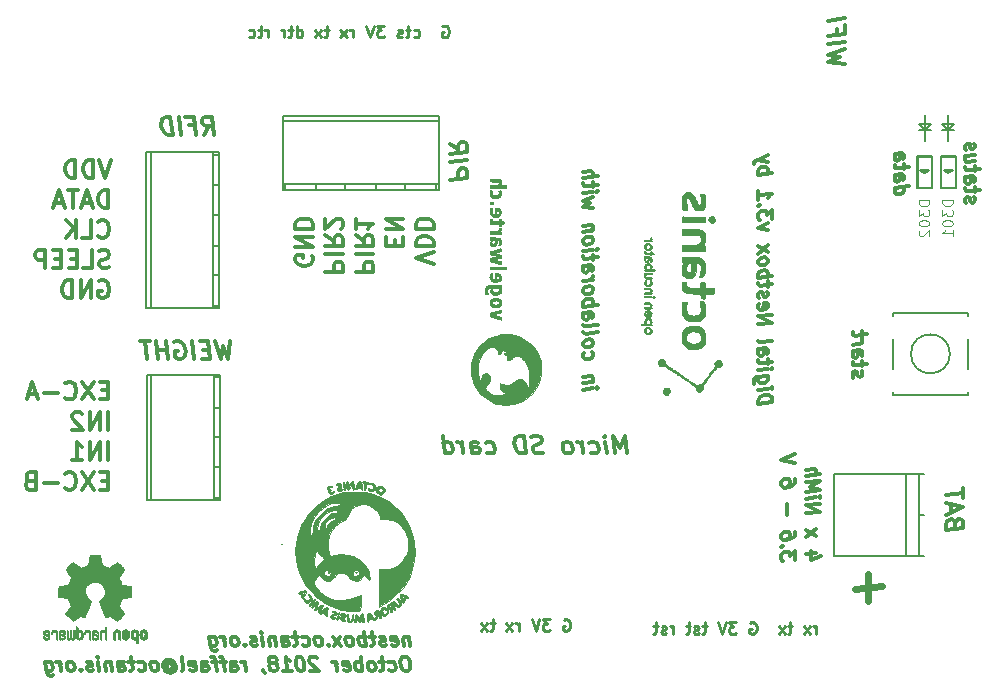
<source format=gbo>
G04 #@! TF.FileFunction,Legend,Bot*
%FSLAX46Y46*%
G04 Gerber Fmt 4.6, Leading zero omitted, Abs format (unit mm)*
G04 Created by KiCad (PCBNEW 4.0.7) date 2018 November 22, Thursday 00:19:32*
%MOMM*%
%LPD*%
G01*
G04 APERTURE LIST*
%ADD10C,0.050000*%
%ADD11C,0.200000*%
%ADD12C,0.250000*%
%ADD13C,0.300000*%
%ADD14C,0.600000*%
%ADD15C,0.066040*%
%ADD16C,0.127000*%
%ADD17C,0.150000*%
%ADD18C,0.010000*%
%ADD19C,0.101600*%
G04 APERTURE END LIST*
D10*
D11*
X79000000Y48500000D02*
X79000000Y47250000D01*
X78500000Y47250000D02*
X79500000Y47250000D01*
X79000000Y47250000D02*
X78500000Y47250000D01*
X79500000Y47750000D02*
X79000000Y47250000D01*
X78500000Y47750000D02*
X79500000Y47750000D01*
X79000000Y47250000D02*
X78500000Y47750000D01*
X79500000Y47250000D02*
X79000000Y47250000D01*
X79000000Y47250000D02*
X79000000Y46250000D01*
X81000000Y47250000D02*
X81000000Y46250000D01*
X81500000Y47250000D02*
X81000000Y47250000D01*
X80500000Y47250000D02*
X81500000Y47250000D01*
X81000000Y47250000D02*
X80500000Y47250000D01*
X81500000Y47750000D02*
X81000000Y47250000D01*
X80500000Y47750000D02*
X81500000Y47750000D01*
X81000000Y47250000D02*
X80500000Y47750000D01*
X81000000Y48500000D02*
X81000000Y47250000D01*
D12*
X48440477Y5750000D02*
X48535715Y5797619D01*
X48678572Y5797619D01*
X48821430Y5750000D01*
X48916668Y5654762D01*
X48964287Y5559524D01*
X49011906Y5369048D01*
X49011906Y5226190D01*
X48964287Y5035714D01*
X48916668Y4940476D01*
X48821430Y4845238D01*
X48678572Y4797619D01*
X48583334Y4797619D01*
X48440477Y4845238D01*
X48392858Y4892857D01*
X48392858Y5226190D01*
X48583334Y5226190D01*
X47297620Y5797619D02*
X46678572Y5797619D01*
X47011906Y5416667D01*
X46869048Y5416667D01*
X46773810Y5369048D01*
X46726191Y5321429D01*
X46678572Y5226190D01*
X46678572Y4988095D01*
X46726191Y4892857D01*
X46773810Y4845238D01*
X46869048Y4797619D01*
X47154763Y4797619D01*
X47250001Y4845238D01*
X47297620Y4892857D01*
X46392858Y5797619D02*
X46059525Y4797619D01*
X45726191Y5797619D01*
X44630953Y4797619D02*
X44630953Y5464286D01*
X44630953Y5273810D02*
X44583334Y5369048D01*
X44535715Y5416667D01*
X44440477Y5464286D01*
X44345238Y5464286D01*
X44107143Y4797619D02*
X43583333Y5464286D01*
X44107143Y5464286D02*
X43583333Y4797619D01*
X42583333Y5464286D02*
X42202381Y5464286D01*
X42440476Y5797619D02*
X42440476Y4940476D01*
X42392857Y4845238D01*
X42297619Y4797619D01*
X42202381Y4797619D01*
X41964285Y4797619D02*
X41440475Y5464286D01*
X41964285Y5464286D02*
X41440475Y4797619D01*
D13*
X72281429Y52799643D02*
X70781429Y52969286D01*
X71852857Y53388928D01*
X70781429Y53540714D01*
X72281429Y54085357D01*
X70781429Y54469286D02*
X72281429Y54656786D01*
X71567143Y55781786D02*
X71567143Y55281786D01*
X70781429Y55183572D02*
X72281429Y55371072D01*
X72281429Y56085358D01*
X70781429Y56469286D02*
X72281429Y56656786D01*
D12*
X38154764Y56000000D02*
X38250002Y56047619D01*
X38392859Y56047619D01*
X38535717Y56000000D01*
X38630955Y55904762D01*
X38678574Y55809524D01*
X38726193Y55619048D01*
X38726193Y55476190D01*
X38678574Y55285714D01*
X38630955Y55190476D01*
X38535717Y55095238D01*
X38392859Y55047619D01*
X38297621Y55047619D01*
X38154764Y55095238D01*
X38107145Y55142857D01*
X38107145Y55476190D01*
X38297621Y55476190D01*
X35726192Y55095238D02*
X35821430Y55047619D01*
X36011907Y55047619D01*
X36107145Y55095238D01*
X36154764Y55142857D01*
X36202383Y55238095D01*
X36202383Y55523810D01*
X36154764Y55619048D01*
X36107145Y55666667D01*
X36011907Y55714286D01*
X35821430Y55714286D01*
X35726192Y55666667D01*
X35440478Y55714286D02*
X35059526Y55714286D01*
X35297621Y56047619D02*
X35297621Y55190476D01*
X35250002Y55095238D01*
X35154764Y55047619D01*
X35059526Y55047619D01*
X34773811Y55095238D02*
X34678573Y55047619D01*
X34488097Y55047619D01*
X34392858Y55095238D01*
X34345239Y55190476D01*
X34345239Y55238095D01*
X34392858Y55333333D01*
X34488097Y55380952D01*
X34630954Y55380952D01*
X34726192Y55428571D01*
X34773811Y55523810D01*
X34773811Y55571429D01*
X34726192Y55666667D01*
X34630954Y55714286D01*
X34488097Y55714286D01*
X34392858Y55666667D01*
X33250001Y56047619D02*
X32630953Y56047619D01*
X32964287Y55666667D01*
X32821429Y55666667D01*
X32726191Y55619048D01*
X32678572Y55571429D01*
X32630953Y55476190D01*
X32630953Y55238095D01*
X32678572Y55142857D01*
X32726191Y55095238D01*
X32821429Y55047619D01*
X33107144Y55047619D01*
X33202382Y55095238D01*
X33250001Y55142857D01*
X32345239Y56047619D02*
X32011906Y55047619D01*
X31678572Y56047619D01*
X30583334Y55047619D02*
X30583334Y55714286D01*
X30583334Y55523810D02*
X30535715Y55619048D01*
X30488096Y55666667D01*
X30392858Y55714286D01*
X30297619Y55714286D01*
X30059524Y55047619D02*
X29535714Y55714286D01*
X30059524Y55714286D02*
X29535714Y55047619D01*
X28535714Y55714286D02*
X28154762Y55714286D01*
X28392857Y56047619D02*
X28392857Y55190476D01*
X28345238Y55095238D01*
X28250000Y55047619D01*
X28154762Y55047619D01*
X27916666Y55047619D02*
X27392856Y55714286D01*
X27916666Y55714286D02*
X27392856Y55047619D01*
X25821427Y55047619D02*
X25821427Y56047619D01*
X25821427Y55095238D02*
X25916665Y55047619D01*
X26107142Y55047619D01*
X26202380Y55095238D01*
X26249999Y55142857D01*
X26297618Y55238095D01*
X26297618Y55523810D01*
X26249999Y55619048D01*
X26202380Y55666667D01*
X26107142Y55714286D01*
X25916665Y55714286D01*
X25821427Y55666667D01*
X25488094Y55714286D02*
X25107142Y55714286D01*
X25345237Y56047619D02*
X25345237Y55190476D01*
X25297618Y55095238D01*
X25202380Y55047619D01*
X25107142Y55047619D01*
X24773808Y55047619D02*
X24773808Y55714286D01*
X24773808Y55523810D02*
X24726189Y55619048D01*
X24678570Y55666667D01*
X24583332Y55714286D01*
X24488093Y55714286D01*
X23392855Y55047619D02*
X23392855Y55714286D01*
X23392855Y55523810D02*
X23345236Y55619048D01*
X23297617Y55666667D01*
X23202379Y55714286D01*
X23107140Y55714286D01*
X22916664Y55714286D02*
X22535712Y55714286D01*
X22773807Y56047619D02*
X22773807Y55190476D01*
X22726188Y55095238D01*
X22630950Y55047619D01*
X22535712Y55047619D01*
X21773806Y55095238D02*
X21869044Y55047619D01*
X22059521Y55047619D01*
X22154759Y55095238D01*
X22202378Y55142857D01*
X22249997Y55238095D01*
X22249997Y55523810D01*
X22202378Y55619048D01*
X22154759Y55666667D01*
X22059521Y55714286D01*
X21869044Y55714286D01*
X21773806Y55666667D01*
X69833336Y4547619D02*
X69833336Y5214286D01*
X69833336Y5023810D02*
X69785717Y5119048D01*
X69738098Y5166667D01*
X69642860Y5214286D01*
X69547621Y5214286D01*
X69309526Y4547619D02*
X68785716Y5214286D01*
X69309526Y5214286D02*
X68785716Y4547619D01*
X67785716Y5214286D02*
X67404764Y5214286D01*
X67642859Y5547619D02*
X67642859Y4690476D01*
X67595240Y4595238D01*
X67500002Y4547619D01*
X67404764Y4547619D01*
X67166668Y4547619D02*
X66642858Y5214286D01*
X67166668Y5214286D02*
X66642858Y4547619D01*
X64214286Y5500000D02*
X64309524Y5547619D01*
X64452381Y5547619D01*
X64595239Y5500000D01*
X64690477Y5404762D01*
X64738096Y5309524D01*
X64785715Y5119048D01*
X64785715Y4976190D01*
X64738096Y4785714D01*
X64690477Y4690476D01*
X64595239Y4595238D01*
X64452381Y4547619D01*
X64357143Y4547619D01*
X64214286Y4595238D01*
X64166667Y4642857D01*
X64166667Y4976190D01*
X64357143Y4976190D01*
X63071429Y5547619D02*
X62452381Y5547619D01*
X62785715Y5166667D01*
X62642857Y5166667D01*
X62547619Y5119048D01*
X62500000Y5071429D01*
X62452381Y4976190D01*
X62452381Y4738095D01*
X62500000Y4642857D01*
X62547619Y4595238D01*
X62642857Y4547619D01*
X62928572Y4547619D01*
X63023810Y4595238D01*
X63071429Y4642857D01*
X62166667Y5547619D02*
X61833334Y4547619D01*
X61500000Y5547619D01*
X60547619Y5214286D02*
X60166667Y5214286D01*
X60404762Y5547619D02*
X60404762Y4690476D01*
X60357143Y4595238D01*
X60261905Y4547619D01*
X60166667Y4547619D01*
X59880952Y4595238D02*
X59785714Y4547619D01*
X59595238Y4547619D01*
X59499999Y4595238D01*
X59452380Y4690476D01*
X59452380Y4738095D01*
X59499999Y4833333D01*
X59595238Y4880952D01*
X59738095Y4880952D01*
X59833333Y4928571D01*
X59880952Y5023810D01*
X59880952Y5071429D01*
X59833333Y5166667D01*
X59738095Y5214286D01*
X59595238Y5214286D01*
X59499999Y5166667D01*
X59166666Y5214286D02*
X58785714Y5214286D01*
X59023809Y5547619D02*
X59023809Y4690476D01*
X58976190Y4595238D01*
X58880952Y4547619D01*
X58785714Y4547619D01*
X57690475Y4547619D02*
X57690475Y5214286D01*
X57690475Y5023810D02*
X57642856Y5119048D01*
X57595237Y5166667D01*
X57499999Y5214286D01*
X57404760Y5214286D01*
X57119046Y4595238D02*
X57023808Y4547619D01*
X56833332Y4547619D01*
X56738093Y4595238D01*
X56690474Y4690476D01*
X56690474Y4738095D01*
X56738093Y4833333D01*
X56833332Y4880952D01*
X56976189Y4880952D01*
X57071427Y4928571D01*
X57119046Y5023810D01*
X57119046Y5071429D01*
X57071427Y5166667D01*
X56976189Y5214286D01*
X56833332Y5214286D01*
X56738093Y5166667D01*
X56404760Y5214286D02*
X56023808Y5214286D01*
X56261903Y5547619D02*
X56261903Y4690476D01*
X56214284Y4595238D01*
X56119046Y4547619D01*
X56023808Y4547619D01*
D13*
X35357143Y4307143D02*
X35457143Y3507143D01*
X35371429Y4192857D02*
X35307143Y4250000D01*
X35185714Y4307143D01*
X35014286Y4307143D01*
X34907143Y4250000D01*
X34864286Y4135714D01*
X34942857Y3507143D01*
X33907143Y3564286D02*
X34028572Y3507143D01*
X34257143Y3507143D01*
X34364286Y3564286D01*
X34407144Y3678571D01*
X34350001Y4135714D01*
X34278572Y4250000D01*
X34157143Y4307143D01*
X33928572Y4307143D01*
X33821429Y4250000D01*
X33778572Y4135714D01*
X33792857Y4021429D01*
X34378572Y3907143D01*
X33392858Y3564286D02*
X33285715Y3507143D01*
X33057143Y3507143D01*
X32935715Y3564286D01*
X32864287Y3678571D01*
X32857144Y3735714D01*
X32900001Y3850000D01*
X33007143Y3907143D01*
X33178572Y3907143D01*
X33285715Y3964286D01*
X33328573Y4078571D01*
X33321430Y4135714D01*
X33250001Y4250000D01*
X33128572Y4307143D01*
X32957143Y4307143D01*
X32850001Y4250000D01*
X32442857Y4307143D02*
X31985714Y4307143D01*
X32221429Y4707143D02*
X32350001Y3678571D01*
X32307143Y3564286D01*
X32200000Y3507143D01*
X32085714Y3507143D01*
X31685715Y3507143D02*
X31535715Y4707143D01*
X31592858Y4250000D02*
X31471429Y4307143D01*
X31242858Y4307143D01*
X31135715Y4250000D01*
X31085715Y4192857D01*
X31042858Y4078571D01*
X31085715Y3735714D01*
X31157143Y3621429D01*
X31221429Y3564286D01*
X31342858Y3507143D01*
X31571429Y3507143D01*
X31678572Y3564286D01*
X30428572Y3507143D02*
X30535715Y3564286D01*
X30585715Y3621429D01*
X30628573Y3735714D01*
X30585716Y4078571D01*
X30514287Y4192857D01*
X30450001Y4250000D01*
X30328572Y4307143D01*
X30157144Y4307143D01*
X30050001Y4250000D01*
X30000001Y4192857D01*
X29957144Y4078571D01*
X30000001Y3735714D01*
X30071429Y3621429D01*
X30135715Y3564286D01*
X30257144Y3507143D01*
X30428572Y3507143D01*
X29628572Y3507143D02*
X28900001Y4307143D01*
X29528572Y4307143D02*
X29000001Y3507143D01*
X28528572Y3621429D02*
X28478572Y3564286D01*
X28542858Y3507143D01*
X28592858Y3564286D01*
X28528572Y3621429D01*
X28542858Y3507143D01*
X27800000Y3507143D02*
X27907143Y3564286D01*
X27957143Y3621429D01*
X28000001Y3735714D01*
X27957144Y4078571D01*
X27885715Y4192857D01*
X27821429Y4250000D01*
X27700000Y4307143D01*
X27528572Y4307143D01*
X27421429Y4250000D01*
X27371429Y4192857D01*
X27328572Y4078571D01*
X27371429Y3735714D01*
X27442857Y3621429D01*
X27507143Y3564286D01*
X27628572Y3507143D01*
X27800000Y3507143D01*
X26364286Y3564286D02*
X26485715Y3507143D01*
X26714286Y3507143D01*
X26821429Y3564286D01*
X26871429Y3621429D01*
X26914287Y3735714D01*
X26871430Y4078571D01*
X26800001Y4192857D01*
X26735715Y4250000D01*
X26614286Y4307143D01*
X26385715Y4307143D01*
X26278572Y4250000D01*
X25928572Y4307143D02*
X25471429Y4307143D01*
X25707144Y4707143D02*
X25835716Y3678571D01*
X25792858Y3564286D01*
X25685715Y3507143D01*
X25571429Y3507143D01*
X24657144Y3507143D02*
X24578573Y4135714D01*
X24621430Y4250000D01*
X24728573Y4307143D01*
X24957144Y4307143D01*
X25078573Y4250000D01*
X24650001Y3564286D02*
X24771430Y3507143D01*
X25057144Y3507143D01*
X25164287Y3564286D01*
X25207145Y3678571D01*
X25192859Y3792857D01*
X25121430Y3907143D01*
X25000001Y3964286D01*
X24714287Y3964286D01*
X24592858Y4021429D01*
X23985716Y4307143D02*
X24085716Y3507143D01*
X24000002Y4192857D02*
X23935716Y4250000D01*
X23814287Y4307143D01*
X23642859Y4307143D01*
X23535716Y4250000D01*
X23492859Y4135714D01*
X23571430Y3507143D01*
X23000002Y3507143D02*
X22900002Y4307143D01*
X22850002Y4707143D02*
X22914288Y4650000D01*
X22864288Y4592857D01*
X22800002Y4650000D01*
X22850002Y4707143D01*
X22864288Y4592857D01*
X22478573Y3564286D02*
X22371430Y3507143D01*
X22142858Y3507143D01*
X22021430Y3564286D01*
X21950002Y3678571D01*
X21942859Y3735714D01*
X21985716Y3850000D01*
X22092858Y3907143D01*
X22264287Y3907143D01*
X22371430Y3964286D01*
X22414288Y4078571D01*
X22407145Y4135714D01*
X22335716Y4250000D01*
X22214287Y4307143D01*
X22042858Y4307143D01*
X21935716Y4250000D01*
X21442858Y3621429D02*
X21392858Y3564286D01*
X21457144Y3507143D01*
X21507144Y3564286D01*
X21442858Y3621429D01*
X21457144Y3507143D01*
X20714286Y3507143D02*
X20821429Y3564286D01*
X20871429Y3621429D01*
X20914287Y3735714D01*
X20871430Y4078571D01*
X20800001Y4192857D01*
X20735715Y4250000D01*
X20614286Y4307143D01*
X20442858Y4307143D01*
X20335715Y4250000D01*
X20285715Y4192857D01*
X20242858Y4078571D01*
X20285715Y3735714D01*
X20357143Y3621429D01*
X20421429Y3564286D01*
X20542858Y3507143D01*
X20714286Y3507143D01*
X19800001Y3507143D02*
X19700001Y4307143D01*
X19728573Y4078571D02*
X19657144Y4192857D01*
X19592858Y4250000D01*
X19471429Y4307143D01*
X19357144Y4307143D01*
X18442858Y4307143D02*
X18564287Y3335714D01*
X18635715Y3221429D01*
X18700001Y3164286D01*
X18821429Y3107143D01*
X18992858Y3107143D01*
X19100001Y3164286D01*
X18535715Y3564286D02*
X18657144Y3507143D01*
X18885715Y3507143D01*
X18992858Y3564286D01*
X19042858Y3621429D01*
X19085716Y3735714D01*
X19042859Y4078571D01*
X18971430Y4192857D01*
X18907144Y4250000D01*
X18785715Y4307143D01*
X18557144Y4307143D01*
X18450001Y4250000D01*
X35078571Y2607143D02*
X34850000Y2607143D01*
X34742857Y2550000D01*
X34642857Y2435714D01*
X34614286Y2207143D01*
X34664286Y1807143D01*
X34750000Y1578571D01*
X34878571Y1464286D01*
X35000000Y1407143D01*
X35228571Y1407143D01*
X35335714Y1464286D01*
X35435715Y1578571D01*
X35464286Y1807143D01*
X35414286Y2207143D01*
X35328572Y2435714D01*
X35200000Y2550000D01*
X35078571Y2607143D01*
X33678571Y1464286D02*
X33800000Y1407143D01*
X34028571Y1407143D01*
X34135714Y1464286D01*
X34185714Y1521429D01*
X34228572Y1635714D01*
X34185715Y1978571D01*
X34114286Y2092857D01*
X34050000Y2150000D01*
X33928571Y2207143D01*
X33700000Y2207143D01*
X33592857Y2150000D01*
X33242857Y2207143D02*
X32785714Y2207143D01*
X33021429Y2607143D02*
X33150001Y1578571D01*
X33107143Y1464286D01*
X33000000Y1407143D01*
X32885714Y1407143D01*
X32314286Y1407143D02*
X32421429Y1464286D01*
X32471429Y1521429D01*
X32514287Y1635714D01*
X32471430Y1978571D01*
X32400001Y2092857D01*
X32335715Y2150000D01*
X32214286Y2207143D01*
X32042858Y2207143D01*
X31935715Y2150000D01*
X31885715Y2092857D01*
X31842858Y1978571D01*
X31885715Y1635714D01*
X31957143Y1521429D01*
X32021429Y1464286D01*
X32142858Y1407143D01*
X32314286Y1407143D01*
X31400001Y1407143D02*
X31250001Y2607143D01*
X31307144Y2150000D02*
X31185715Y2207143D01*
X30957144Y2207143D01*
X30850001Y2150000D01*
X30800001Y2092857D01*
X30757144Y1978571D01*
X30800001Y1635714D01*
X30871429Y1521429D01*
X30935715Y1464286D01*
X31057144Y1407143D01*
X31285715Y1407143D01*
X31392858Y1464286D01*
X29850001Y1464286D02*
X29971430Y1407143D01*
X30200001Y1407143D01*
X30307144Y1464286D01*
X30350002Y1578571D01*
X30292859Y2035714D01*
X30221430Y2150000D01*
X30100001Y2207143D01*
X29871430Y2207143D01*
X29764287Y2150000D01*
X29721430Y2035714D01*
X29735715Y1921429D01*
X30321430Y1807143D01*
X29285716Y1407143D02*
X29185716Y2207143D01*
X29214288Y1978571D02*
X29142859Y2092857D01*
X29078573Y2150000D01*
X28957144Y2207143D01*
X28842859Y2207143D01*
X27550002Y2492857D02*
X27485716Y2550000D01*
X27364287Y2607143D01*
X27078573Y2607143D01*
X26971430Y2550000D01*
X26921430Y2492857D01*
X26878573Y2378571D01*
X26892858Y2264286D01*
X26971430Y2092857D01*
X27742858Y1407143D01*
X27000001Y1407143D01*
X26107144Y2607143D02*
X25992859Y2607143D01*
X25885716Y2550000D01*
X25835716Y2492857D01*
X25792859Y2378571D01*
X25764287Y2150000D01*
X25800001Y1864286D01*
X25885716Y1635714D01*
X25957144Y1521429D01*
X26021430Y1464286D01*
X26142859Y1407143D01*
X26257144Y1407143D01*
X26364287Y1464286D01*
X26414287Y1521429D01*
X26457145Y1635714D01*
X26485716Y1864286D01*
X26450002Y2150000D01*
X26364288Y2378571D01*
X26292859Y2492857D01*
X26228573Y2550000D01*
X26107144Y2607143D01*
X24714287Y1407143D02*
X25400002Y1407143D01*
X25057144Y1407143D02*
X24907144Y2607143D01*
X25042859Y2435714D01*
X25171430Y2321429D01*
X25292859Y2264286D01*
X23942859Y2092857D02*
X24050002Y2150000D01*
X24100002Y2207143D01*
X24142859Y2321429D01*
X24135717Y2378571D01*
X24064288Y2492857D01*
X24000002Y2550000D01*
X23878573Y2607143D01*
X23650002Y2607143D01*
X23542859Y2550000D01*
X23492859Y2492857D01*
X23450002Y2378571D01*
X23457144Y2321429D01*
X23528573Y2207143D01*
X23592859Y2150000D01*
X23714288Y2092857D01*
X23942859Y2092857D01*
X24064288Y2035714D01*
X24128574Y1978571D01*
X24200002Y1864286D01*
X24228574Y1635714D01*
X24185716Y1521429D01*
X24135716Y1464286D01*
X24028573Y1407143D01*
X23800002Y1407143D01*
X23678573Y1464286D01*
X23614287Y1521429D01*
X23542859Y1635714D01*
X23514287Y1864286D01*
X23557145Y1978571D01*
X23607145Y2035714D01*
X23714288Y2092857D01*
X22992859Y1464286D02*
X23000002Y1407143D01*
X23071431Y1292857D01*
X23135717Y1235714D01*
X21571430Y1407143D02*
X21471430Y2207143D01*
X21500002Y1978571D02*
X21428573Y2092857D01*
X21364287Y2150000D01*
X21242858Y2207143D01*
X21128573Y2207143D01*
X20314287Y1407143D02*
X20235716Y2035714D01*
X20278573Y2150000D01*
X20385716Y2207143D01*
X20614287Y2207143D01*
X20735716Y2150000D01*
X20307144Y1464286D02*
X20428573Y1407143D01*
X20714287Y1407143D01*
X20821430Y1464286D01*
X20864288Y1578571D01*
X20850002Y1692857D01*
X20778573Y1807143D01*
X20657144Y1864286D01*
X20371430Y1864286D01*
X20250001Y1921429D01*
X19814287Y2207143D02*
X19357144Y2207143D01*
X19742859Y1407143D02*
X19614288Y2435714D01*
X19542859Y2550000D01*
X19421430Y2607143D01*
X19307144Y2607143D01*
X19128573Y2207143D02*
X18671430Y2207143D01*
X19057145Y1407143D02*
X18928574Y2435714D01*
X18857145Y2550000D01*
X18735716Y2607143D01*
X18621430Y2607143D01*
X17857145Y1407143D02*
X17778574Y2035714D01*
X17821431Y2150000D01*
X17928574Y2207143D01*
X18157145Y2207143D01*
X18278574Y2150000D01*
X17850002Y1464286D02*
X17971431Y1407143D01*
X18257145Y1407143D01*
X18364288Y1464286D01*
X18407146Y1578571D01*
X18392860Y1692857D01*
X18321431Y1807143D01*
X18200002Y1864286D01*
X17914288Y1864286D01*
X17792859Y1921429D01*
X16821431Y1464286D02*
X16942860Y1407143D01*
X17171431Y1407143D01*
X17278574Y1464286D01*
X17321432Y1578571D01*
X17264289Y2035714D01*
X17192860Y2150000D01*
X17071431Y2207143D01*
X16842860Y2207143D01*
X16735717Y2150000D01*
X16692860Y2035714D01*
X16707145Y1921429D01*
X17292860Y1807143D01*
X16085717Y1407143D02*
X16192860Y1464286D01*
X16235718Y1578571D01*
X16107146Y2607143D01*
X14814290Y1978571D02*
X14864289Y2035714D01*
X14971432Y2092857D01*
X15085718Y2092857D01*
X15207147Y2035714D01*
X15271432Y1978571D01*
X15342860Y1864286D01*
X15357146Y1750000D01*
X15314289Y1635714D01*
X15264290Y1578571D01*
X15157146Y1521429D01*
X15042860Y1521429D01*
X14921432Y1578571D01*
X14857147Y1635714D01*
X14800004Y2092857D02*
X14857147Y1635714D01*
X14807147Y1578571D01*
X14750004Y1578571D01*
X14628575Y1635714D01*
X14557146Y1750000D01*
X14521432Y2035714D01*
X14614289Y2207143D01*
X14771432Y2321429D01*
X14992861Y2378571D01*
X15228574Y2321429D01*
X15414289Y2207143D01*
X15550004Y2035714D01*
X15635718Y1807143D01*
X15607147Y1578571D01*
X15514289Y1407143D01*
X15357146Y1292857D01*
X15135718Y1235714D01*
X14900004Y1292857D01*
X14714289Y1407143D01*
X13914289Y1407143D02*
X14021432Y1464286D01*
X14071432Y1521429D01*
X14114290Y1635714D01*
X14071433Y1978571D01*
X14000004Y2092857D01*
X13935718Y2150000D01*
X13814289Y2207143D01*
X13642861Y2207143D01*
X13535718Y2150000D01*
X13485718Y2092857D01*
X13442861Y1978571D01*
X13485718Y1635714D01*
X13557146Y1521429D01*
X13621432Y1464286D01*
X13742861Y1407143D01*
X13914289Y1407143D01*
X12478575Y1464286D02*
X12600004Y1407143D01*
X12828575Y1407143D01*
X12935718Y1464286D01*
X12985718Y1521429D01*
X13028576Y1635714D01*
X12985719Y1978571D01*
X12914290Y2092857D01*
X12850004Y2150000D01*
X12728575Y2207143D01*
X12500004Y2207143D01*
X12392861Y2150000D01*
X12042861Y2207143D02*
X11585718Y2207143D01*
X11821433Y2607143D02*
X11950005Y1578571D01*
X11907147Y1464286D01*
X11800004Y1407143D01*
X11685718Y1407143D01*
X10771433Y1407143D02*
X10692862Y2035714D01*
X10735719Y2150000D01*
X10842862Y2207143D01*
X11071433Y2207143D01*
X11192862Y2150000D01*
X10764290Y1464286D02*
X10885719Y1407143D01*
X11171433Y1407143D01*
X11278576Y1464286D01*
X11321434Y1578571D01*
X11307148Y1692857D01*
X11235719Y1807143D01*
X11114290Y1864286D01*
X10828576Y1864286D01*
X10707147Y1921429D01*
X10100005Y2207143D02*
X10200005Y1407143D01*
X10114291Y2092857D02*
X10050005Y2150000D01*
X9928576Y2207143D01*
X9757148Y2207143D01*
X9650005Y2150000D01*
X9607148Y2035714D01*
X9685719Y1407143D01*
X9114291Y1407143D02*
X9014291Y2207143D01*
X8964291Y2607143D02*
X9028577Y2550000D01*
X8978577Y2492857D01*
X8914291Y2550000D01*
X8964291Y2607143D01*
X8978577Y2492857D01*
X8592862Y1464286D02*
X8485719Y1407143D01*
X8257147Y1407143D01*
X8135719Y1464286D01*
X8064291Y1578571D01*
X8057148Y1635714D01*
X8100005Y1750000D01*
X8207147Y1807143D01*
X8378576Y1807143D01*
X8485719Y1864286D01*
X8528577Y1978571D01*
X8521434Y2035714D01*
X8450005Y2150000D01*
X8328576Y2207143D01*
X8157147Y2207143D01*
X8050005Y2150000D01*
X7557147Y1521429D02*
X7507147Y1464286D01*
X7571433Y1407143D01*
X7621433Y1464286D01*
X7557147Y1521429D01*
X7571433Y1407143D01*
X6828575Y1407143D02*
X6935718Y1464286D01*
X6985718Y1521429D01*
X7028576Y1635714D01*
X6985719Y1978571D01*
X6914290Y2092857D01*
X6850004Y2150000D01*
X6728575Y2207143D01*
X6557147Y2207143D01*
X6450004Y2150000D01*
X6400004Y2092857D01*
X6357147Y1978571D01*
X6400004Y1635714D01*
X6471432Y1521429D01*
X6535718Y1464286D01*
X6657147Y1407143D01*
X6828575Y1407143D01*
X5914290Y1407143D02*
X5814290Y2207143D01*
X5842862Y1978571D02*
X5771433Y2092857D01*
X5707147Y2150000D01*
X5585718Y2207143D01*
X5471433Y2207143D01*
X4557147Y2207143D02*
X4678576Y1235714D01*
X4750004Y1121429D01*
X4814290Y1064286D01*
X4935718Y1007143D01*
X5107147Y1007143D01*
X5214290Y1064286D01*
X4650004Y1464286D02*
X4771433Y1407143D01*
X5000004Y1407143D01*
X5107147Y1464286D01*
X5157147Y1521429D01*
X5200005Y1635714D01*
X5157148Y1978571D01*
X5085719Y2092857D01*
X5021433Y2150000D01*
X4900004Y2207143D01*
X4671433Y2207143D01*
X4564290Y2150000D01*
X72974286Y26247857D02*
X72917143Y26355000D01*
X72917143Y26583572D01*
X72974286Y26705000D01*
X73088571Y26776428D01*
X73145714Y26783571D01*
X73260000Y26740714D01*
X73317143Y26633572D01*
X73317143Y26462143D01*
X73374286Y26355000D01*
X73488571Y26312142D01*
X73545714Y26319285D01*
X73660000Y26390714D01*
X73717143Y26512143D01*
X73717143Y26683572D01*
X73660000Y26790714D01*
X73717143Y27197858D02*
X73717143Y27655001D01*
X74117143Y27419286D02*
X73088571Y27290714D01*
X72974286Y27333572D01*
X72917143Y27440715D01*
X72917143Y27555001D01*
X72917143Y28469286D02*
X73545714Y28547857D01*
X73660000Y28505000D01*
X73717143Y28397857D01*
X73717143Y28169286D01*
X73660000Y28047857D01*
X72974286Y28476429D02*
X72917143Y28355000D01*
X72917143Y28069286D01*
X72974286Y27962143D01*
X73088571Y27919285D01*
X73202857Y27933571D01*
X73317143Y28005000D01*
X73374286Y28126429D01*
X73374286Y28412143D01*
X73431429Y28533572D01*
X72917143Y29040714D02*
X73717143Y29140714D01*
X73488571Y29112142D02*
X73602857Y29183571D01*
X73660000Y29247857D01*
X73717143Y29369286D01*
X73717143Y29483571D01*
X73717143Y29712143D02*
X73717143Y30169286D01*
X74117143Y29933571D02*
X73088571Y29804999D01*
X72974286Y29847857D01*
X72917143Y29955000D01*
X72917143Y30069286D01*
X76457143Y42307143D02*
X77657143Y42457143D01*
X76514286Y42314286D02*
X76457143Y42192857D01*
X76457143Y41964286D01*
X76514286Y41857143D01*
X76571429Y41807143D01*
X76685714Y41764285D01*
X77028571Y41807142D01*
X77142857Y41878571D01*
X77200000Y41942857D01*
X77257143Y42064286D01*
X77257143Y42292857D01*
X77200000Y42400000D01*
X76457143Y43392857D02*
X77085714Y43471428D01*
X77200000Y43428571D01*
X77257143Y43321428D01*
X77257143Y43092857D01*
X77200000Y42971428D01*
X76514286Y43400000D02*
X76457143Y43278571D01*
X76457143Y42992857D01*
X76514286Y42885714D01*
X76628571Y42842856D01*
X76742857Y42857142D01*
X76857143Y42928571D01*
X76914286Y43050000D01*
X76914286Y43335714D01*
X76971429Y43457143D01*
X77257143Y43892857D02*
X77257143Y44350000D01*
X77657143Y44114285D02*
X76628571Y43985713D01*
X76514286Y44028571D01*
X76457143Y44135714D01*
X76457143Y44250000D01*
X76457143Y45164285D02*
X77085714Y45242856D01*
X77200000Y45199999D01*
X77257143Y45092856D01*
X77257143Y44864285D01*
X77200000Y44742856D01*
X76514286Y45171428D02*
X76457143Y45049999D01*
X76457143Y44764285D01*
X76514286Y44657142D01*
X76628571Y44614284D01*
X76742857Y44628570D01*
X76857143Y44699999D01*
X76914286Y44821428D01*
X76914286Y45107142D01*
X76971429Y45228571D01*
X82514286Y40992857D02*
X82457143Y41100000D01*
X82457143Y41328572D01*
X82514286Y41450000D01*
X82628571Y41521428D01*
X82685714Y41528571D01*
X82800000Y41485714D01*
X82857143Y41378572D01*
X82857143Y41207143D01*
X82914286Y41100000D01*
X83028571Y41057142D01*
X83085714Y41064285D01*
X83200000Y41135714D01*
X83257143Y41257143D01*
X83257143Y41428572D01*
X83200000Y41535714D01*
X83257143Y41942858D02*
X83257143Y42400001D01*
X83657143Y42164286D02*
X82628571Y42035714D01*
X82514286Y42078572D01*
X82457143Y42185715D01*
X82457143Y42300001D01*
X82457143Y43214286D02*
X83085714Y43292857D01*
X83200000Y43250000D01*
X83257143Y43142857D01*
X83257143Y42914286D01*
X83200000Y42792857D01*
X82514286Y43221429D02*
X82457143Y43100000D01*
X82457143Y42814286D01*
X82514286Y42707143D01*
X82628571Y42664285D01*
X82742857Y42678571D01*
X82857143Y42750000D01*
X82914286Y42871429D01*
X82914286Y43157143D01*
X82971429Y43278572D01*
X83257143Y43714286D02*
X83257143Y44171429D01*
X83657143Y43935714D02*
X82628571Y43807142D01*
X82514286Y43850000D01*
X82457143Y43957143D01*
X82457143Y44071429D01*
X83257143Y45085714D02*
X82457143Y44985714D01*
X83257143Y44571428D02*
X82628571Y44492856D01*
X82514286Y44535714D01*
X82457143Y44642857D01*
X82457143Y44814285D01*
X82514286Y44935714D01*
X82571429Y45000000D01*
X82514286Y45507142D02*
X82457143Y45614285D01*
X82457143Y45842857D01*
X82514286Y45964285D01*
X82628571Y46035713D01*
X82685714Y46042856D01*
X82800000Y45999999D01*
X82857143Y45892857D01*
X82857143Y45721428D01*
X82914286Y45614285D01*
X83028571Y45571427D01*
X83085714Y45578570D01*
X83200000Y45649999D01*
X83257143Y45771428D01*
X83257143Y45942857D01*
X83200000Y46049999D01*
X64917143Y24008571D02*
X66117143Y24158571D01*
X66117143Y24444286D01*
X66060000Y24608571D01*
X65945714Y24708571D01*
X65831429Y24751429D01*
X65602857Y24780000D01*
X65431429Y24758572D01*
X65202857Y24672857D01*
X65088571Y24601428D01*
X64974286Y24472857D01*
X64917143Y24294286D01*
X64917143Y24008571D01*
X64917143Y25208571D02*
X65717143Y25308571D01*
X66117143Y25358571D02*
X66060000Y25294285D01*
X66002857Y25344285D01*
X66060000Y25408571D01*
X66117143Y25358571D01*
X66002857Y25344285D01*
X65717143Y26394286D02*
X64745714Y26272857D01*
X64631429Y26201429D01*
X64574286Y26137143D01*
X64517143Y26015715D01*
X64517143Y25844286D01*
X64574286Y25737143D01*
X64974286Y26301429D02*
X64917143Y26180000D01*
X64917143Y25951429D01*
X64974286Y25844286D01*
X65031429Y25794286D01*
X65145714Y25751428D01*
X65488571Y25794285D01*
X65602857Y25865714D01*
X65660000Y25930000D01*
X65717143Y26051429D01*
X65717143Y26280000D01*
X65660000Y26387143D01*
X64917143Y26865714D02*
X65717143Y26965714D01*
X66117143Y27015714D02*
X66060000Y26951428D01*
X66002857Y27001428D01*
X66060000Y27065714D01*
X66117143Y27015714D01*
X66002857Y27001428D01*
X65717143Y27365715D02*
X65717143Y27822858D01*
X66117143Y27587143D02*
X65088571Y27458571D01*
X64974286Y27501429D01*
X64917143Y27608572D01*
X64917143Y27722858D01*
X64917143Y28637143D02*
X65545714Y28715714D01*
X65660000Y28672857D01*
X65717143Y28565714D01*
X65717143Y28337143D01*
X65660000Y28215714D01*
X64974286Y28644286D02*
X64917143Y28522857D01*
X64917143Y28237143D01*
X64974286Y28130000D01*
X65088571Y28087142D01*
X65202857Y28101428D01*
X65317143Y28172857D01*
X65374286Y28294286D01*
X65374286Y28580000D01*
X65431429Y28701429D01*
X64917143Y29380000D02*
X64974286Y29272857D01*
X65088571Y29229999D01*
X66117143Y29358571D01*
X64917143Y30751428D02*
X66117143Y30901428D01*
X64917143Y31437143D01*
X66117143Y31587143D01*
X64974286Y32472857D02*
X64917143Y32351428D01*
X64917143Y32122857D01*
X64974286Y32015714D01*
X65088571Y31972856D01*
X65545714Y32029999D01*
X65660000Y32101428D01*
X65717143Y32222857D01*
X65717143Y32451428D01*
X65660000Y32558571D01*
X65545714Y32601428D01*
X65431429Y32587143D01*
X65317143Y32001428D01*
X64974286Y32987142D02*
X64917143Y33094285D01*
X64917143Y33322857D01*
X64974286Y33444285D01*
X65088571Y33515713D01*
X65145714Y33522856D01*
X65260000Y33479999D01*
X65317143Y33372857D01*
X65317143Y33201428D01*
X65374286Y33094285D01*
X65488571Y33051427D01*
X65545714Y33058570D01*
X65660000Y33129999D01*
X65717143Y33251428D01*
X65717143Y33422857D01*
X65660000Y33529999D01*
X65717143Y33937143D02*
X65717143Y34394286D01*
X66117143Y34158571D02*
X65088571Y34029999D01*
X64974286Y34072857D01*
X64917143Y34180000D01*
X64917143Y34294286D01*
X64917143Y34694285D02*
X66117143Y34844285D01*
X65660000Y34787142D02*
X65717143Y34908571D01*
X65717143Y35137142D01*
X65660000Y35244285D01*
X65602857Y35294285D01*
X65488571Y35337142D01*
X65145714Y35294285D01*
X65031429Y35222857D01*
X64974286Y35158571D01*
X64917143Y35037142D01*
X64917143Y34808571D01*
X64974286Y34701428D01*
X64917143Y35951428D02*
X64974286Y35844285D01*
X65031429Y35794285D01*
X65145714Y35751427D01*
X65488571Y35794284D01*
X65602857Y35865713D01*
X65660000Y35929999D01*
X65717143Y36051428D01*
X65717143Y36222856D01*
X65660000Y36329999D01*
X65602857Y36379999D01*
X65488571Y36422856D01*
X65145714Y36379999D01*
X65031429Y36308571D01*
X64974286Y36244285D01*
X64917143Y36122856D01*
X64917143Y35951428D01*
X64917143Y36751428D02*
X65717143Y37479999D01*
X65717143Y36851428D02*
X64917143Y37379999D01*
X65717143Y38737143D02*
X64917143Y38922857D01*
X65717143Y39308571D01*
X66117143Y39701429D02*
X66117143Y40444286D01*
X65660000Y39987143D01*
X65660000Y40158571D01*
X65602857Y40265714D01*
X65545714Y40315714D01*
X65431429Y40358572D01*
X65145714Y40322857D01*
X65031429Y40251429D01*
X64974286Y40187143D01*
X64917143Y40065714D01*
X64917143Y39722857D01*
X64974286Y39615714D01*
X65031429Y39565715D01*
X65031429Y40822857D02*
X64974286Y40872857D01*
X64917143Y40808571D01*
X64974286Y40758571D01*
X65031429Y40822857D01*
X64917143Y40808571D01*
X64917143Y42008572D02*
X64917143Y41322857D01*
X64917143Y41665715D02*
X66117143Y41815715D01*
X65945714Y41680000D01*
X65831429Y41551429D01*
X65774286Y41430000D01*
X64917143Y43437143D02*
X66117143Y43587143D01*
X65660000Y43530000D02*
X65717143Y43651429D01*
X65717143Y43880000D01*
X65660000Y43987143D01*
X65602857Y44037143D01*
X65488571Y44080000D01*
X65145714Y44037143D01*
X65031429Y43965715D01*
X64974286Y43901429D01*
X64917143Y43780000D01*
X64917143Y43551429D01*
X64974286Y43444286D01*
X65717143Y44508572D02*
X64917143Y44694286D01*
X65717143Y45080000D02*
X64917143Y44694286D01*
X64631429Y44544286D01*
X64574286Y44480000D01*
X64517143Y44358572D01*
X50117143Y25237144D02*
X50917143Y25337144D01*
X51317143Y25387144D02*
X51260000Y25322858D01*
X51202857Y25372858D01*
X51260000Y25437144D01*
X51317143Y25387144D01*
X51202857Y25372858D01*
X50917143Y25908573D02*
X50117143Y25808573D01*
X50802857Y25894287D02*
X50860000Y25958573D01*
X50917143Y26080002D01*
X50917143Y26251430D01*
X50860000Y26358573D01*
X50745714Y26401430D01*
X50117143Y26322859D01*
X50174286Y28330002D02*
X50117143Y28208573D01*
X50117143Y27980002D01*
X50174286Y27872859D01*
X50231429Y27822859D01*
X50345714Y27780001D01*
X50688571Y27822858D01*
X50802857Y27894287D01*
X50860000Y27958573D01*
X50917143Y28080002D01*
X50917143Y28308573D01*
X50860000Y28415716D01*
X50117143Y29008573D02*
X50174286Y28901430D01*
X50231429Y28851430D01*
X50345714Y28808572D01*
X50688571Y28851429D01*
X50802857Y28922858D01*
X50860000Y28987144D01*
X50917143Y29108573D01*
X50917143Y29280001D01*
X50860000Y29387144D01*
X50802857Y29437144D01*
X50688571Y29480001D01*
X50345714Y29437144D01*
X50231429Y29365716D01*
X50174286Y29301430D01*
X50117143Y29180001D01*
X50117143Y29008573D01*
X50117143Y30094287D02*
X50174286Y29987144D01*
X50288571Y29944286D01*
X51317143Y30072858D01*
X50117143Y30722858D02*
X50174286Y30615715D01*
X50288571Y30572857D01*
X51317143Y30701429D01*
X50117143Y31694286D02*
X50745714Y31772857D01*
X50860000Y31730000D01*
X50917143Y31622857D01*
X50917143Y31394286D01*
X50860000Y31272857D01*
X50174286Y31701429D02*
X50117143Y31580000D01*
X50117143Y31294286D01*
X50174286Y31187143D01*
X50288571Y31144285D01*
X50402857Y31158571D01*
X50517143Y31230000D01*
X50574286Y31351429D01*
X50574286Y31637143D01*
X50631429Y31758572D01*
X50117143Y32265714D02*
X51317143Y32415714D01*
X50860000Y32358571D02*
X50917143Y32480000D01*
X50917143Y32708571D01*
X50860000Y32815714D01*
X50802857Y32865714D01*
X50688571Y32908571D01*
X50345714Y32865714D01*
X50231429Y32794286D01*
X50174286Y32730000D01*
X50117143Y32608571D01*
X50117143Y32380000D01*
X50174286Y32272857D01*
X50117143Y33522857D02*
X50174286Y33415714D01*
X50231429Y33365714D01*
X50345714Y33322856D01*
X50688571Y33365713D01*
X50802857Y33437142D01*
X50860000Y33501428D01*
X50917143Y33622857D01*
X50917143Y33794285D01*
X50860000Y33901428D01*
X50802857Y33951428D01*
X50688571Y33994285D01*
X50345714Y33951428D01*
X50231429Y33880000D01*
X50174286Y33815714D01*
X50117143Y33694285D01*
X50117143Y33522857D01*
X50117143Y34437142D02*
X50917143Y34537142D01*
X50688571Y34508570D02*
X50802857Y34579999D01*
X50860000Y34644285D01*
X50917143Y34765714D01*
X50917143Y34879999D01*
X50117143Y35694285D02*
X50745714Y35772856D01*
X50860000Y35729999D01*
X50917143Y35622856D01*
X50917143Y35394285D01*
X50860000Y35272856D01*
X50174286Y35701428D02*
X50117143Y35579999D01*
X50117143Y35294285D01*
X50174286Y35187142D01*
X50288571Y35144284D01*
X50402857Y35158570D01*
X50517143Y35229999D01*
X50574286Y35351428D01*
X50574286Y35637142D01*
X50631429Y35758571D01*
X50917143Y36194285D02*
X50917143Y36651428D01*
X51317143Y36415713D02*
X50288571Y36287141D01*
X50174286Y36329999D01*
X50117143Y36437142D01*
X50117143Y36551428D01*
X50117143Y36951427D02*
X50917143Y37051427D01*
X51317143Y37101427D02*
X51260000Y37037141D01*
X51202857Y37087141D01*
X51260000Y37151427D01*
X51317143Y37101427D01*
X51202857Y37087141D01*
X50117143Y37694285D02*
X50174286Y37587142D01*
X50231429Y37537142D01*
X50345714Y37494284D01*
X50688571Y37537141D01*
X50802857Y37608570D01*
X50860000Y37672856D01*
X50917143Y37794285D01*
X50917143Y37965713D01*
X50860000Y38072856D01*
X50802857Y38122856D01*
X50688571Y38165713D01*
X50345714Y38122856D01*
X50231429Y38051428D01*
X50174286Y37987142D01*
X50117143Y37865713D01*
X50117143Y37694285D01*
X50917143Y38708570D02*
X50117143Y38608570D01*
X50802857Y38694284D02*
X50860000Y38758570D01*
X50917143Y38879999D01*
X50917143Y39051427D01*
X50860000Y39158570D01*
X50745714Y39201427D01*
X50117143Y39122856D01*
X50917143Y40594285D02*
X50117143Y40722856D01*
X50688571Y41022855D01*
X50117143Y41179999D01*
X50917143Y41508570D01*
X50117143Y41865713D02*
X50917143Y41965713D01*
X51317143Y42015713D02*
X51260000Y41951427D01*
X51202857Y42001427D01*
X51260000Y42065713D01*
X51317143Y42015713D01*
X51202857Y42001427D01*
X50917143Y42365714D02*
X50917143Y42822857D01*
X51317143Y42587142D02*
X50288571Y42458570D01*
X50174286Y42501428D01*
X50117143Y42608571D01*
X50117143Y42722857D01*
X50117143Y43122856D02*
X51317143Y43272856D01*
X50117143Y43637142D02*
X50745714Y43715713D01*
X50860000Y43672856D01*
X50917143Y43565713D01*
X50917143Y43394285D01*
X50860000Y43272856D01*
X50802857Y43208570D01*
X53799106Y19821429D02*
X53611606Y21321429D01*
X53245535Y20250000D01*
X52611606Y21321429D01*
X52799106Y19821429D01*
X52084820Y19821429D02*
X51959820Y20821429D01*
X51897320Y21321429D02*
X51977678Y21250000D01*
X51915178Y21178571D01*
X51834821Y21250000D01*
X51897320Y21321429D01*
X51915178Y21178571D01*
X50718749Y19892857D02*
X50870534Y19821429D01*
X51156248Y19821429D01*
X51290178Y19892857D01*
X51352677Y19964286D01*
X51406249Y20107143D01*
X51352678Y20535714D01*
X51263392Y20678571D01*
X51183035Y20750000D01*
X51031248Y20821429D01*
X50745534Y20821429D01*
X50611606Y20750000D01*
X50084820Y19821429D02*
X49959820Y20821429D01*
X49995535Y20535714D02*
X49906250Y20678571D01*
X49825892Y20750000D01*
X49674106Y20821429D01*
X49531249Y20821429D01*
X48941963Y19821429D02*
X49075893Y19892857D01*
X49138392Y19964286D01*
X49191964Y20107143D01*
X49138393Y20535714D01*
X49049107Y20678571D01*
X48968750Y20750000D01*
X48816963Y20821429D01*
X48602678Y20821429D01*
X48468750Y20750000D01*
X48406250Y20678571D01*
X48352678Y20535714D01*
X48406249Y20107143D01*
X48495535Y19964286D01*
X48575893Y19892857D01*
X48727678Y19821429D01*
X48941963Y19821429D01*
X46718750Y19892857D02*
X46513392Y19821429D01*
X46156249Y19821429D01*
X46004464Y19892857D01*
X45924106Y19964286D01*
X45834821Y20107143D01*
X45816964Y20250000D01*
X45870535Y20392857D01*
X45933035Y20464286D01*
X46066964Y20535714D01*
X46343749Y20607143D01*
X46477679Y20678571D01*
X46540178Y20750000D01*
X46593750Y20892857D01*
X46575893Y21035714D01*
X46486607Y21178571D01*
X46406250Y21250000D01*
X46254463Y21321429D01*
X45897321Y21321429D01*
X45691964Y21250000D01*
X45227678Y19821429D02*
X45040178Y21321429D01*
X44683035Y21321429D01*
X44477679Y21250000D01*
X44352678Y21107143D01*
X44299107Y20964286D01*
X44263393Y20678571D01*
X44290178Y20464286D01*
X44397322Y20178571D01*
X44486607Y20035714D01*
X44647322Y19892857D01*
X44870535Y19821429D01*
X45227678Y19821429D01*
X41933036Y19892857D02*
X42084821Y19821429D01*
X42370535Y19821429D01*
X42504465Y19892857D01*
X42566964Y19964286D01*
X42620536Y20107143D01*
X42566965Y20535714D01*
X42477679Y20678571D01*
X42397322Y20750000D01*
X42245535Y20821429D01*
X41959821Y20821429D01*
X41825893Y20750000D01*
X40656250Y19821429D02*
X40558036Y20607143D01*
X40611608Y20750000D01*
X40745536Y20821429D01*
X41031250Y20821429D01*
X41183036Y20750000D01*
X40647322Y19892857D02*
X40799107Y19821429D01*
X41156250Y19821429D01*
X41290179Y19892857D01*
X41343751Y20035714D01*
X41325894Y20178571D01*
X41236607Y20321429D01*
X41084822Y20392857D01*
X40727679Y20392857D01*
X40575893Y20464286D01*
X39941964Y19821429D02*
X39816964Y20821429D01*
X39852679Y20535714D02*
X39763394Y20678571D01*
X39683036Y20750000D01*
X39531250Y20821429D01*
X39388393Y20821429D01*
X38370536Y19821429D02*
X38183036Y21321429D01*
X38361608Y19892857D02*
X38513393Y19821429D01*
X38799107Y19821429D01*
X38933037Y19892857D01*
X38995536Y19964286D01*
X39049108Y20107143D01*
X38995537Y20535714D01*
X38906251Y20678571D01*
X38825894Y20750000D01*
X38674107Y20821429D01*
X38388393Y20821429D01*
X38254465Y20750000D01*
X69767143Y11412143D02*
X68967143Y11312143D01*
X70224286Y11183572D02*
X69367143Y10790714D01*
X69367143Y11533572D01*
X68967143Y12740715D02*
X69767143Y13469286D01*
X69767143Y12840715D02*
X68967143Y13369286D01*
X68967143Y14740715D02*
X70167143Y14890715D01*
X68967143Y15426430D01*
X70167143Y15576430D01*
X68967143Y15997858D02*
X69767143Y16097858D01*
X70167143Y16147858D02*
X70110000Y16083572D01*
X70052857Y16133572D01*
X70110000Y16197858D01*
X70167143Y16147858D01*
X70052857Y16133572D01*
X68967143Y16569287D02*
X70167143Y16719287D01*
X69310000Y17012144D01*
X70167143Y17519287D01*
X68967143Y17369287D01*
X68967143Y17940716D02*
X70167143Y18090716D01*
X68967143Y18455002D02*
X69595714Y18533573D01*
X69710000Y18490716D01*
X69767143Y18383573D01*
X69767143Y18212145D01*
X69710000Y18090716D01*
X69652857Y18026430D01*
X68067143Y10833572D02*
X68067143Y11576429D01*
X67610000Y11119286D01*
X67610000Y11290714D01*
X67552857Y11397857D01*
X67495714Y11447857D01*
X67381429Y11490715D01*
X67095714Y11455000D01*
X66981429Y11383572D01*
X66924286Y11319286D01*
X66867143Y11197857D01*
X66867143Y10855000D01*
X66924286Y10747857D01*
X66981429Y10697858D01*
X66981429Y11955000D02*
X66924286Y12005000D01*
X66867143Y11940714D01*
X66924286Y11890714D01*
X66981429Y11955000D01*
X66867143Y11940714D01*
X68067143Y13176429D02*
X68067143Y12947858D01*
X68010000Y12826429D01*
X67952857Y12762143D01*
X67781429Y12626429D01*
X67552857Y12540714D01*
X67095714Y12483571D01*
X66981429Y12526429D01*
X66924286Y12576429D01*
X66867143Y12683572D01*
X66867143Y12912143D01*
X66924286Y13033572D01*
X66981429Y13097858D01*
X67095714Y13169286D01*
X67381429Y13205001D01*
X67495714Y13162143D01*
X67552857Y13112143D01*
X67610000Y13005000D01*
X67610000Y12776429D01*
X67552857Y12655000D01*
X67495714Y12590714D01*
X67381429Y12519286D01*
X67324286Y14626429D02*
X67324286Y15540715D01*
X68067143Y17633572D02*
X68067143Y17405001D01*
X68010000Y17283572D01*
X67952857Y17219286D01*
X67781429Y17083572D01*
X67552857Y16997857D01*
X67095714Y16940714D01*
X66981429Y16983572D01*
X66924286Y17033572D01*
X66867143Y17140715D01*
X66867143Y17369286D01*
X66924286Y17490715D01*
X66981429Y17555001D01*
X67095714Y17626429D01*
X67381429Y17662144D01*
X67495714Y17619286D01*
X67552857Y17569286D01*
X67610000Y17462143D01*
X67610000Y17233572D01*
X67552857Y17112143D01*
X67495714Y17047857D01*
X67381429Y16976429D01*
X68067143Y19005001D02*
X66867143Y19255001D01*
X68067143Y19805001D01*
D14*
X74245714Y7335357D02*
X74245714Y9621071D01*
X73102857Y8335357D02*
X75388571Y8621071D01*
D13*
X81567143Y13911251D02*
X81495714Y14116608D01*
X81424286Y14179108D01*
X81281429Y14232680D01*
X81067143Y14205894D01*
X80924286Y14116608D01*
X80852857Y14036251D01*
X80781429Y13884465D01*
X80781429Y13313037D01*
X82281429Y13500537D01*
X82281429Y14000537D01*
X82210000Y14134465D01*
X82138571Y14196965D01*
X81995714Y14250536D01*
X81852857Y14232679D01*
X81710000Y14143394D01*
X81638571Y14063036D01*
X81567143Y13911251D01*
X81567143Y13411251D01*
X81210000Y14795179D02*
X81210000Y15509465D01*
X80781429Y14598751D02*
X82281429Y15286251D01*
X80781429Y15598751D01*
X82281429Y16071965D02*
X82281429Y16929108D01*
X80781429Y16313037D02*
X82281429Y16500537D01*
X20183035Y29321429D02*
X20013392Y27821429D01*
X19593750Y28892857D01*
X19441964Y27821429D01*
X18897321Y29321429D01*
X18415178Y28607143D02*
X17915178Y28607143D01*
X17799106Y27821429D02*
X18513392Y27821429D01*
X18325892Y29321429D01*
X17611606Y29321429D01*
X17156249Y27821429D02*
X16968749Y29321429D01*
X15477678Y29250000D02*
X15611606Y29321429D01*
X15825892Y29321429D01*
X16049106Y29250000D01*
X16209821Y29107143D01*
X16299106Y28964286D01*
X16406250Y28678571D01*
X16433035Y28464286D01*
X16397321Y28178571D01*
X16343750Y28035714D01*
X16218749Y27892857D01*
X16013392Y27821429D01*
X15870535Y27821429D01*
X15647321Y27892857D01*
X15566963Y27964286D01*
X15504463Y28464286D01*
X15790178Y28464286D01*
X14941963Y27821429D02*
X14754463Y29321429D01*
X14843749Y28607143D02*
X13986606Y28607143D01*
X14084820Y27821429D02*
X13897320Y29321429D01*
X13397320Y29321429D02*
X12540177Y29321429D01*
X13156248Y27821429D02*
X12968748Y29321429D01*
X38781429Y42969286D02*
X40281429Y43156786D01*
X40281429Y43728214D01*
X40210000Y43862143D01*
X40138571Y43924642D01*
X39995714Y43978214D01*
X39781429Y43951429D01*
X39638571Y43862142D01*
X39567143Y43781786D01*
X39495714Y43629999D01*
X39495714Y43058571D01*
X38781429Y44469286D02*
X40281429Y44656786D01*
X38781429Y46040715D02*
X39495714Y45630000D01*
X38781429Y45183572D02*
X40281429Y45371072D01*
X40281429Y45942500D01*
X40210000Y46076429D01*
X40138571Y46138928D01*
X39995714Y46192500D01*
X39781429Y46165715D01*
X39638571Y46076428D01*
X39567143Y45996072D01*
X39495714Y45844285D01*
X39495714Y45272857D01*
X17964285Y46826429D02*
X18375000Y47540714D01*
X18821428Y46826429D02*
X18633928Y48326429D01*
X18062500Y48326429D01*
X17928571Y48255000D01*
X17866072Y48183571D01*
X17812500Y48040714D01*
X17839285Y47826429D01*
X17928572Y47683571D01*
X18008928Y47612143D01*
X18160715Y47540714D01*
X18732143Y47540714D01*
X16723214Y47612143D02*
X17223214Y47612143D01*
X17321428Y46826429D02*
X17133928Y48326429D01*
X16419642Y48326429D01*
X16035714Y46826429D02*
X15848214Y48326429D01*
X15321428Y46826429D02*
X15133928Y48326429D01*
X14776785Y48326429D01*
X14571429Y48255000D01*
X14446428Y48112143D01*
X14392857Y47969286D01*
X14357143Y47683571D01*
X14383928Y47469286D01*
X14491072Y47183571D01*
X14580357Y47040714D01*
X14741072Y46897857D01*
X14964285Y46826429D01*
X15321428Y46826429D01*
X9892857Y25182143D02*
X9392857Y25182143D01*
X9178571Y24396429D02*
X9892857Y24396429D01*
X9892857Y25896429D01*
X9178571Y25896429D01*
X8678571Y25896429D02*
X7678571Y24396429D01*
X7678571Y25896429D02*
X8678571Y24396429D01*
X6250000Y24539286D02*
X6321429Y24467857D01*
X6535715Y24396429D01*
X6678572Y24396429D01*
X6892857Y24467857D01*
X7035715Y24610714D01*
X7107143Y24753571D01*
X7178572Y25039286D01*
X7178572Y25253571D01*
X7107143Y25539286D01*
X7035715Y25682143D01*
X6892857Y25825000D01*
X6678572Y25896429D01*
X6535715Y25896429D01*
X6321429Y25825000D01*
X6250000Y25753571D01*
X5607143Y24967857D02*
X4464286Y24967857D01*
X3821429Y24825000D02*
X3107143Y24825000D01*
X3964286Y24396429D02*
X3464286Y25896429D01*
X2964286Y24396429D01*
X9892857Y21846429D02*
X9892857Y23346429D01*
X9178571Y21846429D02*
X9178571Y23346429D01*
X8321428Y21846429D01*
X8321428Y23346429D01*
X7678571Y23203571D02*
X7607142Y23275000D01*
X7464285Y23346429D01*
X7107142Y23346429D01*
X6964285Y23275000D01*
X6892856Y23203571D01*
X6821428Y23060714D01*
X6821428Y22917857D01*
X6892856Y22703571D01*
X7749999Y21846429D01*
X6821428Y21846429D01*
X9892857Y19296429D02*
X9892857Y20796429D01*
X9178571Y19296429D02*
X9178571Y20796429D01*
X8321428Y19296429D01*
X8321428Y20796429D01*
X6821428Y19296429D02*
X7678571Y19296429D01*
X7249999Y19296429D02*
X7249999Y20796429D01*
X7392856Y20582143D01*
X7535714Y20439286D01*
X7678571Y20367857D01*
X9892857Y17532143D02*
X9392857Y17532143D01*
X9178571Y16746429D02*
X9892857Y16746429D01*
X9892857Y18246429D01*
X9178571Y18246429D01*
X8678571Y18246429D02*
X7678571Y16746429D01*
X7678571Y18246429D02*
X8678571Y16746429D01*
X6250000Y16889286D02*
X6321429Y16817857D01*
X6535715Y16746429D01*
X6678572Y16746429D01*
X6892857Y16817857D01*
X7035715Y16960714D01*
X7107143Y17103571D01*
X7178572Y17389286D01*
X7178572Y17603571D01*
X7107143Y17889286D01*
X7035715Y18032143D01*
X6892857Y18175000D01*
X6678572Y18246429D01*
X6535715Y18246429D01*
X6321429Y18175000D01*
X6250000Y18103571D01*
X5607143Y17317857D02*
X4464286Y17317857D01*
X3250000Y17532143D02*
X3035714Y17460714D01*
X2964286Y17389286D01*
X2892857Y17246429D01*
X2892857Y17032143D01*
X2964286Y16889286D01*
X3035714Y16817857D01*
X3178572Y16746429D01*
X3750000Y16746429D01*
X3750000Y18246429D01*
X3250000Y18246429D01*
X3107143Y18175000D01*
X3035714Y18103571D01*
X2964286Y17960714D01*
X2964286Y17817857D01*
X3035714Y17675000D01*
X3107143Y17603571D01*
X3250000Y17532143D01*
X3750000Y17532143D01*
X37421429Y35857143D02*
X35921429Y36357143D01*
X37421429Y36857143D01*
X35921429Y37357143D02*
X37421429Y37357143D01*
X37421429Y37714286D01*
X37350000Y37928571D01*
X37207143Y38071429D01*
X37064286Y38142857D01*
X36778571Y38214286D01*
X36564286Y38214286D01*
X36278571Y38142857D01*
X36135714Y38071429D01*
X35992857Y37928571D01*
X35921429Y37714286D01*
X35921429Y37357143D01*
X35921429Y38857143D02*
X37421429Y38857143D01*
X37421429Y39214286D01*
X37350000Y39428571D01*
X37207143Y39571429D01*
X37064286Y39642857D01*
X36778571Y39714286D01*
X36564286Y39714286D01*
X36278571Y39642857D01*
X36135714Y39571429D01*
X35992857Y39428571D01*
X35921429Y39214286D01*
X35921429Y38857143D01*
X34157143Y37428571D02*
X34157143Y37928571D01*
X33371429Y38142857D02*
X33371429Y37428571D01*
X34871429Y37428571D01*
X34871429Y38142857D01*
X33371429Y38785714D02*
X34871429Y38785714D01*
X33371429Y39642857D01*
X34871429Y39642857D01*
X30821429Y35214286D02*
X32321429Y35214286D01*
X32321429Y35785714D01*
X32250000Y35928572D01*
X32178571Y36000000D01*
X32035714Y36071429D01*
X31821429Y36071429D01*
X31678571Y36000000D01*
X31607143Y35928572D01*
X31535714Y35785714D01*
X31535714Y35214286D01*
X30821429Y36714286D02*
X32321429Y36714286D01*
X30821429Y38285715D02*
X31535714Y37785715D01*
X30821429Y37428572D02*
X32321429Y37428572D01*
X32321429Y38000000D01*
X32250000Y38142858D01*
X32178571Y38214286D01*
X32035714Y38285715D01*
X31821429Y38285715D01*
X31678571Y38214286D01*
X31607143Y38142858D01*
X31535714Y38000000D01*
X31535714Y37428572D01*
X30821429Y39714286D02*
X30821429Y38857143D01*
X30821429Y39285715D02*
X32321429Y39285715D01*
X32107143Y39142858D01*
X31964286Y39000000D01*
X31892857Y38857143D01*
X28271429Y35214286D02*
X29771429Y35214286D01*
X29771429Y35785714D01*
X29700000Y35928572D01*
X29628571Y36000000D01*
X29485714Y36071429D01*
X29271429Y36071429D01*
X29128571Y36000000D01*
X29057143Y35928572D01*
X28985714Y35785714D01*
X28985714Y35214286D01*
X28271429Y36714286D02*
X29771429Y36714286D01*
X28271429Y38285715D02*
X28985714Y37785715D01*
X28271429Y37428572D02*
X29771429Y37428572D01*
X29771429Y38000000D01*
X29700000Y38142858D01*
X29628571Y38214286D01*
X29485714Y38285715D01*
X29271429Y38285715D01*
X29128571Y38214286D01*
X29057143Y38142858D01*
X28985714Y38000000D01*
X28985714Y37428572D01*
X29628571Y38857143D02*
X29700000Y38928572D01*
X29771429Y39071429D01*
X29771429Y39428572D01*
X29700000Y39571429D01*
X29628571Y39642858D01*
X29485714Y39714286D01*
X29342857Y39714286D01*
X29128571Y39642858D01*
X28271429Y38785715D01*
X28271429Y39714286D01*
X27150000Y36571428D02*
X27221429Y36428571D01*
X27221429Y36214285D01*
X27150000Y36000000D01*
X27007143Y35857142D01*
X26864286Y35785714D01*
X26578571Y35714285D01*
X26364286Y35714285D01*
X26078571Y35785714D01*
X25935714Y35857142D01*
X25792857Y36000000D01*
X25721429Y36214285D01*
X25721429Y36357142D01*
X25792857Y36571428D01*
X25864286Y36642857D01*
X26364286Y36642857D01*
X26364286Y36357142D01*
X25721429Y37285714D02*
X27221429Y37285714D01*
X25721429Y38142857D01*
X27221429Y38142857D01*
X25721429Y38857143D02*
X27221429Y38857143D01*
X27221429Y39214286D01*
X27150000Y39428571D01*
X27007143Y39571429D01*
X26864286Y39642857D01*
X26578571Y39714286D01*
X26364286Y39714286D01*
X26078571Y39642857D01*
X25935714Y39571429D01*
X25792857Y39428571D01*
X25721429Y39214286D01*
X25721429Y38857143D01*
X10107143Y44671429D02*
X9607143Y43171429D01*
X9107143Y44671429D01*
X8607143Y43171429D02*
X8607143Y44671429D01*
X8250000Y44671429D01*
X8035715Y44600000D01*
X7892857Y44457143D01*
X7821429Y44314286D01*
X7750000Y44028571D01*
X7750000Y43814286D01*
X7821429Y43528571D01*
X7892857Y43385714D01*
X8035715Y43242857D01*
X8250000Y43171429D01*
X8607143Y43171429D01*
X7107143Y43171429D02*
X7107143Y44671429D01*
X6750000Y44671429D01*
X6535715Y44600000D01*
X6392857Y44457143D01*
X6321429Y44314286D01*
X6250000Y44028571D01*
X6250000Y43814286D01*
X6321429Y43528571D01*
X6392857Y43385714D01*
X6535715Y43242857D01*
X6750000Y43171429D01*
X7107143Y43171429D01*
X9892857Y40621429D02*
X9892857Y42121429D01*
X9535714Y42121429D01*
X9321429Y42050000D01*
X9178571Y41907143D01*
X9107143Y41764286D01*
X9035714Y41478571D01*
X9035714Y41264286D01*
X9107143Y40978571D01*
X9178571Y40835714D01*
X9321429Y40692857D01*
X9535714Y40621429D01*
X9892857Y40621429D01*
X8464286Y41050000D02*
X7750000Y41050000D01*
X8607143Y40621429D02*
X8107143Y42121429D01*
X7607143Y40621429D01*
X7321429Y42121429D02*
X6464286Y42121429D01*
X6892857Y40621429D02*
X6892857Y42121429D01*
X6035715Y41050000D02*
X5321429Y41050000D01*
X6178572Y40621429D02*
X5678572Y42121429D01*
X5178572Y40621429D01*
X9035714Y38214286D02*
X9107143Y38142857D01*
X9321429Y38071429D01*
X9464286Y38071429D01*
X9678571Y38142857D01*
X9821429Y38285714D01*
X9892857Y38428571D01*
X9964286Y38714286D01*
X9964286Y38928571D01*
X9892857Y39214286D01*
X9821429Y39357143D01*
X9678571Y39500000D01*
X9464286Y39571429D01*
X9321429Y39571429D01*
X9107143Y39500000D01*
X9035714Y39428571D01*
X7678571Y38071429D02*
X8392857Y38071429D01*
X8392857Y39571429D01*
X7178571Y38071429D02*
X7178571Y39571429D01*
X6321428Y38071429D02*
X6964285Y38928571D01*
X6321428Y39571429D02*
X7178571Y38714286D01*
X9964286Y35592857D02*
X9750000Y35521429D01*
X9392857Y35521429D01*
X9250000Y35592857D01*
X9178571Y35664286D01*
X9107143Y35807143D01*
X9107143Y35950000D01*
X9178571Y36092857D01*
X9250000Y36164286D01*
X9392857Y36235714D01*
X9678571Y36307143D01*
X9821429Y36378571D01*
X9892857Y36450000D01*
X9964286Y36592857D01*
X9964286Y36735714D01*
X9892857Y36878571D01*
X9821429Y36950000D01*
X9678571Y37021429D01*
X9321429Y37021429D01*
X9107143Y36950000D01*
X7750000Y35521429D02*
X8464286Y35521429D01*
X8464286Y37021429D01*
X7250000Y36307143D02*
X6750000Y36307143D01*
X6535714Y35521429D02*
X7250000Y35521429D01*
X7250000Y37021429D01*
X6535714Y37021429D01*
X5892857Y36307143D02*
X5392857Y36307143D01*
X5178571Y35521429D02*
X5892857Y35521429D01*
X5892857Y37021429D01*
X5178571Y37021429D01*
X4535714Y35521429D02*
X4535714Y37021429D01*
X3964286Y37021429D01*
X3821428Y36950000D01*
X3750000Y36878571D01*
X3678571Y36735714D01*
X3678571Y36521429D01*
X3750000Y36378571D01*
X3821428Y36307143D01*
X3964286Y36235714D01*
X4535714Y36235714D01*
X9107143Y34400000D02*
X9250000Y34471429D01*
X9464286Y34471429D01*
X9678571Y34400000D01*
X9821429Y34257143D01*
X9892857Y34114286D01*
X9964286Y33828571D01*
X9964286Y33614286D01*
X9892857Y33328571D01*
X9821429Y33185714D01*
X9678571Y33042857D01*
X9464286Y32971429D01*
X9321429Y32971429D01*
X9107143Y33042857D01*
X9035714Y33114286D01*
X9035714Y33614286D01*
X9321429Y33614286D01*
X8392857Y32971429D02*
X8392857Y34471429D01*
X7535714Y32971429D01*
X7535714Y34471429D01*
X6821428Y32971429D02*
X6821428Y34471429D01*
X6464285Y34471429D01*
X6250000Y34400000D01*
X6107142Y34257143D01*
X6035714Y34114286D01*
X5964285Y33828571D01*
X5964285Y33614286D01*
X6035714Y33328571D01*
X6107142Y33185714D01*
X6250000Y33042857D01*
X6464285Y32971429D01*
X6821428Y32971429D01*
D15*
X81561500Y44925000D02*
X81561500Y42385000D01*
X81561500Y42385000D02*
X80418500Y42385000D01*
X80418500Y44925000D02*
X80418500Y42385000D01*
X81561500Y44925000D02*
X80418500Y44925000D01*
D16*
X80355000Y44988500D02*
X80355000Y42321500D01*
X80355000Y42321500D02*
X81625000Y42321500D01*
X81625000Y42321500D02*
X81625000Y44988500D01*
X81625000Y44988500D02*
X80355000Y44988500D01*
X80609000Y43782000D02*
X81371000Y43782000D01*
X81371000Y43782000D02*
X81180500Y43655000D01*
X81180500Y43655000D02*
X80990000Y43528000D01*
X80990000Y43528000D02*
X80799500Y43655000D01*
X80799500Y43655000D02*
X80609000Y43782000D01*
X80736000Y43718500D02*
X81244000Y43718500D01*
X80799500Y43655000D02*
X81180500Y43655000D01*
D15*
X79561500Y44925000D02*
X79561500Y42385000D01*
X79561500Y42385000D02*
X78418500Y42385000D01*
X78418500Y44925000D02*
X78418500Y42385000D01*
X79561500Y44925000D02*
X78418500Y44925000D01*
D16*
X78355000Y44988500D02*
X78355000Y42321500D01*
X78355000Y42321500D02*
X79625000Y42321500D01*
X79625000Y42321500D02*
X79625000Y44988500D01*
X79625000Y44988500D02*
X78355000Y44988500D01*
X78609000Y43782000D02*
X79371000Y43782000D01*
X79371000Y43782000D02*
X79180500Y43655000D01*
X79180500Y43655000D02*
X78990000Y43528000D01*
X78990000Y43528000D02*
X78799500Y43655000D01*
X78799500Y43655000D02*
X78609000Y43782000D01*
X78736000Y43718500D02*
X79244000Y43718500D01*
X78799500Y43655000D02*
X79180500Y43655000D01*
D17*
X78540000Y14605000D02*
X78940000Y14605000D01*
X77440000Y18105000D02*
X77440000Y11105000D01*
X78540000Y18105000D02*
X78540000Y11105000D01*
X71340000Y18105000D02*
X78940000Y18105000D01*
X78940000Y11105000D02*
X71340000Y11105000D01*
X71340000Y11105000D02*
X71340000Y18105000D01*
X76335000Y25055000D02*
X76335000Y24805000D01*
X76335000Y24805000D02*
X82635000Y24805000D01*
X82635000Y24805000D02*
X82635000Y25055000D01*
X76335000Y29555000D02*
X76335000Y26955000D01*
X82635000Y31455000D02*
X82635000Y31705000D01*
X82635000Y31705000D02*
X76335000Y31705000D01*
X76335000Y31705000D02*
X76335000Y31455000D01*
X82635000Y26955000D02*
X82635000Y29555000D01*
X81135000Y28255000D02*
G75*
G03X81135000Y28255000I-1650000J0D01*
G01*
X27450160Y42659040D02*
X27450160Y42161200D01*
X24651080Y42161200D02*
X37848920Y42161200D01*
X37848920Y42659040D02*
X24651080Y42659040D01*
X37848920Y47960020D02*
X24651080Y47960020D01*
X24651080Y48358800D02*
X37848920Y48358800D01*
X29952060Y42659040D02*
X29952060Y42161200D01*
X32550480Y42659040D02*
X32550480Y42161200D01*
X37648260Y42161200D02*
X37648260Y42659040D01*
X24851740Y42659040D02*
X24851740Y42161200D01*
X35047300Y42161200D02*
X35047300Y42659040D01*
X24653620Y42161200D02*
X24653620Y48358800D01*
X37846380Y48358800D02*
X37846380Y42161200D01*
X13131200Y15889020D02*
X13131200Y26490980D01*
X13529980Y26490980D02*
X13529980Y15889020D01*
X18830960Y26490980D02*
X18830960Y15889020D01*
X19328800Y15889020D02*
X19328800Y26490980D01*
X18830960Y18693180D02*
X19328800Y18693180D01*
X18830960Y21190000D02*
X19328800Y21190000D01*
X19328800Y26287780D02*
X18830960Y26287780D01*
X18830960Y16089680D02*
X19328800Y16089680D01*
X19328800Y23686820D02*
X18830960Y23686820D01*
X19328800Y15891560D02*
X13131200Y15891560D01*
X13131200Y26485900D02*
X19328800Y26485900D01*
X18790960Y34920160D02*
X19288800Y34920160D01*
X19288800Y32121080D02*
X19288800Y45318920D01*
X18790960Y45318920D02*
X18790960Y32121080D01*
X13489980Y45318920D02*
X13489980Y32121080D01*
X13091200Y32121080D02*
X13091200Y45318920D01*
X18790960Y37422060D02*
X19288800Y37422060D01*
X18790960Y40020480D02*
X19288800Y40020480D01*
X19288800Y45118260D02*
X18790960Y45118260D01*
X18790960Y32321740D02*
X19288800Y32321740D01*
X19288800Y42517300D02*
X18790960Y42517300D01*
X19288800Y32123620D02*
X13091200Y32123620D01*
X13091200Y45316380D02*
X19288800Y45316380D01*
D18*
G36*
X31248266Y6215652D02*
X31175262Y6038903D01*
X31116251Y5816750D01*
X31016855Y6023125D01*
X30918888Y6171802D01*
X30827678Y6224216D01*
X30765083Y6175814D01*
X30750000Y6078688D01*
X30737172Y5903764D01*
X30710313Y5729438D01*
X30695902Y5588783D01*
X30737247Y5535149D01*
X30773813Y5531000D01*
X30852352Y5576374D01*
X30881758Y5724040D01*
X30882180Y5737375D01*
X30887360Y5943750D01*
X30977613Y5737375D01*
X31053160Y5600333D01*
X31121140Y5532557D01*
X31129367Y5531000D01*
X31185537Y5585626D01*
X31240856Y5718984D01*
X31246014Y5737375D01*
X31301159Y5943750D01*
X31348125Y5737375D01*
X31401622Y5588496D01*
X31460004Y5534591D01*
X31502324Y5583813D01*
X31511302Y5673875D01*
X31500404Y5833090D01*
X31474683Y6033445D01*
X31470762Y6057839D01*
X31414640Y6228762D01*
X31334484Y6280982D01*
X31248266Y6215652D01*
X31248266Y6215652D01*
G37*
X31248266Y6215652D02*
X31175262Y6038903D01*
X31116251Y5816750D01*
X31016855Y6023125D01*
X30918888Y6171802D01*
X30827678Y6224216D01*
X30765083Y6175814D01*
X30750000Y6078688D01*
X30737172Y5903764D01*
X30710313Y5729438D01*
X30695902Y5588783D01*
X30737247Y5535149D01*
X30773813Y5531000D01*
X30852352Y5576374D01*
X30881758Y5724040D01*
X30882180Y5737375D01*
X30887360Y5943750D01*
X30977613Y5737375D01*
X31053160Y5600333D01*
X31121140Y5532557D01*
X31129367Y5531000D01*
X31185537Y5585626D01*
X31240856Y5718984D01*
X31246014Y5737375D01*
X31301159Y5943750D01*
X31348125Y5737375D01*
X31401622Y5588496D01*
X31460004Y5534591D01*
X31502324Y5583813D01*
X31511302Y5673875D01*
X31500404Y5833090D01*
X31474683Y6033445D01*
X31470762Y6057839D01*
X31414640Y6228762D01*
X31334484Y6280982D01*
X31248266Y6215652D01*
G36*
X30102017Y6199413D02*
X30073528Y6084505D01*
X30063178Y5926143D01*
X30072862Y5765693D01*
X30104477Y5644520D01*
X30118895Y5621558D01*
X30249566Y5545637D01*
X30413299Y5540235D01*
X30543035Y5607109D01*
X30545804Y5610375D01*
X30600140Y5730754D01*
X30629299Y5899050D01*
X30630969Y6067051D01*
X30602842Y6186547D01*
X30574714Y6213846D01*
X30514722Y6180990D01*
X30496000Y6049486D01*
X30483464Y5876458D01*
X30457457Y5758444D01*
X30385212Y5676576D01*
X30293529Y5663665D01*
X30238087Y5725022D01*
X30236530Y5737375D01*
X30229241Y5855677D01*
X30220655Y6007250D01*
X30194144Y6152639D01*
X30146750Y6229500D01*
X30102017Y6199413D01*
X30102017Y6199413D01*
G37*
X30102017Y6199413D02*
X30073528Y6084505D01*
X30063178Y5926143D01*
X30072862Y5765693D01*
X30104477Y5644520D01*
X30118895Y5621558D01*
X30249566Y5545637D01*
X30413299Y5540235D01*
X30543035Y5607109D01*
X30545804Y5610375D01*
X30600140Y5730754D01*
X30629299Y5899050D01*
X30630969Y6067051D01*
X30602842Y6186547D01*
X30574714Y6213846D01*
X30514722Y6180990D01*
X30496000Y6049486D01*
X30483464Y5876458D01*
X30457457Y5758444D01*
X30385212Y5676576D01*
X30293529Y5663665D01*
X30238087Y5725022D01*
X30236530Y5737375D01*
X30229241Y5855677D01*
X30220655Y6007250D01*
X30194144Y6152639D01*
X30146750Y6229500D01*
X30102017Y6199413D01*
G36*
X32624365Y6570573D02*
X32444527Y6478131D01*
X32346614Y6352238D01*
X32342052Y6221291D01*
X32440843Y6114478D01*
X32509099Y6038147D01*
X32480239Y5942379D01*
X32434607Y5886489D01*
X32380939Y5904578D01*
X32312756Y5990308D01*
X32120385Y5990308D01*
X32111899Y5970077D01*
X32034808Y5938616D01*
X32014577Y5947102D01*
X31983116Y6024193D01*
X31991602Y6044424D01*
X32068693Y6075885D01*
X32088924Y6067399D01*
X32120385Y5990308D01*
X32312756Y5990308D01*
X32296225Y6011093D01*
X32241459Y6092307D01*
X32098218Y6271227D01*
X31976499Y6351650D01*
X31889665Y6327023D01*
X31864651Y6277125D01*
X31827634Y6109197D01*
X31805273Y5917184D01*
X31799459Y5741475D01*
X31812081Y5622457D01*
X31832708Y5594500D01*
X31909734Y5644998D01*
X31931653Y5684841D01*
X32028700Y5794342D01*
X32167646Y5816572D01*
X32252179Y5776760D01*
X32381168Y5739960D01*
X32524776Y5785649D01*
X32630863Y5888277D01*
X32655000Y5974139D01*
X32681340Y6078061D01*
X32718500Y6102500D01*
X32774836Y6051068D01*
X32782000Y6007250D01*
X32832830Y5923064D01*
X32877250Y5912000D01*
X32941093Y5918364D01*
X32964751Y5955434D01*
X32947197Y6050179D01*
X32887406Y6229567D01*
X32862490Y6299947D01*
X32852540Y6324750D01*
X32655000Y6324750D01*
X32622781Y6245720D01*
X32586738Y6241671D01*
X32521132Y6307228D01*
X32518475Y6324750D01*
X32567912Y6399206D01*
X32586738Y6407830D01*
X32644640Y6377177D01*
X32655000Y6324750D01*
X32852540Y6324750D01*
X32789267Y6482460D01*
X32725537Y6566599D01*
X32649547Y6577084D01*
X32624365Y6570573D01*
X32624365Y6570573D01*
G37*
X32624365Y6570573D02*
X32444527Y6478131D01*
X32346614Y6352238D01*
X32342052Y6221291D01*
X32440843Y6114478D01*
X32509099Y6038147D01*
X32480239Y5942379D01*
X32434607Y5886489D01*
X32380939Y5904578D01*
X32312756Y5990308D01*
X32120385Y5990308D01*
X32111899Y5970077D01*
X32034808Y5938616D01*
X32014577Y5947102D01*
X31983116Y6024193D01*
X31991602Y6044424D01*
X32068693Y6075885D01*
X32088924Y6067399D01*
X32120385Y5990308D01*
X32312756Y5990308D01*
X32296225Y6011093D01*
X32241459Y6092307D01*
X32098218Y6271227D01*
X31976499Y6351650D01*
X31889665Y6327023D01*
X31864651Y6277125D01*
X31827634Y6109197D01*
X31805273Y5917184D01*
X31799459Y5741475D01*
X31812081Y5622457D01*
X31832708Y5594500D01*
X31909734Y5644998D01*
X31931653Y5684841D01*
X32028700Y5794342D01*
X32167646Y5816572D01*
X32252179Y5776760D01*
X32381168Y5739960D01*
X32524776Y5785649D01*
X32630863Y5888277D01*
X32655000Y5974139D01*
X32681340Y6078061D01*
X32718500Y6102500D01*
X32774836Y6051068D01*
X32782000Y6007250D01*
X32832830Y5923064D01*
X32877250Y5912000D01*
X32941093Y5918364D01*
X32964751Y5955434D01*
X32947197Y6050179D01*
X32887406Y6229567D01*
X32862490Y6299947D01*
X32852540Y6324750D01*
X32655000Y6324750D01*
X32622781Y6245720D01*
X32586738Y6241671D01*
X32521132Y6307228D01*
X32518475Y6324750D01*
X32567912Y6399206D01*
X32586738Y6407830D01*
X32644640Y6377177D01*
X32655000Y6324750D01*
X32852540Y6324750D01*
X32789267Y6482460D01*
X32725537Y6566599D01*
X32649547Y6577084D01*
X32624365Y6570573D01*
G36*
X29604797Y6301804D02*
X29544012Y6231269D01*
X29543500Y6222707D01*
X29598241Y6181260D01*
X29714950Y6166000D01*
X29818937Y6145649D01*
X29817498Y6099319D01*
X29722760Y6049095D01*
X29639480Y6028560D01*
X29523921Y5955628D01*
X29489332Y5824141D01*
X29546032Y5686700D01*
X29655130Y5615530D01*
X29787593Y5596198D01*
X29893161Y5628398D01*
X29924500Y5689002D01*
X29874181Y5761930D01*
X29813375Y5768377D01*
X29705214Y5783394D01*
X29691338Y5842527D01*
X29772828Y5903629D01*
X29809628Y5914604D01*
X29935994Y5993434D01*
X29977796Y6119595D01*
X29927228Y6244304D01*
X29869454Y6288476D01*
X29730563Y6324361D01*
X29604797Y6301804D01*
X29604797Y6301804D01*
G37*
X29604797Y6301804D02*
X29544012Y6231269D01*
X29543500Y6222707D01*
X29598241Y6181260D01*
X29714950Y6166000D01*
X29818937Y6145649D01*
X29817498Y6099319D01*
X29722760Y6049095D01*
X29639480Y6028560D01*
X29523921Y5955628D01*
X29489332Y5824141D01*
X29546032Y5686700D01*
X29655130Y5615530D01*
X29787593Y5596198D01*
X29893161Y5628398D01*
X29924500Y5689002D01*
X29874181Y5761930D01*
X29813375Y5768377D01*
X29705214Y5783394D01*
X29691338Y5842527D01*
X29772828Y5903629D01*
X29809628Y5914604D01*
X29935994Y5993434D01*
X29977796Y6119595D01*
X29927228Y6244304D01*
X29869454Y6288476D01*
X29730563Y6324361D01*
X29604797Y6301804D01*
G36*
X29322561Y6267444D02*
X29290988Y6158203D01*
X29241728Y5971217D01*
X29202444Y5830954D01*
X29193108Y5800875D01*
X29216746Y5729689D01*
X29251491Y5721500D01*
X29317064Y5777168D01*
X29387192Y5918494D01*
X29417473Y6010725D01*
X29461941Y6221906D01*
X29448246Y6343164D01*
X29430348Y6368053D01*
X29376035Y6373111D01*
X29322561Y6267444D01*
X29322561Y6267444D01*
G37*
X29322561Y6267444D02*
X29290988Y6158203D01*
X29241728Y5971217D01*
X29202444Y5830954D01*
X29193108Y5800875D01*
X29216746Y5729689D01*
X29251491Y5721500D01*
X29317064Y5777168D01*
X29387192Y5918494D01*
X29417473Y6010725D01*
X29461941Y6221906D01*
X29448246Y6343164D01*
X29430348Y6368053D01*
X29376035Y6373111D01*
X29322561Y6267444D01*
G36*
X28862700Y6518646D02*
X28804144Y6461684D01*
X28846421Y6406047D01*
X28928857Y6389060D01*
X29021467Y6360253D01*
X29017441Y6300012D01*
X28928647Y6242910D01*
X28873926Y6229011D01*
X28720983Y6159757D01*
X28660507Y6043448D01*
X28704284Y5915801D01*
X28754982Y5868573D01*
X28903844Y5797212D01*
X29030765Y5796387D01*
X29096600Y5863998D01*
X29099000Y5887044D01*
X29059690Y5959461D01*
X29013867Y5956419D01*
X28888238Y5957495D01*
X28841022Y5977960D01*
X28798486Y6029192D01*
X28863103Y6071817D01*
X29044338Y6111582D01*
X29067250Y6115306D01*
X29180598Y6182557D01*
X29214988Y6303309D01*
X29166343Y6428487D01*
X29097892Y6484094D01*
X28952500Y6526646D01*
X28862700Y6518646D01*
X28862700Y6518646D01*
G37*
X28862700Y6518646D02*
X28804144Y6461684D01*
X28846421Y6406047D01*
X28928857Y6389060D01*
X29021467Y6360253D01*
X29017441Y6300012D01*
X28928647Y6242910D01*
X28873926Y6229011D01*
X28720983Y6159757D01*
X28660507Y6043448D01*
X28704284Y5915801D01*
X28754982Y5868573D01*
X28903844Y5797212D01*
X29030765Y5796387D01*
X29096600Y5863998D01*
X29099000Y5887044D01*
X29059690Y5959461D01*
X29013867Y5956419D01*
X28888238Y5957495D01*
X28841022Y5977960D01*
X28798486Y6029192D01*
X28863103Y6071817D01*
X29044338Y6111582D01*
X29067250Y6115306D01*
X29180598Y6182557D01*
X29214988Y6303309D01*
X29166343Y6428487D01*
X29097892Y6484094D01*
X28952500Y6526646D01*
X28862700Y6518646D01*
G36*
X27417616Y7280254D02*
X27303858Y7152525D01*
X27150701Y6941894D01*
X27083361Y6810040D01*
X27101116Y6754547D01*
X27182922Y6782044D01*
X27303215Y6893871D01*
X27404929Y7008416D01*
X27441107Y7030131D01*
X27427783Y6963527D01*
X27416099Y6925621D01*
X27368001Y6777509D01*
X27339708Y6696299D01*
X27342443Y6604946D01*
X27420492Y6579779D01*
X27539427Y6623064D01*
X27611451Y6678417D01*
X27723162Y6762981D01*
X27762804Y6750079D01*
X27724460Y6650653D01*
X27671289Y6567753D01*
X27615732Y6466405D01*
X27645713Y6395318D01*
X27739038Y6327125D01*
X27890489Y6260468D01*
X27978255Y6285120D01*
X28089816Y6310613D01*
X28198431Y6254480D01*
X28241750Y6157733D01*
X28292263Y6069754D01*
X28321125Y6054875D01*
X28384334Y6085036D01*
X28401199Y6176584D01*
X28412165Y6340516D01*
X28426856Y6455498D01*
X28273500Y6455498D01*
X28252574Y6363751D01*
X28197590Y6391254D01*
X28180962Y6415613D01*
X28188925Y6497168D01*
X28208965Y6514610D01*
X28264187Y6500814D01*
X28273500Y6455498D01*
X28426856Y6455498D01*
X28437976Y6542524D01*
X28441258Y6562875D01*
X28458434Y6719193D01*
X28431796Y6787044D01*
X28357766Y6801000D01*
X28242817Y6757582D01*
X28092161Y6647581D01*
X28020422Y6579702D01*
X27892574Y6455745D01*
X27805128Y6385792D01*
X27784789Y6379545D01*
X27800983Y6441696D01*
X27865355Y6578260D01*
X27924667Y6688785D01*
X28014808Y6859553D01*
X28043223Y6953259D01*
X28015103Y7000781D01*
X27979911Y7017472D01*
X27849279Y7013307D01*
X27772192Y6970940D01*
X27630099Y6859696D01*
X27564843Y6843412D01*
X27565025Y6925707D01*
X27593000Y7027818D01*
X27630687Y7189214D01*
X27611488Y7277129D01*
X27571210Y7311996D01*
X27500955Y7328325D01*
X27417616Y7280254D01*
X27417616Y7280254D01*
G37*
X27417616Y7280254D02*
X27303858Y7152525D01*
X27150701Y6941894D01*
X27083361Y6810040D01*
X27101116Y6754547D01*
X27182922Y6782044D01*
X27303215Y6893871D01*
X27404929Y7008416D01*
X27441107Y7030131D01*
X27427783Y6963527D01*
X27416099Y6925621D01*
X27368001Y6777509D01*
X27339708Y6696299D01*
X27342443Y6604946D01*
X27420492Y6579779D01*
X27539427Y6623064D01*
X27611451Y6678417D01*
X27723162Y6762981D01*
X27762804Y6750079D01*
X27724460Y6650653D01*
X27671289Y6567753D01*
X27615732Y6466405D01*
X27645713Y6395318D01*
X27739038Y6327125D01*
X27890489Y6260468D01*
X27978255Y6285120D01*
X28089816Y6310613D01*
X28198431Y6254480D01*
X28241750Y6157733D01*
X28292263Y6069754D01*
X28321125Y6054875D01*
X28384334Y6085036D01*
X28401199Y6176584D01*
X28412165Y6340516D01*
X28426856Y6455498D01*
X28273500Y6455498D01*
X28252574Y6363751D01*
X28197590Y6391254D01*
X28180962Y6415613D01*
X28188925Y6497168D01*
X28208965Y6514610D01*
X28264187Y6500814D01*
X28273500Y6455498D01*
X28426856Y6455498D01*
X28437976Y6542524D01*
X28441258Y6562875D01*
X28458434Y6719193D01*
X28431796Y6787044D01*
X28357766Y6801000D01*
X28242817Y6757582D01*
X28092161Y6647581D01*
X28020422Y6579702D01*
X27892574Y6455745D01*
X27805128Y6385792D01*
X27784789Y6379545D01*
X27800983Y6441696D01*
X27865355Y6578260D01*
X27924667Y6688785D01*
X28014808Y6859553D01*
X28043223Y6953259D01*
X28015103Y7000781D01*
X27979911Y7017472D01*
X27849279Y7013307D01*
X27772192Y6970940D01*
X27630099Y6859696D01*
X27564843Y6843412D01*
X27565025Y6925707D01*
X27593000Y7027818D01*
X27630687Y7189214D01*
X27611488Y7277129D01*
X27571210Y7311996D01*
X27500955Y7328325D01*
X27417616Y7280254D01*
G36*
X33070186Y6784418D02*
X32934926Y6642273D01*
X32874696Y6526556D01*
X32881565Y6421879D01*
X32938248Y6297839D01*
X33075090Y6146839D01*
X33252744Y6098306D01*
X33432856Y6157625D01*
X33502409Y6218626D01*
X33597594Y6401587D01*
X33593309Y6495891D01*
X33458027Y6495891D01*
X33446389Y6367421D01*
X33421418Y6330073D01*
X33288489Y6237418D01*
X33155337Y6270236D01*
X33102032Y6321700D01*
X33041478Y6463123D01*
X33079275Y6583387D01*
X33200251Y6641418D01*
X33220449Y6642250D01*
X33374920Y6599607D01*
X33458027Y6495891D01*
X33593309Y6495891D01*
X33588858Y6593820D01*
X33480107Y6752449D01*
X33451860Y6773053D01*
X33254606Y6840125D01*
X33070186Y6784418D01*
X33070186Y6784418D01*
G37*
X33070186Y6784418D02*
X32934926Y6642273D01*
X32874696Y6526556D01*
X32881565Y6421879D01*
X32938248Y6297839D01*
X33075090Y6146839D01*
X33252744Y6098306D01*
X33432856Y6157625D01*
X33502409Y6218626D01*
X33597594Y6401587D01*
X33593309Y6495891D01*
X33458027Y6495891D01*
X33446389Y6367421D01*
X33421418Y6330073D01*
X33288489Y6237418D01*
X33155337Y6270236D01*
X33102032Y6321700D01*
X33041478Y6463123D01*
X33079275Y6583387D01*
X33200251Y6641418D01*
X33220449Y6642250D01*
X33374920Y6599607D01*
X33458027Y6495891D01*
X33593309Y6495891D01*
X33588858Y6593820D01*
X33480107Y6752449D01*
X33451860Y6773053D01*
X33254606Y6840125D01*
X33070186Y6784418D01*
G36*
X33663942Y7113475D02*
X33516154Y6971416D01*
X33494000Y6844019D01*
X33597202Y6729359D01*
X33607500Y6722764D01*
X33708629Y6602667D01*
X33734500Y6499976D01*
X33763199Y6378590D01*
X33837284Y6364712D01*
X33882667Y6398834D01*
X33915539Y6488667D01*
X33927020Y6605209D01*
X33933999Y6717870D01*
X33967561Y6714288D01*
X34022508Y6645663D01*
X34119260Y6566325D01*
X34176890Y6582990D01*
X34181520Y6674526D01*
X34103157Y6845393D01*
X34089246Y6868044D01*
X33833530Y6868044D01*
X33817441Y6841607D01*
X33725263Y6802979D01*
X33672844Y6870945D01*
X33671000Y6896250D01*
X33703300Y6980784D01*
X33730753Y6991500D01*
X33813672Y6949485D01*
X33833530Y6868044D01*
X34089246Y6868044D01*
X34042594Y6944001D01*
X33847384Y7244097D01*
X33663942Y7113475D01*
X33663942Y7113475D01*
G37*
X33663942Y7113475D02*
X33516154Y6971416D01*
X33494000Y6844019D01*
X33597202Y6729359D01*
X33607500Y6722764D01*
X33708629Y6602667D01*
X33734500Y6499976D01*
X33763199Y6378590D01*
X33837284Y6364712D01*
X33882667Y6398834D01*
X33915539Y6488667D01*
X33927020Y6605209D01*
X33933999Y6717870D01*
X33967561Y6714288D01*
X34022508Y6645663D01*
X34119260Y6566325D01*
X34176890Y6582990D01*
X34181520Y6674526D01*
X34103157Y6845393D01*
X34089246Y6868044D01*
X33833530Y6868044D01*
X33817441Y6841607D01*
X33725263Y6802979D01*
X33672844Y6870945D01*
X33671000Y6896250D01*
X33703300Y6980784D01*
X33730753Y6991500D01*
X33813672Y6949485D01*
X33833530Y6868044D01*
X34089246Y6868044D01*
X34042594Y6944001D01*
X33847384Y7244097D01*
X33663942Y7113475D01*
G36*
X30406044Y16591094D02*
X29858293Y16532668D01*
X29519488Y16461244D01*
X28749325Y16192187D01*
X28050826Y15819341D01*
X27428994Y15346837D01*
X26888834Y14778809D01*
X26435350Y14119390D01*
X26241489Y13754250D01*
X26007411Y13214454D01*
X25852118Y12707627D01*
X25764612Y12185257D01*
X25733896Y11598834D01*
X25733500Y11513498D01*
X25764151Y10888196D01*
X25863393Y10318165D01*
X26042162Y9757818D01*
X26285106Y9214000D01*
X26425927Y8944195D01*
X26562654Y8720426D01*
X26719326Y8510884D01*
X26919980Y8283756D01*
X27188653Y8007230D01*
X27222912Y7972912D01*
X27506710Y7695412D01*
X27737659Y7488541D01*
X27947571Y7328259D01*
X28168257Y7190530D01*
X28431529Y7051316D01*
X28464000Y7035106D01*
X28784240Y6888823D01*
X29131476Y6750827D01*
X29449474Y6642775D01*
X29569533Y6609320D01*
X29867393Y6549438D01*
X30191288Y6508247D01*
X30512225Y6486641D01*
X30801207Y6485511D01*
X31029239Y6505750D01*
X31167327Y6548250D01*
X31181800Y6559700D01*
X31222290Y6668469D01*
X31248066Y6892608D01*
X31257934Y7221209D01*
X31258000Y7254864D01*
X31258000Y7873828D01*
X30850191Y7682991D01*
X30273662Y7477407D01*
X29693520Y7395669D01*
X29119183Y7437868D01*
X28560070Y7604096D01*
X28435431Y7659497D01*
X28128065Y7843515D01*
X27842537Y8084290D01*
X27600084Y8356576D01*
X27421940Y8635129D01*
X27329342Y8894703D01*
X27321000Y8984349D01*
X27361094Y9134075D01*
X27460064Y9304157D01*
X27485395Y9336128D01*
X27625873Y9470832D01*
X27744313Y9528497D01*
X27817049Y9501465D01*
X27829000Y9447319D01*
X27883762Y9321789D01*
X28022230Y9192331D01*
X28205683Y9088783D01*
X28349816Y9046022D01*
X28620062Y9058555D01*
X28858522Y9172219D01*
X29027911Y9367862D01*
X29045103Y9403198D01*
X29200133Y9609604D01*
X29355187Y9690250D01*
X28718000Y9690250D01*
X28668855Y9517768D01*
X28546348Y9422172D01*
X28387877Y9418205D01*
X28246286Y9504286D01*
X28159067Y9626349D01*
X28167119Y9755574D01*
X28212235Y9853175D01*
X28325803Y9960017D01*
X28472031Y9975603D01*
X28610897Y9912825D01*
X28702380Y9784576D01*
X28718000Y9690250D01*
X29355187Y9690250D01*
X29426601Y9727393D01*
X29693514Y9743026D01*
X29780911Y9724657D01*
X29985338Y9658805D01*
X30107250Y9583748D01*
X30189059Y9467441D01*
X30226277Y9388142D01*
X30370331Y9204773D01*
X30592396Y9081690D01*
X30850228Y9038341D01*
X30962435Y9049219D01*
X31188685Y9147675D01*
X31379818Y9328942D01*
X31467857Y9487062D01*
X31530667Y9529134D01*
X31633420Y9481878D01*
X31749464Y9364108D01*
X31836503Y9226831D01*
X31920221Y9101148D01*
X31980137Y9084304D01*
X32014095Y9159995D01*
X32019942Y9311920D01*
X31995523Y9523774D01*
X31938683Y9779255D01*
X31938244Y9780802D01*
X31100742Y9780802D01*
X31097214Y9623755D01*
X31007486Y9496473D01*
X30868893Y9423053D01*
X30718774Y9427587D01*
X30635700Y9480700D01*
X30566915Y9626691D01*
X30580178Y9797669D01*
X30653926Y9911816D01*
X30799625Y9961368D01*
X30961816Y9925846D01*
X31081772Y9822469D01*
X31100742Y9780802D01*
X31938244Y9780802D01*
X31918768Y9849338D01*
X31770882Y10166788D01*
X31529321Y10485283D01*
X31223660Y10775238D01*
X31005343Y10924015D01*
X28156028Y10924015D01*
X27802014Y10541638D01*
X27637588Y10355449D01*
X27513519Y10198610D01*
X27450765Y10098171D01*
X27447028Y10083506D01*
X27422331Y10058191D01*
X27384500Y10103000D01*
X27352730Y10212834D01*
X27330154Y10406245D01*
X27321973Y10623750D01*
X27331761Y10891809D01*
X27358864Y11161154D01*
X27398121Y11402359D01*
X27444372Y11586003D01*
X27492457Y11682662D01*
X27509059Y11690500D01*
X27565432Y11638143D01*
X27633866Y11510977D01*
X27638622Y11499708D01*
X27737523Y11336469D01*
X27887604Y11162568D01*
X27936839Y11116466D01*
X28156028Y10924015D01*
X31005343Y10924015D01*
X30883473Y11007066D01*
X30654829Y11113701D01*
X30126787Y11253486D01*
X29580697Y11293754D01*
X29060443Y11231298D01*
X29057093Y11230514D01*
X28665936Y11138644D01*
X28586977Y11303447D01*
X28546885Y11443021D01*
X28510555Y11667288D01*
X28484410Y11933967D01*
X28479918Y12008000D01*
X28471279Y12311676D01*
X28486936Y12541281D01*
X28533348Y12748484D01*
X28594811Y12927146D01*
X28798814Y13318566D01*
X29090357Y13676424D01*
X29437317Y13966311D01*
X29701710Y14112885D01*
X29925669Y14228219D01*
X30006450Y14302309D01*
X29099000Y14302309D01*
X29059327Y14191705D01*
X28965650Y14167000D01*
X28827389Y14117557D01*
X28665403Y13994263D01*
X28516940Y13834675D01*
X28419249Y13676348D01*
X28400500Y13597194D01*
X28366672Y13490380D01*
X28301896Y13479719D01*
X28217075Y13522644D01*
X28206646Y13547875D01*
X28209229Y13642655D01*
X28210000Y13755183D01*
X28264612Y13938720D01*
X28405630Y14128080D01*
X28598831Y14289368D01*
X28809991Y14388693D01*
X28860875Y14399760D01*
X29016627Y14416357D01*
X29084201Y14389194D01*
X29098999Y14303783D01*
X29099000Y14302309D01*
X30006450Y14302309D01*
X30047885Y14340311D01*
X30083981Y14421000D01*
X30231996Y14774311D01*
X30358192Y14937632D01*
X29289500Y14937632D01*
X29247493Y14824071D01*
X29178375Y14801646D01*
X28832352Y14740112D01*
X28506152Y14570050D01*
X28218604Y14309929D01*
X27988537Y13978217D01*
X27834779Y13593382D01*
X27803031Y13452625D01*
X27745553Y13276102D01*
X27672864Y13209698D01*
X27608432Y13254172D01*
X27575722Y13410282D01*
X27575000Y13445258D01*
X27635886Y13866780D01*
X27819050Y14255525D01*
X27974911Y14459163D01*
X28322812Y14772251D01*
X28713773Y14967393D01*
X29003547Y15034069D01*
X29179064Y15052508D01*
X29262906Y15036648D01*
X29288281Y14975288D01*
X29289500Y14937632D01*
X30358192Y14937632D01*
X30475346Y15089250D01*
X30786045Y15340018D01*
X31136106Y15500814D01*
X31293628Y15536151D01*
X31640740Y15529550D01*
X31995321Y15422445D01*
X32327069Y15233815D01*
X32605685Y14982640D01*
X32800867Y14687900D01*
X32848805Y14562010D01*
X32924319Y14309969D01*
X33358701Y14278889D01*
X33868149Y14184230D01*
X34315536Y13979590D01*
X34696154Y13668302D01*
X35005295Y13253697D01*
X35121082Y13031621D01*
X35253889Y12615018D01*
X35301007Y12152746D01*
X35262390Y11689905D01*
X35137991Y11271595D01*
X35122918Y11238380D01*
X34844751Y10777941D01*
X34489440Y10414770D01*
X34125695Y10184267D01*
X33901258Y10086301D01*
X33694582Y10032195D01*
X33449433Y10010294D01*
X33274207Y10007750D01*
X32782164Y10007750D01*
X32782082Y8434835D01*
X32782000Y6861919D01*
X33051875Y6998900D01*
X33693543Y7392554D01*
X34282767Y7888620D01*
X34800042Y8466856D01*
X35225865Y9107022D01*
X35389534Y9424971D01*
X35628073Y10067923D01*
X35778470Y10770050D01*
X35837377Y11495983D01*
X35801446Y12210351D01*
X35703629Y12743968D01*
X35448796Y13504773D01*
X35086865Y14205101D01*
X34626954Y14835691D01*
X34078178Y15387283D01*
X33782394Y15605329D01*
X29511580Y15605329D01*
X29501586Y15547562D01*
X29379212Y15475320D01*
X29147740Y15395279D01*
X29041700Y15366693D01*
X28514253Y15176089D01*
X28061454Y14896749D01*
X27693732Y14539754D01*
X27421514Y14116185D01*
X27255230Y13637122D01*
X27220612Y13431601D01*
X27188165Y13189698D01*
X27155711Y13048115D01*
X27112528Y12980625D01*
X27047896Y12961001D01*
X27028034Y12960500D01*
X26973760Y12975198D01*
X26946714Y13036653D01*
X26943012Y13170909D01*
X26958768Y13404008D01*
X26959877Y13417297D01*
X27066478Y13952907D01*
X27288539Y14443173D01*
X27618556Y14872564D01*
X27703140Y14955672D01*
X28047667Y15226526D01*
X28433037Y15444251D01*
X28822212Y15591430D01*
X29178152Y15650646D01*
X29181307Y15650732D01*
X29405914Y15641944D01*
X29511580Y15605329D01*
X33782394Y15605329D01*
X33449654Y15850617D01*
X32750499Y16216434D01*
X32044013Y16461244D01*
X31548401Y16555382D01*
X30985912Y16598666D01*
X30406044Y16591094D01*
X30406044Y16591094D01*
G37*
X30406044Y16591094D02*
X29858293Y16532668D01*
X29519488Y16461244D01*
X28749325Y16192187D01*
X28050826Y15819341D01*
X27428994Y15346837D01*
X26888834Y14778809D01*
X26435350Y14119390D01*
X26241489Y13754250D01*
X26007411Y13214454D01*
X25852118Y12707627D01*
X25764612Y12185257D01*
X25733896Y11598834D01*
X25733500Y11513498D01*
X25764151Y10888196D01*
X25863393Y10318165D01*
X26042162Y9757818D01*
X26285106Y9214000D01*
X26425927Y8944195D01*
X26562654Y8720426D01*
X26719326Y8510884D01*
X26919980Y8283756D01*
X27188653Y8007230D01*
X27222912Y7972912D01*
X27506710Y7695412D01*
X27737659Y7488541D01*
X27947571Y7328259D01*
X28168257Y7190530D01*
X28431529Y7051316D01*
X28464000Y7035106D01*
X28784240Y6888823D01*
X29131476Y6750827D01*
X29449474Y6642775D01*
X29569533Y6609320D01*
X29867393Y6549438D01*
X30191288Y6508247D01*
X30512225Y6486641D01*
X30801207Y6485511D01*
X31029239Y6505750D01*
X31167327Y6548250D01*
X31181800Y6559700D01*
X31222290Y6668469D01*
X31248066Y6892608D01*
X31257934Y7221209D01*
X31258000Y7254864D01*
X31258000Y7873828D01*
X30850191Y7682991D01*
X30273662Y7477407D01*
X29693520Y7395669D01*
X29119183Y7437868D01*
X28560070Y7604096D01*
X28435431Y7659497D01*
X28128065Y7843515D01*
X27842537Y8084290D01*
X27600084Y8356576D01*
X27421940Y8635129D01*
X27329342Y8894703D01*
X27321000Y8984349D01*
X27361094Y9134075D01*
X27460064Y9304157D01*
X27485395Y9336128D01*
X27625873Y9470832D01*
X27744313Y9528497D01*
X27817049Y9501465D01*
X27829000Y9447319D01*
X27883762Y9321789D01*
X28022230Y9192331D01*
X28205683Y9088783D01*
X28349816Y9046022D01*
X28620062Y9058555D01*
X28858522Y9172219D01*
X29027911Y9367862D01*
X29045103Y9403198D01*
X29200133Y9609604D01*
X29355187Y9690250D01*
X28718000Y9690250D01*
X28668855Y9517768D01*
X28546348Y9422172D01*
X28387877Y9418205D01*
X28246286Y9504286D01*
X28159067Y9626349D01*
X28167119Y9755574D01*
X28212235Y9853175D01*
X28325803Y9960017D01*
X28472031Y9975603D01*
X28610897Y9912825D01*
X28702380Y9784576D01*
X28718000Y9690250D01*
X29355187Y9690250D01*
X29426601Y9727393D01*
X29693514Y9743026D01*
X29780911Y9724657D01*
X29985338Y9658805D01*
X30107250Y9583748D01*
X30189059Y9467441D01*
X30226277Y9388142D01*
X30370331Y9204773D01*
X30592396Y9081690D01*
X30850228Y9038341D01*
X30962435Y9049219D01*
X31188685Y9147675D01*
X31379818Y9328942D01*
X31467857Y9487062D01*
X31530667Y9529134D01*
X31633420Y9481878D01*
X31749464Y9364108D01*
X31836503Y9226831D01*
X31920221Y9101148D01*
X31980137Y9084304D01*
X32014095Y9159995D01*
X32019942Y9311920D01*
X31995523Y9523774D01*
X31938683Y9779255D01*
X31938244Y9780802D01*
X31100742Y9780802D01*
X31097214Y9623755D01*
X31007486Y9496473D01*
X30868893Y9423053D01*
X30718774Y9427587D01*
X30635700Y9480700D01*
X30566915Y9626691D01*
X30580178Y9797669D01*
X30653926Y9911816D01*
X30799625Y9961368D01*
X30961816Y9925846D01*
X31081772Y9822469D01*
X31100742Y9780802D01*
X31938244Y9780802D01*
X31918768Y9849338D01*
X31770882Y10166788D01*
X31529321Y10485283D01*
X31223660Y10775238D01*
X31005343Y10924015D01*
X28156028Y10924015D01*
X27802014Y10541638D01*
X27637588Y10355449D01*
X27513519Y10198610D01*
X27450765Y10098171D01*
X27447028Y10083506D01*
X27422331Y10058191D01*
X27384500Y10103000D01*
X27352730Y10212834D01*
X27330154Y10406245D01*
X27321973Y10623750D01*
X27331761Y10891809D01*
X27358864Y11161154D01*
X27398121Y11402359D01*
X27444372Y11586003D01*
X27492457Y11682662D01*
X27509059Y11690500D01*
X27565432Y11638143D01*
X27633866Y11510977D01*
X27638622Y11499708D01*
X27737523Y11336469D01*
X27887604Y11162568D01*
X27936839Y11116466D01*
X28156028Y10924015D01*
X31005343Y10924015D01*
X30883473Y11007066D01*
X30654829Y11113701D01*
X30126787Y11253486D01*
X29580697Y11293754D01*
X29060443Y11231298D01*
X29057093Y11230514D01*
X28665936Y11138644D01*
X28586977Y11303447D01*
X28546885Y11443021D01*
X28510555Y11667288D01*
X28484410Y11933967D01*
X28479918Y12008000D01*
X28471279Y12311676D01*
X28486936Y12541281D01*
X28533348Y12748484D01*
X28594811Y12927146D01*
X28798814Y13318566D01*
X29090357Y13676424D01*
X29437317Y13966311D01*
X29701710Y14112885D01*
X29925669Y14228219D01*
X30006450Y14302309D01*
X29099000Y14302309D01*
X29059327Y14191705D01*
X28965650Y14167000D01*
X28827389Y14117557D01*
X28665403Y13994263D01*
X28516940Y13834675D01*
X28419249Y13676348D01*
X28400500Y13597194D01*
X28366672Y13490380D01*
X28301896Y13479719D01*
X28217075Y13522644D01*
X28206646Y13547875D01*
X28209229Y13642655D01*
X28210000Y13755183D01*
X28264612Y13938720D01*
X28405630Y14128080D01*
X28598831Y14289368D01*
X28809991Y14388693D01*
X28860875Y14399760D01*
X29016627Y14416357D01*
X29084201Y14389194D01*
X29098999Y14303783D01*
X29099000Y14302309D01*
X30006450Y14302309D01*
X30047885Y14340311D01*
X30083981Y14421000D01*
X30231996Y14774311D01*
X30358192Y14937632D01*
X29289500Y14937632D01*
X29247493Y14824071D01*
X29178375Y14801646D01*
X28832352Y14740112D01*
X28506152Y14570050D01*
X28218604Y14309929D01*
X27988537Y13978217D01*
X27834779Y13593382D01*
X27803031Y13452625D01*
X27745553Y13276102D01*
X27672864Y13209698D01*
X27608432Y13254172D01*
X27575722Y13410282D01*
X27575000Y13445258D01*
X27635886Y13866780D01*
X27819050Y14255525D01*
X27974911Y14459163D01*
X28322812Y14772251D01*
X28713773Y14967393D01*
X29003547Y15034069D01*
X29179064Y15052508D01*
X29262906Y15036648D01*
X29288281Y14975288D01*
X29289500Y14937632D01*
X30358192Y14937632D01*
X30475346Y15089250D01*
X30786045Y15340018D01*
X31136106Y15500814D01*
X31293628Y15536151D01*
X31640740Y15529550D01*
X31995321Y15422445D01*
X32327069Y15233815D01*
X32605685Y14982640D01*
X32800867Y14687900D01*
X32848805Y14562010D01*
X32924319Y14309969D01*
X33358701Y14278889D01*
X33868149Y14184230D01*
X34315536Y13979590D01*
X34696154Y13668302D01*
X35005295Y13253697D01*
X35121082Y13031621D01*
X35253889Y12615018D01*
X35301007Y12152746D01*
X35262390Y11689905D01*
X35137991Y11271595D01*
X35122918Y11238380D01*
X34844751Y10777941D01*
X34489440Y10414770D01*
X34125695Y10184267D01*
X33901258Y10086301D01*
X33694582Y10032195D01*
X33449433Y10010294D01*
X33274207Y10007750D01*
X32782164Y10007750D01*
X32782082Y8434835D01*
X32782000Y6861919D01*
X33051875Y6998900D01*
X33693543Y7392554D01*
X34282767Y7888620D01*
X34800042Y8466856D01*
X35225865Y9107022D01*
X35389534Y9424971D01*
X35628073Y10067923D01*
X35778470Y10770050D01*
X35837377Y11495983D01*
X35801446Y12210351D01*
X35703629Y12743968D01*
X35448796Y13504773D01*
X35086865Y14205101D01*
X34626954Y14835691D01*
X34078178Y15387283D01*
X33782394Y15605329D01*
X29511580Y15605329D01*
X29501586Y15547562D01*
X29379212Y15475320D01*
X29147740Y15395279D01*
X29041700Y15366693D01*
X28514253Y15176089D01*
X28061454Y14896749D01*
X27693732Y14539754D01*
X27421514Y14116185D01*
X27255230Y13637122D01*
X27220612Y13431601D01*
X27188165Y13189698D01*
X27155711Y13048115D01*
X27112528Y12980625D01*
X27047896Y12961001D01*
X27028034Y12960500D01*
X26973760Y12975198D01*
X26946714Y13036653D01*
X26943012Y13170909D01*
X26958768Y13404008D01*
X26959877Y13417297D01*
X27066478Y13952907D01*
X27288539Y14443173D01*
X27618556Y14872564D01*
X27703140Y14955672D01*
X28047667Y15226526D01*
X28433037Y15444251D01*
X28822212Y15591430D01*
X29178152Y15650646D01*
X29181307Y15650732D01*
X29405914Y15641944D01*
X29511580Y15605329D01*
X33782394Y15605329D01*
X33449654Y15850617D01*
X32750499Y16216434D01*
X32044013Y16461244D01*
X31548401Y16555382D01*
X30985912Y16598666D01*
X30406044Y16591094D01*
G36*
X34288263Y7570663D02*
X34281249Y7476720D01*
X34383700Y7318384D01*
X34392806Y7307455D01*
X34489750Y7170070D01*
X34528674Y7068363D01*
X34524928Y7049624D01*
X34431012Y6992324D01*
X34303207Y7042076D01*
X34170803Y7179507D01*
X34055457Y7300125D01*
X33966310Y7330387D01*
X33925581Y7264061D01*
X33925000Y7248468D01*
X33970090Y7157315D01*
X34079400Y7029946D01*
X34213997Y6904224D01*
X34334945Y6818013D01*
X34385136Y6801000D01*
X34496204Y6844692D01*
X34581909Y6917126D01*
X34672359Y7065600D01*
X34660622Y7219245D01*
X34543336Y7405893D01*
X34519382Y7434960D01*
X34383863Y7564787D01*
X34295138Y7576549D01*
X34288263Y7570663D01*
X34288263Y7570663D01*
G37*
X34288263Y7570663D02*
X34281249Y7476720D01*
X34383700Y7318384D01*
X34392806Y7307455D01*
X34489750Y7170070D01*
X34528674Y7068363D01*
X34524928Y7049624D01*
X34431012Y6992324D01*
X34303207Y7042076D01*
X34170803Y7179507D01*
X34055457Y7300125D01*
X33966310Y7330387D01*
X33925581Y7264061D01*
X33925000Y7248468D01*
X33970090Y7157315D01*
X34079400Y7029946D01*
X34213997Y6904224D01*
X34334945Y6818013D01*
X34385136Y6801000D01*
X34496204Y6844692D01*
X34581909Y6917126D01*
X34672359Y7065600D01*
X34660622Y7219245D01*
X34543336Y7405893D01*
X34519382Y7434960D01*
X34383863Y7564787D01*
X34295138Y7576549D01*
X34288263Y7570663D01*
G36*
X27253533Y7454337D02*
X27138142Y7343741D01*
X27014666Y7205059D01*
X26916366Y7075634D01*
X26876500Y6993039D01*
X26906978Y6915322D01*
X26994487Y6945189D01*
X27133144Y7079902D01*
X27178125Y7133330D01*
X27325812Y7330938D01*
X27380974Y7450463D01*
X27346127Y7498065D01*
X27327579Y7499500D01*
X27253533Y7454337D01*
X27253533Y7454337D01*
G37*
X27253533Y7454337D02*
X27138142Y7343741D01*
X27014666Y7205059D01*
X26916366Y7075634D01*
X26876500Y6993039D01*
X26906978Y6915322D01*
X26994487Y6945189D01*
X27133144Y7079902D01*
X27178125Y7133330D01*
X27325812Y7330938D01*
X27380974Y7450463D01*
X27346127Y7498065D01*
X27327579Y7499500D01*
X27253533Y7454337D01*
G36*
X34542738Y7811117D02*
X34587636Y7645463D01*
X34661196Y7487767D01*
X34779560Y7281252D01*
X34865883Y7195320D01*
X34923342Y7228536D01*
X34952658Y7356083D01*
X35012932Y7507601D01*
X35099750Y7552746D01*
X35239623Y7594499D01*
X35259598Y7651014D01*
X35257103Y7652843D01*
X34909542Y7652843D01*
X34904498Y7618811D01*
X34834772Y7590456D01*
X34765145Y7640242D01*
X34750500Y7691755D01*
X34797169Y7723539D01*
X34845386Y7713104D01*
X34909542Y7652843D01*
X35257103Y7652843D01*
X35158004Y7725463D01*
X34964673Y7809116D01*
X34724898Y7886210D01*
X34586373Y7889121D01*
X34542738Y7811117D01*
X34542738Y7811117D01*
G37*
X34542738Y7811117D02*
X34587636Y7645463D01*
X34661196Y7487767D01*
X34779560Y7281252D01*
X34865883Y7195320D01*
X34923342Y7228536D01*
X34952658Y7356083D01*
X35012932Y7507601D01*
X35099750Y7552746D01*
X35239623Y7594499D01*
X35259598Y7651014D01*
X35257103Y7652843D01*
X34909542Y7652843D01*
X34904498Y7618811D01*
X34834772Y7590456D01*
X34765145Y7640242D01*
X34750500Y7691755D01*
X34797169Y7723539D01*
X34845386Y7713104D01*
X34909542Y7652843D01*
X35257103Y7652843D01*
X35158004Y7725463D01*
X34964673Y7809116D01*
X34724898Y7886210D01*
X34586373Y7889121D01*
X34542738Y7811117D01*
G36*
X26752983Y7907469D02*
X26781689Y7820604D01*
X26847815Y7750957D01*
X26923099Y7627094D01*
X26911357Y7492597D01*
X26822734Y7398906D01*
X26775694Y7385311D01*
X26630400Y7412764D01*
X26561544Y7464686D01*
X26460004Y7549604D01*
X26385866Y7549934D01*
X26368500Y7499500D01*
X26419508Y7390085D01*
X26539924Y7275281D01*
X26680837Y7195846D01*
X26749500Y7182000D01*
X26887736Y7225098D01*
X27003500Y7309000D01*
X27098638Y7447236D01*
X27130500Y7563000D01*
X27087994Y7694299D01*
X26987648Y7832064D01*
X26870220Y7927386D01*
X26813000Y7944000D01*
X26752983Y7907469D01*
X26752983Y7907469D01*
G37*
X26752983Y7907469D02*
X26781689Y7820604D01*
X26847815Y7750957D01*
X26923099Y7627094D01*
X26911357Y7492597D01*
X26822734Y7398906D01*
X26775694Y7385311D01*
X26630400Y7412764D01*
X26561544Y7464686D01*
X26460004Y7549604D01*
X26385866Y7549934D01*
X26368500Y7499500D01*
X26419508Y7390085D01*
X26539924Y7275281D01*
X26680837Y7195846D01*
X26749500Y7182000D01*
X26887736Y7225098D01*
X27003500Y7309000D01*
X27098638Y7447236D01*
X27130500Y7563000D01*
X27087994Y7694299D01*
X26987648Y7832064D01*
X26870220Y7927386D01*
X26813000Y7944000D01*
X26752983Y7907469D01*
G36*
X26384598Y8214304D02*
X26207634Y8168367D01*
X25997854Y8093306D01*
X25910997Y8027009D01*
X25948181Y7971577D01*
X26082750Y7933746D01*
X26194534Y7855222D01*
X26229843Y7737083D01*
X26261235Y7603524D01*
X26317403Y7578718D01*
X26406057Y7665720D01*
X26527597Y7855070D01*
X26628169Y8054299D01*
X26475408Y8054299D01*
X26439565Y7984981D01*
X26432000Y7975750D01*
X26355912Y7896832D01*
X26328975Y7880500D01*
X26307650Y7932359D01*
X26305000Y7975750D01*
X26356417Y8058102D01*
X26408026Y8071000D01*
X26475408Y8054299D01*
X26628169Y8054299D01*
X26631310Y8060521D01*
X26646628Y8184393D01*
X26566680Y8233412D01*
X26384598Y8214304D01*
X26384598Y8214304D01*
G37*
X26384598Y8214304D02*
X26207634Y8168367D01*
X25997854Y8093306D01*
X25910997Y8027009D01*
X25948181Y7971577D01*
X26082750Y7933746D01*
X26194534Y7855222D01*
X26229843Y7737083D01*
X26261235Y7603524D01*
X26317403Y7578718D01*
X26406057Y7665720D01*
X26527597Y7855070D01*
X26628169Y8054299D01*
X26475408Y8054299D01*
X26439565Y7984981D01*
X26432000Y7975750D01*
X26355912Y7896832D01*
X26328975Y7880500D01*
X26307650Y7932359D01*
X26305000Y7975750D01*
X26356417Y8058102D01*
X26408026Y8071000D01*
X26475408Y8054299D01*
X26628169Y8054299D01*
X26631310Y8060521D01*
X26646628Y8184393D01*
X26566680Y8233412D01*
X26384598Y8214304D01*
G36*
X24527000Y12166750D02*
X24558750Y12135000D01*
X24590500Y12166750D01*
X24558750Y12198500D01*
X24527000Y12166750D01*
X24527000Y12166750D01*
G37*
X24527000Y12166750D02*
X24558750Y12135000D01*
X24590500Y12166750D01*
X24558750Y12198500D01*
X24527000Y12166750D01*
G36*
X32723761Y17031869D02*
X32589136Y16892536D01*
X32528449Y16713591D01*
X32528000Y16697480D01*
X32578055Y16584245D01*
X32697824Y16457974D01*
X32841718Y16358864D01*
X32949314Y16326000D01*
X33055181Y16367752D01*
X33163000Y16453000D01*
X33270511Y16632550D01*
X33270967Y16726203D01*
X33119576Y16726203D01*
X33075192Y16597669D01*
X32957719Y16529030D01*
X32888829Y16528522D01*
X32776573Y16587464D01*
X32750250Y16700080D01*
X32790195Y16852997D01*
X32885999Y16936605D01*
X33001620Y16931367D01*
X33069009Y16872854D01*
X33119576Y16726203D01*
X33270967Y16726203D01*
X33271414Y16817879D01*
X33179939Y16975682D01*
X33010312Y17072654D01*
X32891726Y17088000D01*
X32723761Y17031869D01*
X32723761Y17031869D01*
G37*
X32723761Y17031869D02*
X32589136Y16892536D01*
X32528449Y16713591D01*
X32528000Y16697480D01*
X32578055Y16584245D01*
X32697824Y16457974D01*
X32841718Y16358864D01*
X32949314Y16326000D01*
X33055181Y16367752D01*
X33163000Y16453000D01*
X33270511Y16632550D01*
X33270967Y16726203D01*
X33119576Y16726203D01*
X33075192Y16597669D01*
X32957719Y16529030D01*
X32888829Y16528522D01*
X32776573Y16587464D01*
X32750250Y16700080D01*
X32790195Y16852997D01*
X32885999Y16936605D01*
X33001620Y16931367D01*
X33069009Y16872854D01*
X33119576Y16726203D01*
X33270967Y16726203D01*
X33271414Y16817879D01*
X33179939Y16975682D01*
X33010312Y17072654D01*
X32891726Y17088000D01*
X32723761Y17031869D01*
G36*
X28483910Y17042614D02*
X28404740Y16934971D01*
X28400500Y16903294D01*
X28429698Y16780544D01*
X28465036Y16738110D01*
X28500558Y16660273D01*
X28491320Y16636331D01*
X28493771Y16540017D01*
X28574514Y16443231D01*
X28693186Y16390784D01*
X28713639Y16389500D01*
X28848596Y16425597D01*
X28943889Y16479559D01*
X29020280Y16564840D01*
X29018467Y16618200D01*
X28939906Y16623126D01*
X28894742Y16591642D01*
X28782210Y16524565D01*
X28737051Y16516500D01*
X28666747Y16560448D01*
X28663353Y16651057D01*
X28727793Y16726477D01*
X28733875Y16729185D01*
X28750009Y16767699D01*
X28670375Y16805383D01*
X28559524Y16864167D01*
X28527698Y16929938D01*
X28591000Y16968938D01*
X28708854Y16984289D01*
X28712709Y16984813D01*
X28803381Y17025317D01*
X28801792Y17083580D01*
X28768364Y17103562D01*
X28622831Y17108455D01*
X28483910Y17042614D01*
X28483910Y17042614D01*
G37*
X28483910Y17042614D02*
X28404740Y16934971D01*
X28400500Y16903294D01*
X28429698Y16780544D01*
X28465036Y16738110D01*
X28500558Y16660273D01*
X28491320Y16636331D01*
X28493771Y16540017D01*
X28574514Y16443231D01*
X28693186Y16390784D01*
X28713639Y16389500D01*
X28848596Y16425597D01*
X28943889Y16479559D01*
X29020280Y16564840D01*
X29018467Y16618200D01*
X28939906Y16623126D01*
X28894742Y16591642D01*
X28782210Y16524565D01*
X28737051Y16516500D01*
X28666747Y16560448D01*
X28663353Y16651057D01*
X28727793Y16726477D01*
X28733875Y16729185D01*
X28750009Y16767699D01*
X28670375Y16805383D01*
X28559524Y16864167D01*
X28527698Y16929938D01*
X28591000Y16968938D01*
X28708854Y16984289D01*
X28712709Y16984813D01*
X28803381Y17025317D01*
X28801792Y17083580D01*
X28768364Y17103562D01*
X28622831Y17108455D01*
X28483910Y17042614D01*
G36*
X31446235Y17450804D02*
X31385351Y17417654D01*
X31385000Y17413861D01*
X31436499Y17350689D01*
X31483128Y17342000D01*
X31545488Y17315554D01*
X31554449Y17215964D01*
X31539651Y17120229D01*
X31521092Y16934742D01*
X31535556Y16795888D01*
X31575542Y16729299D01*
X31633552Y16760607D01*
X31641444Y16772280D01*
X31683665Y16899855D01*
X31701528Y17072125D01*
X31713210Y17203112D01*
X31764371Y17264188D01*
X31881574Y17264671D01*
X32091384Y17213877D01*
X32099375Y17211662D01*
X32260174Y17150759D01*
X32327751Y17068508D01*
X32337500Y16987773D01*
X32290146Y16839616D01*
X32171017Y16778725D01*
X32014533Y16822678D01*
X31904598Y16861595D01*
X31856059Y16825601D01*
X31852977Y16740004D01*
X31939491Y16680120D01*
X32079874Y16651089D01*
X32238398Y16658051D01*
X32379336Y16706146D01*
X32428215Y16743286D01*
X32516569Y16905288D01*
X32506702Y17079659D01*
X32417644Y17230378D01*
X32268424Y17321421D01*
X32119691Y17327308D01*
X31994006Y17324410D01*
X31941475Y17355326D01*
X31873795Y17403532D01*
X31737400Y17438805D01*
X31579232Y17456209D01*
X31446235Y17450804D01*
X31446235Y17450804D01*
G37*
X31446235Y17450804D02*
X31385351Y17417654D01*
X31385000Y17413861D01*
X31436499Y17350689D01*
X31483128Y17342000D01*
X31545488Y17315554D01*
X31554449Y17215964D01*
X31539651Y17120229D01*
X31521092Y16934742D01*
X31535556Y16795888D01*
X31575542Y16729299D01*
X31633552Y16760607D01*
X31641444Y16772280D01*
X31683665Y16899855D01*
X31701528Y17072125D01*
X31713210Y17203112D01*
X31764371Y17264188D01*
X31881574Y17264671D01*
X32091384Y17213877D01*
X32099375Y17211662D01*
X32260174Y17150759D01*
X32327751Y17068508D01*
X32337500Y16987773D01*
X32290146Y16839616D01*
X32171017Y16778725D01*
X32014533Y16822678D01*
X31904598Y16861595D01*
X31856059Y16825601D01*
X31852977Y16740004D01*
X31939491Y16680120D01*
X32079874Y16651089D01*
X32238398Y16658051D01*
X32379336Y16706146D01*
X32428215Y16743286D01*
X32516569Y16905288D01*
X32506702Y17079659D01*
X32417644Y17230378D01*
X32268424Y17321421D01*
X32119691Y17327308D01*
X31994006Y17324410D01*
X31941475Y17355326D01*
X31873795Y17403532D01*
X31737400Y17438805D01*
X31579232Y17456209D01*
X31446235Y17450804D01*
G36*
X29247653Y17283783D02*
X29176154Y17224212D01*
X29186193Y17167107D01*
X29281988Y17180866D01*
X29391747Y17188407D01*
X29407692Y17129015D01*
X29324267Y17027072D01*
X29318186Y17021957D01*
X29237914Y16893234D01*
X29256523Y16760694D01*
X29361306Y16671276D01*
X29416500Y16658801D01*
X29577492Y16669408D01*
X29669970Y16703782D01*
X29728455Y16776183D01*
X29693012Y16836889D01*
X29614511Y16873809D01*
X29578670Y16839533D01*
X29484203Y16777938D01*
X29433434Y16770500D01*
X29379018Y16787051D01*
X29410684Y16851471D01*
X29474679Y16923586D01*
X29583512Y17087755D01*
X29586453Y17219100D01*
X29488002Y17297276D01*
X29389173Y17310250D01*
X29247653Y17283783D01*
X29247653Y17283783D01*
G37*
X29247653Y17283783D02*
X29176154Y17224212D01*
X29186193Y17167107D01*
X29281988Y17180866D01*
X29391747Y17188407D01*
X29407692Y17129015D01*
X29324267Y17027072D01*
X29318186Y17021957D01*
X29237914Y16893234D01*
X29256523Y16760694D01*
X29361306Y16671276D01*
X29416500Y16658801D01*
X29577492Y16669408D01*
X29669970Y16703782D01*
X29728455Y16776183D01*
X29693012Y16836889D01*
X29614511Y16873809D01*
X29578670Y16839533D01*
X29484203Y16777938D01*
X29433434Y16770500D01*
X29379018Y16787051D01*
X29410684Y16851471D01*
X29474679Y16923586D01*
X29583512Y17087755D01*
X29586453Y17219100D01*
X29488002Y17297276D01*
X29389173Y17310250D01*
X29247653Y17283783D01*
G36*
X29735145Y17329000D02*
X29737837Y17149978D01*
X29752701Y17040375D01*
X29799149Y16821408D01*
X29851098Y16718689D01*
X29915070Y16721472D01*
X29935532Y16739199D01*
X29946090Y16816611D01*
X29934995Y16968652D01*
X29909311Y17146238D01*
X29876098Y17300286D01*
X29843194Y17380974D01*
X29771369Y17410160D01*
X29735145Y17329000D01*
X29735145Y17329000D01*
G37*
X29735145Y17329000D02*
X29737837Y17149978D01*
X29752701Y17040375D01*
X29799149Y16821408D01*
X29851098Y16718689D01*
X29915070Y16721472D01*
X29935532Y16739199D01*
X29946090Y16816611D01*
X29934995Y16968652D01*
X29909311Y17146238D01*
X29876098Y17300286D01*
X29843194Y17380974D01*
X29771369Y17410160D01*
X29735145Y17329000D01*
G36*
X31077148Y17469741D02*
X30979029Y17341411D01*
X30908869Y17202722D01*
X30819943Y16980542D01*
X30794281Y16841480D01*
X30831300Y16794854D01*
X30930417Y16849984D01*
X30930930Y16850414D01*
X31050880Y16905882D01*
X31175667Y16906523D01*
X31252302Y16855751D01*
X31258000Y16829344D01*
X31308884Y16775827D01*
X31344916Y16770500D01*
X31388831Y16791005D01*
X31392232Y16869732D01*
X31353944Y17032501D01*
X31332655Y17106426D01*
X31161347Y17106426D01*
X31122303Y17047000D01*
X31065886Y17057248D01*
X31036078Y17137223D01*
X31047361Y17190608D01*
X31090629Y17252113D01*
X31135647Y17207482D01*
X31161347Y17106426D01*
X31332655Y17106426D01*
X31329041Y17118973D01*
X31243974Y17360152D01*
X31162736Y17476532D01*
X31077148Y17469741D01*
X31077148Y17469741D01*
G37*
X31077148Y17469741D02*
X30979029Y17341411D01*
X30908869Y17202722D01*
X30819943Y16980542D01*
X30794281Y16841480D01*
X30831300Y16794854D01*
X30930417Y16849984D01*
X30930930Y16850414D01*
X31050880Y16905882D01*
X31175667Y16906523D01*
X31252302Y16855751D01*
X31258000Y16829344D01*
X31308884Y16775827D01*
X31344916Y16770500D01*
X31388831Y16791005D01*
X31392232Y16869732D01*
X31353944Y17032501D01*
X31332655Y17106426D01*
X31161347Y17106426D01*
X31122303Y17047000D01*
X31065886Y17057248D01*
X31036078Y17137223D01*
X31047361Y17190608D01*
X31090629Y17252113D01*
X31135647Y17207482D01*
X31161347Y17106426D01*
X31332655Y17106426D01*
X31329041Y17118973D01*
X31243974Y17360152D01*
X31162736Y17476532D01*
X31077148Y17469741D01*
G36*
X30421275Y17375798D02*
X30390280Y17315112D01*
X30293697Y17146286D01*
X30224353Y17097656D01*
X30185638Y17169809D01*
X30178500Y17278500D01*
X30152973Y17425582D01*
X30076457Y17469000D01*
X30004738Y17431130D01*
X30012957Y17368557D01*
X30038254Y17241159D01*
X30051099Y17056192D01*
X30051500Y17019307D01*
X30076003Y16837344D01*
X30141855Y16771466D01*
X30237573Y16822270D01*
X30351672Y16990354D01*
X30358427Y17003354D01*
X30477888Y17236207D01*
X30521572Y17003354D01*
X30569434Y16828419D01*
X30617628Y16771906D01*
X30656374Y16825639D01*
X30675892Y16981442D01*
X30673794Y17130609D01*
X30644417Y17372770D01*
X30590329Y17495792D01*
X30514845Y17497520D01*
X30421275Y17375798D01*
X30421275Y17375798D01*
G37*
X30421275Y17375798D02*
X30390280Y17315112D01*
X30293697Y17146286D01*
X30224353Y17097656D01*
X30185638Y17169809D01*
X30178500Y17278500D01*
X30152973Y17425582D01*
X30076457Y17469000D01*
X30004738Y17431130D01*
X30012957Y17368557D01*
X30038254Y17241159D01*
X30051099Y17056192D01*
X30051500Y17019307D01*
X30076003Y16837344D01*
X30141855Y16771466D01*
X30237573Y16822270D01*
X30351672Y16990354D01*
X30358427Y17003354D01*
X30477888Y17236207D01*
X30521572Y17003354D01*
X30569434Y16828419D01*
X30617628Y16771906D01*
X30656374Y16825639D01*
X30675892Y16981442D01*
X30673794Y17130609D01*
X30644417Y17372770D01*
X30590329Y17495792D01*
X30514845Y17497520D01*
X30421275Y17375798D01*
G36*
X30877000Y9817250D02*
X30816423Y9760189D01*
X30813500Y9750003D01*
X30862630Y9722729D01*
X30877000Y9722000D01*
X30938060Y9770816D01*
X30940500Y9789248D01*
X30901598Y9827173D01*
X30877000Y9817250D01*
X30877000Y9817250D01*
G37*
X30877000Y9817250D02*
X30816423Y9760189D01*
X30813500Y9750003D01*
X30862630Y9722729D01*
X30877000Y9722000D01*
X30938060Y9770816D01*
X30940500Y9789248D01*
X30901598Y9827173D01*
X30877000Y9817250D01*
G36*
X28464729Y9799871D02*
X28464000Y9785500D01*
X28512816Y9724441D01*
X28531248Y9722000D01*
X28569173Y9760903D01*
X28559250Y9785500D01*
X28502189Y9846078D01*
X28492003Y9849000D01*
X28464729Y9799871D01*
X28464729Y9799871D01*
G37*
X28464729Y9799871D02*
X28464000Y9785500D01*
X28512816Y9724441D01*
X28531248Y9722000D01*
X28569173Y9760903D01*
X28559250Y9785500D01*
X28502189Y9846078D01*
X28492003Y9849000D01*
X28464729Y9799871D01*
G36*
X46551784Y27053400D02*
X46527661Y27345922D01*
X46479347Y27620526D01*
X46405408Y27884373D01*
X46360521Y28008972D01*
X46231440Y28297583D01*
X46074542Y28568749D01*
X45891713Y28820662D01*
X45684841Y29051511D01*
X45455810Y29259487D01*
X45206509Y29442782D01*
X44938824Y29599585D01*
X44654641Y29728088D01*
X44515644Y29778283D01*
X44377228Y29822764D01*
X44256356Y29857233D01*
X44144970Y29882918D01*
X44035013Y29901047D01*
X43918427Y29912850D01*
X43787155Y29919555D01*
X43633139Y29922391D01*
X43568467Y29922706D01*
X43436141Y29922631D01*
X43331025Y29921435D01*
X43246468Y29918685D01*
X43175821Y29913946D01*
X43112432Y29906783D01*
X43049653Y29896761D01*
X42987082Y29884717D01*
X42674223Y29804685D01*
X42376800Y29695267D01*
X42096285Y29557932D01*
X41834150Y29394146D01*
X41591866Y29205377D01*
X41370906Y28993094D01*
X41172741Y28758765D01*
X40998844Y28503856D01*
X40850685Y28229836D01*
X40729737Y27938174D01*
X40637472Y27630335D01*
X40611522Y27515642D01*
X40598509Y27432998D01*
X40587445Y27324500D01*
X40578588Y27198116D01*
X40572196Y27061817D01*
X40568528Y26923572D01*
X40567843Y26791350D01*
X40570399Y26673123D01*
X40576456Y26576858D01*
X40580036Y26545400D01*
X40638943Y26235198D01*
X40728917Y25936023D01*
X40848386Y25649864D01*
X40995778Y25378708D01*
X41169522Y25124544D01*
X41368046Y24889361D01*
X41589778Y24675145D01*
X41833146Y24483887D01*
X42096580Y24317573D01*
X42378506Y24178192D01*
X42485895Y24134346D01*
X42773434Y24041094D01*
X42848801Y24025163D01*
X42848801Y24733533D01*
X42662876Y24750292D01*
X42481251Y24800064D01*
X42305685Y24882090D01*
X42137932Y24995612D01*
X42035118Y25084790D01*
X41969241Y25150054D01*
X41905804Y25217796D01*
X41853021Y25278984D01*
X41824672Y25316150D01*
X41761468Y25407919D01*
X41894767Y25540626D01*
X42004096Y25662440D01*
X42084494Y25783211D01*
X42139990Y25909679D01*
X42162327Y25988176D01*
X42182962Y26121565D01*
X42182608Y26250469D01*
X42162082Y26367655D01*
X42122201Y26465890D01*
X42105372Y26492300D01*
X42053985Y26542049D01*
X41982938Y26583123D01*
X41906399Y26608445D01*
X41863450Y26613133D01*
X41771926Y26599846D01*
X41680572Y26564146D01*
X41605055Y26512279D01*
X41601156Y26508582D01*
X41541582Y26429840D01*
X41495612Y26325130D01*
X41464637Y26200072D01*
X41450044Y26060286D01*
X41453223Y25911392D01*
X41453305Y25910400D01*
X41457406Y25849050D01*
X41458407Y25804557D01*
X41456219Y25784189D01*
X41454838Y25783946D01*
X41441196Y25806483D01*
X41418786Y25854214D01*
X41390286Y25920458D01*
X41358374Y25998536D01*
X41325728Y26081766D01*
X41295026Y26163469D01*
X41268948Y26236966D01*
X41251396Y26291400D01*
X41202570Y26473057D01*
X41170305Y26638558D01*
X41153721Y26798603D01*
X41151933Y26963896D01*
X41164061Y27145137D01*
X41173716Y27233845D01*
X41210896Y27451143D01*
X41269106Y27665644D01*
X41346068Y27873449D01*
X41439499Y28070662D01*
X41547120Y28253388D01*
X41666649Y28417728D01*
X41795806Y28559787D01*
X41932311Y28675667D01*
X42065381Y28757291D01*
X42127726Y28787508D01*
X42175877Y28806668D01*
X42221347Y28817281D01*
X42275650Y28821862D01*
X42350301Y28822922D01*
X42366201Y28822933D01*
X42448252Y28821921D01*
X42507147Y28817609D01*
X42553567Y28808087D01*
X42598195Y28791446D01*
X42632555Y28775290D01*
X42738514Y28705274D01*
X42820856Y28611894D01*
X42878173Y28497355D01*
X42909061Y28363858D01*
X42911703Y28338007D01*
X42917454Y28280281D01*
X42923336Y28238684D01*
X42928118Y28221838D01*
X42928297Y28221800D01*
X42951579Y28230232D01*
X42992272Y28251472D01*
X43039678Y28279433D01*
X43083101Y28308030D01*
X43094334Y28316265D01*
X43163488Y28388351D01*
X43220296Y28487730D01*
X43262703Y28609428D01*
X43288652Y28748471D01*
X43293269Y28797533D01*
X43296325Y28819589D01*
X43302464Y28823435D01*
X43313631Y28805787D01*
X43331771Y28763361D01*
X43358830Y28692874D01*
X43364968Y28676499D01*
X43396166Y28595679D01*
X43420627Y28540541D01*
X43442173Y28504585D01*
X43464623Y28481315D01*
X43488848Y28465799D01*
X43566640Y28407740D01*
X43628261Y28330296D01*
X43662776Y28251655D01*
X43671004Y28211303D01*
X43674606Y28163635D01*
X43673399Y28102551D01*
X43667202Y28021951D01*
X43655832Y27915738D01*
X43651669Y27880350D01*
X43646500Y27823853D01*
X43649869Y27788385D01*
X43664637Y27761589D01*
X43684011Y27740650D01*
X43729180Y27708162D01*
X43785270Y27697091D01*
X43797719Y27696866D01*
X43827811Y27698325D01*
X43854218Y27705312D01*
X43882522Y27721745D01*
X43918301Y27751542D01*
X43967138Y27798620D01*
X44022856Y27854919D01*
X44088462Y27920831D01*
X44138025Y27967132D01*
X44178701Y27998884D01*
X44217646Y28021149D01*
X44262015Y28038990D01*
X44301388Y28051954D01*
X44428746Y28079312D01*
X44550244Y28077728D01*
X44668996Y28046256D01*
X44788113Y27983949D01*
X44910706Y27889860D01*
X44949150Y27854801D01*
X45090257Y27699555D01*
X45214483Y27516902D01*
X45320454Y27309546D01*
X45406792Y27080188D01*
X45472123Y26831532D01*
X45473536Y26824800D01*
X45516013Y26573442D01*
X45537510Y26322798D01*
X45537974Y26066485D01*
X45517351Y25798122D01*
X45475588Y25511326D01*
X45461889Y25436267D01*
X45417022Y25199200D01*
X45386009Y25342903D01*
X45332504Y25547697D01*
X45267172Y25720815D01*
X45189928Y25862348D01*
X45100687Y25972385D01*
X44999360Y26051018D01*
X44885862Y26098336D01*
X44760108Y26114431D01*
X44658687Y26106226D01*
X44529543Y26071236D01*
X44390179Y26006704D01*
X44243727Y25914213D01*
X44170882Y25859603D01*
X44082675Y25792196D01*
X44010511Y25742934D01*
X43945629Y25706901D01*
X43879270Y25679179D01*
X43809594Y25656852D01*
X43652252Y25628403D01*
X43486960Y25631124D01*
X43317996Y25664601D01*
X43170834Y25718647D01*
X43113132Y25743733D01*
X43078021Y25755479D01*
X43057510Y25755096D01*
X43043609Y25743796D01*
X43039601Y25738551D01*
X43027846Y25704859D01*
X43020289Y25646635D01*
X43018134Y25586065D01*
X43033666Y25441819D01*
X43078561Y25310399D01*
X43150265Y25195276D01*
X43246226Y25099920D01*
X43363891Y25027800D01*
X43453583Y24994210D01*
X43546096Y24967316D01*
X43483843Y24925014D01*
X43354848Y24852796D01*
X43205476Y24794625D01*
X43047551Y24754066D01*
X42892901Y24734685D01*
X42848801Y24733533D01*
X42848801Y24025163D01*
X43072859Y23977800D01*
X43379631Y23944803D01*
X43689213Y23942441D01*
X43997068Y23971055D01*
X44195000Y24006619D01*
X44497107Y24088460D01*
X44784447Y24199552D01*
X45055556Y24338005D01*
X45308970Y24501926D01*
X45543227Y24689423D01*
X45756862Y24898604D01*
X45948413Y25127577D01*
X46116414Y25374450D01*
X46259404Y25637330D01*
X46375918Y25914326D01*
X46464492Y26203546D01*
X46523664Y26503098D01*
X46551969Y26811089D01*
X46551784Y27053400D01*
X46551784Y27053400D01*
G37*
X46551784Y27053400D02*
X46527661Y27345922D01*
X46479347Y27620526D01*
X46405408Y27884373D01*
X46360521Y28008972D01*
X46231440Y28297583D01*
X46074542Y28568749D01*
X45891713Y28820662D01*
X45684841Y29051511D01*
X45455810Y29259487D01*
X45206509Y29442782D01*
X44938824Y29599585D01*
X44654641Y29728088D01*
X44515644Y29778283D01*
X44377228Y29822764D01*
X44256356Y29857233D01*
X44144970Y29882918D01*
X44035013Y29901047D01*
X43918427Y29912850D01*
X43787155Y29919555D01*
X43633139Y29922391D01*
X43568467Y29922706D01*
X43436141Y29922631D01*
X43331025Y29921435D01*
X43246468Y29918685D01*
X43175821Y29913946D01*
X43112432Y29906783D01*
X43049653Y29896761D01*
X42987082Y29884717D01*
X42674223Y29804685D01*
X42376800Y29695267D01*
X42096285Y29557932D01*
X41834150Y29394146D01*
X41591866Y29205377D01*
X41370906Y28993094D01*
X41172741Y28758765D01*
X40998844Y28503856D01*
X40850685Y28229836D01*
X40729737Y27938174D01*
X40637472Y27630335D01*
X40611522Y27515642D01*
X40598509Y27432998D01*
X40587445Y27324500D01*
X40578588Y27198116D01*
X40572196Y27061817D01*
X40568528Y26923572D01*
X40567843Y26791350D01*
X40570399Y26673123D01*
X40576456Y26576858D01*
X40580036Y26545400D01*
X40638943Y26235198D01*
X40728917Y25936023D01*
X40848386Y25649864D01*
X40995778Y25378708D01*
X41169522Y25124544D01*
X41368046Y24889361D01*
X41589778Y24675145D01*
X41833146Y24483887D01*
X42096580Y24317573D01*
X42378506Y24178192D01*
X42485895Y24134346D01*
X42773434Y24041094D01*
X42848801Y24025163D01*
X42848801Y24733533D01*
X42662876Y24750292D01*
X42481251Y24800064D01*
X42305685Y24882090D01*
X42137932Y24995612D01*
X42035118Y25084790D01*
X41969241Y25150054D01*
X41905804Y25217796D01*
X41853021Y25278984D01*
X41824672Y25316150D01*
X41761468Y25407919D01*
X41894767Y25540626D01*
X42004096Y25662440D01*
X42084494Y25783211D01*
X42139990Y25909679D01*
X42162327Y25988176D01*
X42182962Y26121565D01*
X42182608Y26250469D01*
X42162082Y26367655D01*
X42122201Y26465890D01*
X42105372Y26492300D01*
X42053985Y26542049D01*
X41982938Y26583123D01*
X41906399Y26608445D01*
X41863450Y26613133D01*
X41771926Y26599846D01*
X41680572Y26564146D01*
X41605055Y26512279D01*
X41601156Y26508582D01*
X41541582Y26429840D01*
X41495612Y26325130D01*
X41464637Y26200072D01*
X41450044Y26060286D01*
X41453223Y25911392D01*
X41453305Y25910400D01*
X41457406Y25849050D01*
X41458407Y25804557D01*
X41456219Y25784189D01*
X41454838Y25783946D01*
X41441196Y25806483D01*
X41418786Y25854214D01*
X41390286Y25920458D01*
X41358374Y25998536D01*
X41325728Y26081766D01*
X41295026Y26163469D01*
X41268948Y26236966D01*
X41251396Y26291400D01*
X41202570Y26473057D01*
X41170305Y26638558D01*
X41153721Y26798603D01*
X41151933Y26963896D01*
X41164061Y27145137D01*
X41173716Y27233845D01*
X41210896Y27451143D01*
X41269106Y27665644D01*
X41346068Y27873449D01*
X41439499Y28070662D01*
X41547120Y28253388D01*
X41666649Y28417728D01*
X41795806Y28559787D01*
X41932311Y28675667D01*
X42065381Y28757291D01*
X42127726Y28787508D01*
X42175877Y28806668D01*
X42221347Y28817281D01*
X42275650Y28821862D01*
X42350301Y28822922D01*
X42366201Y28822933D01*
X42448252Y28821921D01*
X42507147Y28817609D01*
X42553567Y28808087D01*
X42598195Y28791446D01*
X42632555Y28775290D01*
X42738514Y28705274D01*
X42820856Y28611894D01*
X42878173Y28497355D01*
X42909061Y28363858D01*
X42911703Y28338007D01*
X42917454Y28280281D01*
X42923336Y28238684D01*
X42928118Y28221838D01*
X42928297Y28221800D01*
X42951579Y28230232D01*
X42992272Y28251472D01*
X43039678Y28279433D01*
X43083101Y28308030D01*
X43094334Y28316265D01*
X43163488Y28388351D01*
X43220296Y28487730D01*
X43262703Y28609428D01*
X43288652Y28748471D01*
X43293269Y28797533D01*
X43296325Y28819589D01*
X43302464Y28823435D01*
X43313631Y28805787D01*
X43331771Y28763361D01*
X43358830Y28692874D01*
X43364968Y28676499D01*
X43396166Y28595679D01*
X43420627Y28540541D01*
X43442173Y28504585D01*
X43464623Y28481315D01*
X43488848Y28465799D01*
X43566640Y28407740D01*
X43628261Y28330296D01*
X43662776Y28251655D01*
X43671004Y28211303D01*
X43674606Y28163635D01*
X43673399Y28102551D01*
X43667202Y28021951D01*
X43655832Y27915738D01*
X43651669Y27880350D01*
X43646500Y27823853D01*
X43649869Y27788385D01*
X43664637Y27761589D01*
X43684011Y27740650D01*
X43729180Y27708162D01*
X43785270Y27697091D01*
X43797719Y27696866D01*
X43827811Y27698325D01*
X43854218Y27705312D01*
X43882522Y27721745D01*
X43918301Y27751542D01*
X43967138Y27798620D01*
X44022856Y27854919D01*
X44088462Y27920831D01*
X44138025Y27967132D01*
X44178701Y27998884D01*
X44217646Y28021149D01*
X44262015Y28038990D01*
X44301388Y28051954D01*
X44428746Y28079312D01*
X44550244Y28077728D01*
X44668996Y28046256D01*
X44788113Y27983949D01*
X44910706Y27889860D01*
X44949150Y27854801D01*
X45090257Y27699555D01*
X45214483Y27516902D01*
X45320454Y27309546D01*
X45406792Y27080188D01*
X45472123Y26831532D01*
X45473536Y26824800D01*
X45516013Y26573442D01*
X45537510Y26322798D01*
X45537974Y26066485D01*
X45517351Y25798122D01*
X45475588Y25511326D01*
X45461889Y25436267D01*
X45417022Y25199200D01*
X45386009Y25342903D01*
X45332504Y25547697D01*
X45267172Y25720815D01*
X45189928Y25862348D01*
X45100687Y25972385D01*
X44999360Y26051018D01*
X44885862Y26098336D01*
X44760108Y26114431D01*
X44658687Y26106226D01*
X44529543Y26071236D01*
X44390179Y26006704D01*
X44243727Y25914213D01*
X44170882Y25859603D01*
X44082675Y25792196D01*
X44010511Y25742934D01*
X43945629Y25706901D01*
X43879270Y25679179D01*
X43809594Y25656852D01*
X43652252Y25628403D01*
X43486960Y25631124D01*
X43317996Y25664601D01*
X43170834Y25718647D01*
X43113132Y25743733D01*
X43078021Y25755479D01*
X43057510Y25755096D01*
X43043609Y25743796D01*
X43039601Y25738551D01*
X43027846Y25704859D01*
X43020289Y25646635D01*
X43018134Y25586065D01*
X43033666Y25441819D01*
X43078561Y25310399D01*
X43150265Y25195276D01*
X43246226Y25099920D01*
X43363891Y25027800D01*
X43453583Y24994210D01*
X43546096Y24967316D01*
X43483843Y24925014D01*
X43354848Y24852796D01*
X43205476Y24794625D01*
X43047551Y24754066D01*
X42892901Y24734685D01*
X42848801Y24733533D01*
X42848801Y24025163D01*
X43072859Y23977800D01*
X43379631Y23944803D01*
X43689213Y23942441D01*
X43997068Y23971055D01*
X44195000Y24006619D01*
X44497107Y24088460D01*
X44784447Y24199552D01*
X45055556Y24338005D01*
X45308970Y24501926D01*
X45543227Y24689423D01*
X45756862Y24898604D01*
X45948413Y25127577D01*
X46116414Y25374450D01*
X46259404Y25637330D01*
X46375918Y25914326D01*
X46464492Y26203546D01*
X46523664Y26503098D01*
X46551969Y26811089D01*
X46551784Y27053400D01*
G36*
X43128310Y33684014D02*
X43097603Y33761811D01*
X43041470Y33817639D01*
X43024228Y33827795D01*
X42978365Y33852133D01*
X43128201Y33869067D01*
X43128201Y34072267D01*
X42628667Y34071513D01*
X42465712Y34070803D01*
X42332622Y34068812D01*
X42225402Y34064934D01*
X42140057Y34058567D01*
X42072594Y34049104D01*
X42019017Y34035943D01*
X41975332Y34018479D01*
X41937543Y33996107D01*
X41901656Y33968223D01*
X41892274Y33960110D01*
X41835449Y33889225D01*
X41795532Y33794634D01*
X41773988Y33682773D01*
X41772283Y33560077D01*
X41782477Y33477730D01*
X41798799Y33395881D01*
X41816430Y33342735D01*
X41840923Y33313392D01*
X41877837Y33302956D01*
X41932727Y33306529D01*
X41970175Y33312291D01*
X42031350Y33322410D01*
X41997625Y33409471D01*
X41972819Y33498761D01*
X41963531Y33591383D01*
X41970041Y33675954D01*
X41989617Y33735734D01*
X42034331Y33785900D01*
X42104128Y33822120D01*
X42192029Y33841356D01*
X42237551Y33843667D01*
X42319883Y33843667D01*
X42256671Y33780167D01*
X42202787Y33704873D01*
X42178890Y33621728D01*
X42183759Y33536033D01*
X42216173Y33453090D01*
X42274911Y33378200D01*
X42358752Y33316665D01*
X42364097Y33313757D01*
X42397859Y33297754D01*
X42433283Y33287040D01*
X42478064Y33280593D01*
X42539899Y33277393D01*
X42626481Y33276418D01*
X42645601Y33276400D01*
X42676359Y33276603D01*
X42676359Y33505896D01*
X42585449Y33508551D01*
X42507274Y33518517D01*
X42487868Y33523127D01*
X42436480Y33543444D01*
X42394803Y33569854D01*
X42390501Y33573833D01*
X42363999Y33622029D01*
X42359748Y33682560D01*
X42377704Y33742269D01*
X42391161Y33763062D01*
X42437685Y33798812D01*
X42508325Y33824982D01*
X42594374Y33840337D01*
X42687125Y33843637D01*
X42777870Y33833646D01*
X42818206Y33823752D01*
X42878276Y33794536D01*
X42928567Y33750121D01*
X42960493Y33699541D01*
X42967334Y33666851D01*
X42951997Y33613524D01*
X42911656Y33564570D01*
X42854813Y33529279D01*
X42835330Y33522611D01*
X42764740Y33510575D01*
X42676359Y33505896D01*
X42676359Y33276603D01*
X42736832Y33277003D01*
X42802679Y33279630D01*
X42851612Y33285510D01*
X42892105Y33295869D01*
X42932629Y33311937D01*
X42951933Y33320793D01*
X43036349Y33370594D01*
X43091803Y33430346D01*
X43123059Y33506944D01*
X43133772Y33583845D01*
X43128310Y33684014D01*
X43128310Y33684014D01*
G37*
X43128310Y33684014D02*
X43097603Y33761811D01*
X43041470Y33817639D01*
X43024228Y33827795D01*
X42978365Y33852133D01*
X43128201Y33869067D01*
X43128201Y34072267D01*
X42628667Y34071513D01*
X42465712Y34070803D01*
X42332622Y34068812D01*
X42225402Y34064934D01*
X42140057Y34058567D01*
X42072594Y34049104D01*
X42019017Y34035943D01*
X41975332Y34018479D01*
X41937543Y33996107D01*
X41901656Y33968223D01*
X41892274Y33960110D01*
X41835449Y33889225D01*
X41795532Y33794634D01*
X41773988Y33682773D01*
X41772283Y33560077D01*
X41782477Y33477730D01*
X41798799Y33395881D01*
X41816430Y33342735D01*
X41840923Y33313392D01*
X41877837Y33302956D01*
X41932727Y33306529D01*
X41970175Y33312291D01*
X42031350Y33322410D01*
X41997625Y33409471D01*
X41972819Y33498761D01*
X41963531Y33591383D01*
X41970041Y33675954D01*
X41989617Y33735734D01*
X42034331Y33785900D01*
X42104128Y33822120D01*
X42192029Y33841356D01*
X42237551Y33843667D01*
X42319883Y33843667D01*
X42256671Y33780167D01*
X42202787Y33704873D01*
X42178890Y33621728D01*
X42183759Y33536033D01*
X42216173Y33453090D01*
X42274911Y33378200D01*
X42358752Y33316665D01*
X42364097Y33313757D01*
X42397859Y33297754D01*
X42433283Y33287040D01*
X42478064Y33280593D01*
X42539899Y33277393D01*
X42626481Y33276418D01*
X42645601Y33276400D01*
X42676359Y33276603D01*
X42676359Y33505896D01*
X42585449Y33508551D01*
X42507274Y33518517D01*
X42487868Y33523127D01*
X42436480Y33543444D01*
X42394803Y33569854D01*
X42390501Y33573833D01*
X42363999Y33622029D01*
X42359748Y33682560D01*
X42377704Y33742269D01*
X42391161Y33763062D01*
X42437685Y33798812D01*
X42508325Y33824982D01*
X42594374Y33840337D01*
X42687125Y33843637D01*
X42777870Y33833646D01*
X42818206Y33823752D01*
X42878276Y33794536D01*
X42928567Y33750121D01*
X42960493Y33699541D01*
X42967334Y33666851D01*
X42951997Y33613524D01*
X42911656Y33564570D01*
X42854813Y33529279D01*
X42835330Y33522611D01*
X42764740Y33510575D01*
X42676359Y33505896D01*
X42676359Y33276603D01*
X42736832Y33277003D01*
X42802679Y33279630D01*
X42851612Y33285510D01*
X42892105Y33295869D01*
X42932629Y33311937D01*
X42951933Y33320793D01*
X43036349Y33370594D01*
X43091803Y33430346D01*
X43123059Y33506944D01*
X43133772Y33583845D01*
X43128310Y33684014D01*
G36*
X43133141Y32669172D02*
X43118323Y32750615D01*
X43110369Y32773177D01*
X43054624Y32864405D01*
X42973545Y32935937D01*
X42870255Y32986436D01*
X42747882Y33014561D01*
X42609549Y33018974D01*
X42549150Y33013643D01*
X42430815Y32987043D01*
X42330500Y32939835D01*
X42252077Y32875006D01*
X42199417Y32795541D01*
X42179185Y32728301D01*
X42168121Y32655702D01*
X42163083Y32605029D01*
X42163699Y32564950D01*
X42169596Y32524134D01*
X42172057Y32511460D01*
X42207230Y32402386D01*
X42265156Y32316541D01*
X42347047Y32253008D01*
X42454117Y32210869D01*
X42587580Y32189204D01*
X42599010Y32188357D01*
X42645601Y32189012D01*
X42645601Y32431710D01*
X42541085Y32436128D01*
X42463672Y32450079D01*
X42407187Y32476813D01*
X42365451Y32519584D01*
X42332290Y32581644D01*
X42324530Y32600773D01*
X42328967Y32616004D01*
X42340616Y32650523D01*
X42341284Y32652441D01*
X42375724Y32706266D01*
X42436873Y32744161D01*
X42526371Y32766928D01*
X42587925Y32773272D01*
X42721766Y32774495D01*
X42826898Y32759235D01*
X42903041Y32727613D01*
X42949912Y32679749D01*
X42967233Y32615766D01*
X42967334Y32609796D01*
X42957055Y32543380D01*
X42924659Y32493665D01*
X42867805Y32459355D01*
X42784152Y32439154D01*
X42671361Y32431767D01*
X42645601Y32431710D01*
X42645601Y32189012D01*
X42738456Y32190319D01*
X42862201Y32215234D01*
X42966830Y32261595D01*
X43048927Y32327892D01*
X43104616Y32411602D01*
X43126056Y32485125D01*
X43135642Y32575829D01*
X43133141Y32669172D01*
X43133141Y32669172D01*
G37*
X43133141Y32669172D02*
X43118323Y32750615D01*
X43110369Y32773177D01*
X43054624Y32864405D01*
X42973545Y32935937D01*
X42870255Y32986436D01*
X42747882Y33014561D01*
X42609549Y33018974D01*
X42549150Y33013643D01*
X42430815Y32987043D01*
X42330500Y32939835D01*
X42252077Y32875006D01*
X42199417Y32795541D01*
X42179185Y32728301D01*
X42168121Y32655702D01*
X42163083Y32605029D01*
X42163699Y32564950D01*
X42169596Y32524134D01*
X42172057Y32511460D01*
X42207230Y32402386D01*
X42265156Y32316541D01*
X42347047Y32253008D01*
X42454117Y32210869D01*
X42587580Y32189204D01*
X42599010Y32188357D01*
X42645601Y32189012D01*
X42645601Y32431710D01*
X42541085Y32436128D01*
X42463672Y32450079D01*
X42407187Y32476813D01*
X42365451Y32519584D01*
X42332290Y32581644D01*
X42324530Y32600773D01*
X42328967Y32616004D01*
X42340616Y32650523D01*
X42341284Y32652441D01*
X42375724Y32706266D01*
X42436873Y32744161D01*
X42526371Y32766928D01*
X42587925Y32773272D01*
X42721766Y32774495D01*
X42826898Y32759235D01*
X42903041Y32727613D01*
X42949912Y32679749D01*
X42967233Y32615766D01*
X42967334Y32609796D01*
X42957055Y32543380D01*
X42924659Y32493665D01*
X42867805Y32459355D01*
X42784152Y32439154D01*
X42671361Y32431767D01*
X42645601Y32431710D01*
X42645601Y32189012D01*
X42738456Y32190319D01*
X42862201Y32215234D01*
X42966830Y32261595D01*
X43048927Y32327892D01*
X43104616Y32411602D01*
X43126056Y32485125D01*
X43135642Y32575829D01*
X43133141Y32669172D01*
G36*
X43123431Y34841670D02*
X43085794Y34932676D01*
X43026863Y35003283D01*
X43003382Y35020906D01*
X42933494Y35056034D01*
X42844134Y35085846D01*
X42749668Y35106375D01*
X42667443Y35113667D01*
X42594801Y35113667D01*
X42594801Y34571800D01*
X42543160Y34571800D01*
X42469119Y34586064D01*
X42405178Y34624459D01*
X42366487Y34672846D01*
X42347281Y34735959D01*
X42341099Y34815980D01*
X42347665Y34898674D01*
X42366702Y34969803D01*
X42372505Y34982426D01*
X42390231Y35023096D01*
X42396338Y35049847D01*
X42395083Y35053740D01*
X42374123Y35059138D01*
X42331399Y35062413D01*
X42306166Y35062867D01*
X42256003Y35060553D01*
X42228195Y35050042D01*
X42211353Y35025976D01*
X42207142Y35016300D01*
X42196392Y34981507D01*
X42183777Y34928533D01*
X42171466Y34868438D01*
X42161629Y34812286D01*
X42156435Y34771137D01*
X42156487Y34758067D01*
X42160577Y34737641D01*
X42168729Y34696564D01*
X42172219Y34678927D01*
X42199964Y34586016D01*
X42246606Y34509307D01*
X42304878Y34448672D01*
X42375335Y34397332D01*
X42455963Y34364502D01*
X42554357Y34347923D01*
X42654067Y34344876D01*
X42791208Y34358063D01*
X42791208Y34571800D01*
X42747201Y34571800D01*
X42747201Y34881004D01*
X42827075Y34872001D01*
X42894850Y34853074D01*
X42948105Y34816841D01*
X42979277Y34769609D01*
X42984267Y34740986D01*
X42968655Y34677097D01*
X42926694Y34623332D01*
X42865697Y34586099D01*
X42792979Y34571808D01*
X42791208Y34571800D01*
X42791208Y34358063D01*
X42796938Y34358615D01*
X42916095Y34396315D01*
X43011888Y34458104D01*
X43042973Y34488743D01*
X43093180Y34551251D01*
X43121977Y34609331D01*
X43134618Y34676899D01*
X43136667Y34736889D01*
X43123431Y34841670D01*
X43123431Y34841670D01*
G37*
X43123431Y34841670D02*
X43085794Y34932676D01*
X43026863Y35003283D01*
X43003382Y35020906D01*
X42933494Y35056034D01*
X42844134Y35085846D01*
X42749668Y35106375D01*
X42667443Y35113667D01*
X42594801Y35113667D01*
X42594801Y34571800D01*
X42543160Y34571800D01*
X42469119Y34586064D01*
X42405178Y34624459D01*
X42366487Y34672846D01*
X42347281Y34735959D01*
X42341099Y34815980D01*
X42347665Y34898674D01*
X42366702Y34969803D01*
X42372505Y34982426D01*
X42390231Y35023096D01*
X42396338Y35049847D01*
X42395083Y35053740D01*
X42374123Y35059138D01*
X42331399Y35062413D01*
X42306166Y35062867D01*
X42256003Y35060553D01*
X42228195Y35050042D01*
X42211353Y35025976D01*
X42207142Y35016300D01*
X42196392Y34981507D01*
X42183777Y34928533D01*
X42171466Y34868438D01*
X42161629Y34812286D01*
X42156435Y34771137D01*
X42156487Y34758067D01*
X42160577Y34737641D01*
X42168729Y34696564D01*
X42172219Y34678927D01*
X42199964Y34586016D01*
X42246606Y34509307D01*
X42304878Y34448672D01*
X42375335Y34397332D01*
X42455963Y34364502D01*
X42554357Y34347923D01*
X42654067Y34344876D01*
X42791208Y34358063D01*
X42791208Y34571800D01*
X42747201Y34571800D01*
X42747201Y34881004D01*
X42827075Y34872001D01*
X42894850Y34853074D01*
X42948105Y34816841D01*
X42979277Y34769609D01*
X42984267Y34740986D01*
X42968655Y34677097D01*
X42926694Y34623332D01*
X42865697Y34586099D01*
X42792979Y34571808D01*
X42791208Y34571800D01*
X42791208Y34358063D01*
X42796938Y34358615D01*
X42916095Y34396315D01*
X43011888Y34458104D01*
X43042973Y34488743D01*
X43093180Y34551251D01*
X43121977Y34609331D01*
X43134618Y34676899D01*
X43136667Y34736889D01*
X43123431Y34841670D01*
G36*
X43131353Y37845385D02*
X43113724Y37923825D01*
X43081249Y37984583D01*
X43037864Y38029715D01*
X43000109Y38055793D01*
X42953453Y38075942D01*
X42893485Y38090819D01*
X42815791Y38101080D01*
X42715962Y38107381D01*
X42589584Y38110379D01*
X42492367Y38110866D01*
X42171467Y38110866D01*
X42171467Y38011078D01*
X42174515Y37947966D01*
X42187087Y37911498D01*
X42214329Y37894733D01*
X42260687Y37890733D01*
X42282329Y37889057D01*
X42283201Y37879234D01*
X42262099Y37854069D01*
X42252904Y37844166D01*
X42192770Y37757600D01*
X42164830Y37662603D01*
X42169829Y37561835D01*
X42171546Y37554146D01*
X42207013Y37466521D01*
X42265749Y37403074D01*
X42346452Y37364678D01*
X42447818Y37352206D01*
X42466078Y37352790D01*
X42466078Y37569000D01*
X42412753Y37574095D01*
X42377165Y37593588D01*
X42358963Y37613617D01*
X42329899Y37674643D01*
X42326262Y37742836D01*
X42341302Y37790071D01*
X42381866Y37831990D01*
X42451212Y37863766D01*
X42545294Y37883583D01*
X42551009Y37884279D01*
X42600565Y37889187D01*
X42630692Y37885930D01*
X42644404Y37868790D01*
X42644714Y37832046D01*
X42634637Y37769979D01*
X42628470Y37737292D01*
X42604181Y37654618D01*
X42566666Y37601195D01*
X42513027Y37574019D01*
X42466078Y37569000D01*
X42466078Y37352790D01*
X42471851Y37352975D01*
X42566014Y37369370D01*
X42639971Y37408071D01*
X42695172Y37471022D01*
X42733066Y37560165D01*
X42755103Y37677443D01*
X42760203Y37739409D01*
X42768994Y37893590D01*
X42830064Y37882324D01*
X42883069Y37864571D01*
X42927659Y37837039D01*
X42929234Y37835610D01*
X42957262Y37788652D01*
X42968853Y37721520D01*
X42964036Y37643636D01*
X42942841Y37564421D01*
X42928300Y37531504D01*
X42889266Y37454402D01*
X42973073Y37444477D01*
X43024013Y37440212D01*
X43060385Y37440410D01*
X43069789Y37442528D01*
X43089319Y37470071D01*
X43107679Y37522924D01*
X43122959Y37592537D01*
X43133249Y37670363D01*
X43136667Y37741894D01*
X43131353Y37845385D01*
X43131353Y37845385D01*
G37*
X43131353Y37845385D02*
X43113724Y37923825D01*
X43081249Y37984583D01*
X43037864Y38029715D01*
X43000109Y38055793D01*
X42953453Y38075942D01*
X42893485Y38090819D01*
X42815791Y38101080D01*
X42715962Y38107381D01*
X42589584Y38110379D01*
X42492367Y38110866D01*
X42171467Y38110866D01*
X42171467Y38011078D01*
X42174515Y37947966D01*
X42187087Y37911498D01*
X42214329Y37894733D01*
X42260687Y37890733D01*
X42282329Y37889057D01*
X42283201Y37879234D01*
X42262099Y37854069D01*
X42252904Y37844166D01*
X42192770Y37757600D01*
X42164830Y37662603D01*
X42169829Y37561835D01*
X42171546Y37554146D01*
X42207013Y37466521D01*
X42265749Y37403074D01*
X42346452Y37364678D01*
X42447818Y37352206D01*
X42466078Y37352790D01*
X42466078Y37569000D01*
X42412753Y37574095D01*
X42377165Y37593588D01*
X42358963Y37613617D01*
X42329899Y37674643D01*
X42326262Y37742836D01*
X42341302Y37790071D01*
X42381866Y37831990D01*
X42451212Y37863766D01*
X42545294Y37883583D01*
X42551009Y37884279D01*
X42600565Y37889187D01*
X42630692Y37885930D01*
X42644404Y37868790D01*
X42644714Y37832046D01*
X42634637Y37769979D01*
X42628470Y37737292D01*
X42604181Y37654618D01*
X42566666Y37601195D01*
X42513027Y37574019D01*
X42466078Y37569000D01*
X42466078Y37352790D01*
X42471851Y37352975D01*
X42566014Y37369370D01*
X42639971Y37408071D01*
X42695172Y37471022D01*
X42733066Y37560165D01*
X42755103Y37677443D01*
X42760203Y37739409D01*
X42768994Y37893590D01*
X42830064Y37882324D01*
X42883069Y37864571D01*
X42927659Y37837039D01*
X42929234Y37835610D01*
X42957262Y37788652D01*
X42968853Y37721520D01*
X42964036Y37643636D01*
X42942841Y37564421D01*
X42928300Y37531504D01*
X42889266Y37454402D01*
X42973073Y37444477D01*
X43024013Y37440212D01*
X43060385Y37440410D01*
X43069789Y37442528D01*
X43089319Y37470071D01*
X43107679Y37522924D01*
X43122959Y37592537D01*
X43133249Y37670363D01*
X43136667Y37741894D01*
X43131353Y37845385D01*
G36*
X43374999Y39458922D02*
X43334004Y39463417D01*
X43275714Y39465483D01*
X43264552Y39465533D01*
X43138437Y39465533D01*
X43128201Y39643333D01*
X42958867Y39643333D01*
X42948631Y39465533D01*
X42662245Y39465533D01*
X42557441Y39465725D01*
X42481418Y39466700D01*
X42429093Y39469061D01*
X42395381Y39473410D01*
X42375197Y39480348D01*
X42363457Y39490477D01*
X42356491Y39501722D01*
X42345558Y39543723D01*
X42346279Y39594325D01*
X42346364Y39594856D01*
X42355605Y39651800D01*
X42281065Y39651800D01*
X42226149Y39646774D01*
X42196453Y39630078D01*
X42191225Y39622166D01*
X42171092Y39557121D01*
X42165383Y39477003D01*
X42173783Y39404764D01*
X42200917Y39338474D01*
X42240727Y39286231D01*
X42292141Y39236933D01*
X42621271Y39231694D01*
X42950401Y39226454D01*
X42950401Y39076066D01*
X43136667Y39076066D01*
X43136667Y39226776D01*
X43231782Y39231855D01*
X43326897Y39236933D01*
X43358533Y39338533D01*
X43375110Y39393540D01*
X43386656Y39435224D01*
X43390418Y39452833D01*
X43374999Y39458922D01*
X43374999Y39458922D01*
G37*
X43374999Y39458922D02*
X43334004Y39463417D01*
X43275714Y39465483D01*
X43264552Y39465533D01*
X43138437Y39465533D01*
X43128201Y39643333D01*
X42958867Y39643333D01*
X42948631Y39465533D01*
X42662245Y39465533D01*
X42557441Y39465725D01*
X42481418Y39466700D01*
X42429093Y39469061D01*
X42395381Y39473410D01*
X42375197Y39480348D01*
X42363457Y39490477D01*
X42356491Y39501722D01*
X42345558Y39543723D01*
X42346279Y39594325D01*
X42346364Y39594856D01*
X42355605Y39651800D01*
X42281065Y39651800D01*
X42226149Y39646774D01*
X42196453Y39630078D01*
X42191225Y39622166D01*
X42171092Y39557121D01*
X42165383Y39477003D01*
X42173783Y39404764D01*
X42200917Y39338474D01*
X42240727Y39286231D01*
X42292141Y39236933D01*
X42621271Y39231694D01*
X42950401Y39226454D01*
X42950401Y39076066D01*
X43136667Y39076066D01*
X43136667Y39226776D01*
X43231782Y39231855D01*
X43326897Y39236933D01*
X43358533Y39338533D01*
X43375110Y39393540D01*
X43386656Y39435224D01*
X43390418Y39452833D01*
X43374999Y39458922D01*
G36*
X43128367Y40350033D02*
X43120655Y40385608D01*
X43078601Y40461328D01*
X43009273Y40525258D01*
X42918085Y40574468D01*
X42810451Y40606025D01*
X42693327Y40617000D01*
X42594801Y40617000D01*
X42594801Y40346066D01*
X42594596Y40244740D01*
X42593582Y40172410D01*
X42591154Y40124204D01*
X42586711Y40095251D01*
X42579650Y40080683D01*
X42569368Y40075627D01*
X42561277Y40075133D01*
X42501066Y40086337D01*
X42438252Y40114936D01*
X42387180Y40153411D01*
X42369559Y40175607D01*
X42348469Y40236463D01*
X42341241Y40315580D01*
X42347693Y40400405D01*
X42367640Y40478381D01*
X42374211Y40494233D01*
X42406878Y40566200D01*
X42341358Y40566200D01*
X42291996Y40568591D01*
X42254898Y40574478D01*
X42250793Y40575810D01*
X42229349Y40568266D01*
X42208852Y40533835D01*
X42190752Y40479495D01*
X42176503Y40412221D01*
X42167555Y40338990D01*
X42165361Y40266779D01*
X42171372Y40202565D01*
X42172209Y40198191D01*
X42209457Y40081378D01*
X42269722Y39989104D01*
X42353216Y39921230D01*
X42460150Y39877619D01*
X42590734Y39858130D01*
X42689847Y39858408D01*
X42786380Y39871923D01*
X42786380Y40074329D01*
X42763224Y40083612D01*
X42751632Y40116921D01*
X42747624Y40177909D01*
X42747201Y40238164D01*
X42747201Y40401195D01*
X42819167Y40389708D01*
X42902541Y40366353D01*
X42956084Y40327515D01*
X42977964Y40284208D01*
X42980323Y40217899D01*
X42950983Y40162256D01*
X42889474Y40116428D01*
X42883294Y40113233D01*
X42825077Y40085420D01*
X42786380Y40074329D01*
X42786380Y39871923D01*
X42826267Y39877508D01*
X42939491Y39918590D01*
X43028171Y39980562D01*
X43090958Y40062332D01*
X43126505Y40162807D01*
X43133519Y40217740D01*
X43134075Y40285932D01*
X43128367Y40350033D01*
X43128367Y40350033D01*
G37*
X43128367Y40350033D02*
X43120655Y40385608D01*
X43078601Y40461328D01*
X43009273Y40525258D01*
X42918085Y40574468D01*
X42810451Y40606025D01*
X42693327Y40617000D01*
X42594801Y40617000D01*
X42594801Y40346066D01*
X42594596Y40244740D01*
X42593582Y40172410D01*
X42591154Y40124204D01*
X42586711Y40095251D01*
X42579650Y40080683D01*
X42569368Y40075627D01*
X42561277Y40075133D01*
X42501066Y40086337D01*
X42438252Y40114936D01*
X42387180Y40153411D01*
X42369559Y40175607D01*
X42348469Y40236463D01*
X42341241Y40315580D01*
X42347693Y40400405D01*
X42367640Y40478381D01*
X42374211Y40494233D01*
X42406878Y40566200D01*
X42341358Y40566200D01*
X42291996Y40568591D01*
X42254898Y40574478D01*
X42250793Y40575810D01*
X42229349Y40568266D01*
X42208852Y40533835D01*
X42190752Y40479495D01*
X42176503Y40412221D01*
X42167555Y40338990D01*
X42165361Y40266779D01*
X42171372Y40202565D01*
X42172209Y40198191D01*
X42209457Y40081378D01*
X42269722Y39989104D01*
X42353216Y39921230D01*
X42460150Y39877619D01*
X42590734Y39858130D01*
X42689847Y39858408D01*
X42786380Y39871923D01*
X42786380Y40074329D01*
X42763224Y40083612D01*
X42751632Y40116921D01*
X42747624Y40177909D01*
X42747201Y40238164D01*
X42747201Y40401195D01*
X42819167Y40389708D01*
X42902541Y40366353D01*
X42956084Y40327515D01*
X42977964Y40284208D01*
X42980323Y40217899D01*
X42950983Y40162256D01*
X42889474Y40116428D01*
X42883294Y40113233D01*
X42825077Y40085420D01*
X42786380Y40074329D01*
X42786380Y39871923D01*
X42826267Y39877508D01*
X42939491Y39918590D01*
X43028171Y39980562D01*
X43090958Y40062332D01*
X43126505Y40162807D01*
X43133519Y40217740D01*
X43134075Y40285932D01*
X43128367Y40350033D01*
G36*
X43135591Y41931794D02*
X43128195Y42000734D01*
X43114708Y42053845D01*
X43095656Y42083014D01*
X43091718Y42085080D01*
X43061443Y42088201D01*
X43013395Y42085344D01*
X42994749Y42082920D01*
X42920980Y42071858D01*
X42945612Y42000596D01*
X42962560Y41909130D01*
X42949598Y41825951D01*
X42908441Y41756044D01*
X42844408Y41706264D01*
X42780977Y41685346D01*
X42699443Y41675565D01*
X42612554Y41676786D01*
X42533058Y41688877D01*
X42476325Y41710115D01*
X42402324Y41770428D01*
X42357283Y41845032D01*
X42342778Y41929428D01*
X42360386Y42019121D01*
X42364438Y42029327D01*
X42388076Y42085900D01*
X42302731Y42096008D01*
X42251309Y42100345D01*
X42214373Y42100245D01*
X42204367Y42098069D01*
X42195767Y42084089D01*
X42186764Y42049904D01*
X42176415Y41990995D01*
X42163928Y41903933D01*
X42163259Y41860991D01*
X42168443Y41804081D01*
X42171527Y41783757D01*
X42197113Y41688593D01*
X42241707Y41610670D01*
X42304829Y41543783D01*
X42391842Y41486157D01*
X42499284Y41447988D01*
X42619017Y41430541D01*
X42742905Y41435078D01*
X42851089Y41458957D01*
X42935020Y41498907D01*
X43012857Y41559172D01*
X43075683Y41631260D01*
X43114579Y41706679D01*
X43115969Y41711164D01*
X43130004Y41778895D01*
X43136369Y41855143D01*
X43135591Y41931794D01*
X43135591Y41931794D01*
G37*
X43135591Y41931794D02*
X43128195Y42000734D01*
X43114708Y42053845D01*
X43095656Y42083014D01*
X43091718Y42085080D01*
X43061443Y42088201D01*
X43013395Y42085344D01*
X42994749Y42082920D01*
X42920980Y42071858D01*
X42945612Y42000596D01*
X42962560Y41909130D01*
X42949598Y41825951D01*
X42908441Y41756044D01*
X42844408Y41706264D01*
X42780977Y41685346D01*
X42699443Y41675565D01*
X42612554Y41676786D01*
X42533058Y41688877D01*
X42476325Y41710115D01*
X42402324Y41770428D01*
X42357283Y41845032D01*
X42342778Y41929428D01*
X42360386Y42019121D01*
X42364438Y42029327D01*
X42388076Y42085900D01*
X42302731Y42096008D01*
X42251309Y42100345D01*
X42214373Y42100245D01*
X42204367Y42098069D01*
X42195767Y42084089D01*
X42186764Y42049904D01*
X42176415Y41990995D01*
X42163928Y41903933D01*
X42163259Y41860991D01*
X42168443Y41804081D01*
X42171527Y41783757D01*
X42197113Y41688593D01*
X42241707Y41610670D01*
X42304829Y41543783D01*
X42391842Y41486157D01*
X42499284Y41447988D01*
X42619017Y41430541D01*
X42742905Y41435078D01*
X42851089Y41458957D01*
X42935020Y41498907D01*
X43012857Y41559172D01*
X43075683Y41631260D01*
X43114579Y41706679D01*
X43115969Y41711164D01*
X43130004Y41778895D01*
X43136369Y41855143D01*
X43135591Y41931794D01*
G36*
X43047767Y31412556D02*
X42999916Y31425782D01*
X42927575Y31445378D01*
X42839013Y31469123D01*
X42742500Y31494793D01*
X42697204Y31506769D01*
X42608123Y31530571D01*
X42531201Y31551684D01*
X42472119Y31568505D01*
X42436560Y31579430D01*
X42428795Y31582561D01*
X42439259Y31590329D01*
X42473491Y31602284D01*
X42495725Y31608480D01*
X42540801Y31620361D01*
X42609320Y31638604D01*
X42692030Y31660738D01*
X42779680Y31684293D01*
X42781067Y31684666D01*
X42868503Y31708166D01*
X42950935Y31730226D01*
X43019193Y31748400D01*
X43064108Y31760239D01*
X43064701Y31760393D01*
X43136667Y31779105D01*
X43136667Y31888519D01*
X43134544Y31944384D01*
X43128991Y31983814D01*
X43121621Y31997933D01*
X43102195Y31993366D01*
X43053241Y31979580D01*
X42974329Y31956447D01*
X42865032Y31923839D01*
X42724921Y31881628D01*
X42553570Y31829684D01*
X42350548Y31767882D01*
X42222267Y31728735D01*
X42201200Y31720131D01*
X42188206Y31705104D01*
X42180909Y31676107D01*
X42176929Y31625595D01*
X42175038Y31578822D01*
X42173477Y31509821D01*
X42175678Y31467467D01*
X42182879Y31444634D01*
X42196321Y31434195D01*
X42200438Y31432795D01*
X42224434Y31425560D01*
X42275519Y31410110D01*
X42348371Y31388057D01*
X42437670Y31361013D01*
X42538095Y31330592D01*
X42644324Y31298405D01*
X42751038Y31266065D01*
X42852914Y31235185D01*
X42944633Y31207375D01*
X43020872Y31184250D01*
X43076312Y31167421D01*
X43105631Y31158501D01*
X43107034Y31158071D01*
X43122555Y31156934D01*
X43131503Y31169743D01*
X43135624Y31202988D01*
X43136664Y31263163D01*
X43136667Y31268186D01*
X43136667Y31387387D01*
X43047767Y31412556D01*
X43047767Y31412556D01*
G37*
X43047767Y31412556D02*
X42999916Y31425782D01*
X42927575Y31445378D01*
X42839013Y31469123D01*
X42742500Y31494793D01*
X42697204Y31506769D01*
X42608123Y31530571D01*
X42531201Y31551684D01*
X42472119Y31568505D01*
X42436560Y31579430D01*
X42428795Y31582561D01*
X42439259Y31590329D01*
X42473491Y31602284D01*
X42495725Y31608480D01*
X42540801Y31620361D01*
X42609320Y31638604D01*
X42692030Y31660738D01*
X42779680Y31684293D01*
X42781067Y31684666D01*
X42868503Y31708166D01*
X42950935Y31730226D01*
X43019193Y31748400D01*
X43064108Y31760239D01*
X43064701Y31760393D01*
X43136667Y31779105D01*
X43136667Y31888519D01*
X43134544Y31944384D01*
X43128991Y31983814D01*
X43121621Y31997933D01*
X43102195Y31993366D01*
X43053241Y31979580D01*
X42974329Y31956447D01*
X42865032Y31923839D01*
X42724921Y31881628D01*
X42553570Y31829684D01*
X42350548Y31767882D01*
X42222267Y31728735D01*
X42201200Y31720131D01*
X42188206Y31705104D01*
X42180909Y31676107D01*
X42176929Y31625595D01*
X42175038Y31578822D01*
X42173477Y31509821D01*
X42175678Y31467467D01*
X42182879Y31444634D01*
X42196321Y31434195D01*
X42200438Y31432795D01*
X42224434Y31425560D01*
X42275519Y31410110D01*
X42348371Y31388057D01*
X42437670Y31361013D01*
X42538095Y31330592D01*
X42644324Y31298405D01*
X42751038Y31266065D01*
X42852914Y31235185D01*
X42944633Y31207375D01*
X43020872Y31184250D01*
X43076312Y31167421D01*
X43105631Y31158501D01*
X43107034Y31158071D01*
X43122555Y31156934D01*
X43131503Y31169743D01*
X43135624Y31202988D01*
X43136664Y31263163D01*
X43136667Y31268186D01*
X43136667Y31387387D01*
X43047767Y31412556D01*
G36*
X42171467Y35621667D02*
X42171467Y35401533D01*
X43560000Y35401533D01*
X43560000Y35621667D01*
X42171467Y35621667D01*
X42171467Y35621667D01*
G37*
X42171467Y35621667D02*
X42171467Y35401533D01*
X43560000Y35401533D01*
X43560000Y35621667D01*
X42171467Y35621667D01*
G36*
X43133393Y37154177D02*
X43119941Y37174498D01*
X43090725Y37179595D01*
X43040647Y37171579D01*
X42964610Y37152561D01*
X42930260Y37143522D01*
X42836177Y37118713D01*
X42732196Y37091182D01*
X42623929Y37062426D01*
X42516985Y37033942D01*
X42416977Y37007229D01*
X42329514Y36983785D01*
X42260209Y36965106D01*
X42214671Y36952692D01*
X42201100Y36948876D01*
X42185456Y36938917D01*
X42176388Y36915611D01*
X42172277Y36871683D01*
X42171467Y36815842D01*
X42171467Y36691501D01*
X42319634Y36657770D01*
X42398607Y36639799D01*
X42496727Y36617483D01*
X42600115Y36593977D01*
X42674969Y36576965D01*
X42752353Y36558529D01*
X42815077Y36541946D01*
X42857247Y36528898D01*
X42872971Y36521068D01*
X42872763Y36520517D01*
X42854125Y36514164D01*
X42807457Y36501803D01*
X42737810Y36484669D01*
X42650236Y36463997D01*
X42549788Y36441021D01*
X42521661Y36434705D01*
X42179934Y36358267D01*
X42174988Y36236940D01*
X42174537Y36176129D01*
X42177982Y36129623D01*
X42184587Y36106755D01*
X42185287Y36106191D01*
X42206411Y36098740D01*
X42255092Y36084241D01*
X42326088Y36064095D01*
X42414160Y36039703D01*
X42514068Y36012463D01*
X42620571Y35983776D01*
X42728429Y35955042D01*
X42832401Y35927662D01*
X42927249Y35903035D01*
X43007731Y35882562D01*
X43068607Y35867643D01*
X43104637Y35859677D01*
X43111450Y35858733D01*
X43125713Y35864165D01*
X43133009Y35885021D01*
X43134639Y35928138D01*
X43133208Y35972942D01*
X43128201Y36087150D01*
X42874201Y36140723D01*
X42776311Y36161312D01*
X42681394Y36181174D01*
X42598456Y36198431D01*
X42536502Y36211205D01*
X42521491Y36214260D01*
X42470599Y36225869D01*
X42437683Y36235948D01*
X42430032Y36241476D01*
X42448101Y36247154D01*
X42494030Y36258605D01*
X42562544Y36274599D01*
X42648371Y36293905D01*
X42746234Y36315294D01*
X42748875Y36315863D01*
X42849651Y36337625D01*
X42941107Y36357466D01*
X43017252Y36374078D01*
X43072093Y36386154D01*
X43099270Y36392299D01*
X43118752Y36399106D01*
X43129907Y36412923D01*
X43134556Y36441282D01*
X43134521Y36491716D01*
X43133137Y36532332D01*
X43128201Y36663067D01*
X42767540Y36738991D01*
X42663438Y36761308D01*
X42572651Y36781545D01*
X42499648Y36798642D01*
X42448895Y36811537D01*
X42424859Y36819170D01*
X42423930Y36820598D01*
X42444996Y36825612D01*
X42494028Y36836345D01*
X42565817Y36851687D01*
X42655158Y36870529D01*
X42756845Y36891760D01*
X42784590Y36897519D01*
X43128201Y36968755D01*
X43133396Y37059426D01*
X43136179Y37116523D01*
X43133393Y37154177D01*
X43133393Y37154177D01*
G37*
X43133393Y37154177D02*
X43119941Y37174498D01*
X43090725Y37179595D01*
X43040647Y37171579D01*
X42964610Y37152561D01*
X42930260Y37143522D01*
X42836177Y37118713D01*
X42732196Y37091182D01*
X42623929Y37062426D01*
X42516985Y37033942D01*
X42416977Y37007229D01*
X42329514Y36983785D01*
X42260209Y36965106D01*
X42214671Y36952692D01*
X42201100Y36948876D01*
X42185456Y36938917D01*
X42176388Y36915611D01*
X42172277Y36871683D01*
X42171467Y36815842D01*
X42171467Y36691501D01*
X42319634Y36657770D01*
X42398607Y36639799D01*
X42496727Y36617483D01*
X42600115Y36593977D01*
X42674969Y36576965D01*
X42752353Y36558529D01*
X42815077Y36541946D01*
X42857247Y36528898D01*
X42872971Y36521068D01*
X42872763Y36520517D01*
X42854125Y36514164D01*
X42807457Y36501803D01*
X42737810Y36484669D01*
X42650236Y36463997D01*
X42549788Y36441021D01*
X42521661Y36434705D01*
X42179934Y36358267D01*
X42174988Y36236940D01*
X42174537Y36176129D01*
X42177982Y36129623D01*
X42184587Y36106755D01*
X42185287Y36106191D01*
X42206411Y36098740D01*
X42255092Y36084241D01*
X42326088Y36064095D01*
X42414160Y36039703D01*
X42514068Y36012463D01*
X42620571Y35983776D01*
X42728429Y35955042D01*
X42832401Y35927662D01*
X42927249Y35903035D01*
X43007731Y35882562D01*
X43068607Y35867643D01*
X43104637Y35859677D01*
X43111450Y35858733D01*
X43125713Y35864165D01*
X43133009Y35885021D01*
X43134639Y35928138D01*
X43133208Y35972942D01*
X43128201Y36087150D01*
X42874201Y36140723D01*
X42776311Y36161312D01*
X42681394Y36181174D01*
X42598456Y36198431D01*
X42536502Y36211205D01*
X42521491Y36214260D01*
X42470599Y36225869D01*
X42437683Y36235948D01*
X42430032Y36241476D01*
X42448101Y36247154D01*
X42494030Y36258605D01*
X42562544Y36274599D01*
X42648371Y36293905D01*
X42746234Y36315294D01*
X42748875Y36315863D01*
X42849651Y36337625D01*
X42941107Y36357466D01*
X43017252Y36374078D01*
X43072093Y36386154D01*
X43099270Y36392299D01*
X43118752Y36399106D01*
X43129907Y36412923D01*
X43134556Y36441282D01*
X43134521Y36491716D01*
X43133137Y36532332D01*
X43128201Y36663067D01*
X42767540Y36738991D01*
X42663438Y36761308D01*
X42572651Y36781545D01*
X42499648Y36798642D01*
X42448895Y36811537D01*
X42424859Y36819170D01*
X42423930Y36820598D01*
X42444996Y36825612D01*
X42494028Y36836345D01*
X42565817Y36851687D01*
X42655158Y36870529D01*
X42756845Y36891760D01*
X42784590Y36897519D01*
X43128201Y36968755D01*
X43133396Y37059426D01*
X43136179Y37116523D01*
X43133393Y37154177D01*
G36*
X43026278Y38906733D02*
X42967239Y38906106D01*
X42935136Y38902388D01*
X42923040Y38892822D01*
X42924024Y38874651D01*
X42925910Y38866805D01*
X42924894Y38812743D01*
X42902708Y38752176D01*
X42865520Y38698590D01*
X42838294Y38675217D01*
X42816855Y38663891D01*
X42788450Y38655385D01*
X42747859Y38649160D01*
X42689864Y38644679D01*
X42609244Y38641403D01*
X42500781Y38638795D01*
X42481280Y38638418D01*
X42171467Y38632570D01*
X42171467Y38415666D01*
X42594801Y38412374D01*
X42714308Y38411424D01*
X42825247Y38410505D01*
X42922261Y38409663D01*
X42999999Y38408946D01*
X43053107Y38408401D01*
X43073167Y38408141D01*
X43128201Y38407200D01*
X43128201Y38610400D01*
X43059286Y38615458D01*
X42990372Y38620515D01*
X43063520Y38693663D01*
X43105908Y38739566D01*
X43128049Y38776148D01*
X43136052Y38815357D01*
X43136667Y38836772D01*
X43136667Y38906733D01*
X43026278Y38906733D01*
X43026278Y38906733D01*
G37*
X43026278Y38906733D02*
X42967239Y38906106D01*
X42935136Y38902388D01*
X42923040Y38892822D01*
X42924024Y38874651D01*
X42925910Y38866805D01*
X42924894Y38812743D01*
X42902708Y38752176D01*
X42865520Y38698590D01*
X42838294Y38675217D01*
X42816855Y38663891D01*
X42788450Y38655385D01*
X42747859Y38649160D01*
X42689864Y38644679D01*
X42609244Y38641403D01*
X42500781Y38638795D01*
X42481280Y38638418D01*
X42171467Y38632570D01*
X42171467Y38415666D01*
X42594801Y38412374D01*
X42714308Y38411424D01*
X42825247Y38410505D01*
X42922261Y38409663D01*
X42999999Y38408946D01*
X43053107Y38408401D01*
X43073167Y38408141D01*
X43128201Y38407200D01*
X43128201Y38610400D01*
X43059286Y38615458D01*
X42990372Y38620515D01*
X43063520Y38693663D01*
X43105908Y38739566D01*
X43128049Y38776148D01*
X43136052Y38815357D01*
X43136667Y38836772D01*
X43136667Y38906733D01*
X43026278Y38906733D01*
G36*
X42303491Y41138458D02*
X42179934Y41133467D01*
X42174887Y41027414D01*
X42174136Y40963820D01*
X42180100Y40927457D01*
X42193716Y40912199D01*
X42222855Y40908049D01*
X42273247Y40906876D01*
X42317297Y40908185D01*
X42417001Y40913333D01*
X42427049Y41143449D01*
X42303491Y41138458D01*
X42303491Y41138458D01*
G37*
X42303491Y41138458D02*
X42179934Y41133467D01*
X42174887Y41027414D01*
X42174136Y40963820D01*
X42180100Y40927457D01*
X42193716Y40912199D01*
X42222855Y40908049D01*
X42273247Y40906876D01*
X42317297Y40908185D01*
X42417001Y40913333D01*
X42427049Y41143449D01*
X42303491Y41138458D01*
G36*
X43285299Y42564333D02*
X43183748Y42564553D01*
X43111997Y42565517D01*
X43065985Y42567676D01*
X43041645Y42571484D01*
X43034916Y42577395D01*
X43041732Y42585861D01*
X43048329Y42590761D01*
X43095473Y42642746D01*
X43125851Y42714928D01*
X43137956Y42797272D01*
X43130279Y42879739D01*
X43102387Y42950551D01*
X43077347Y42986445D01*
X43048283Y43014558D01*
X43010948Y43035821D01*
X42961095Y43051165D01*
X42894477Y43061520D01*
X42806845Y43067817D01*
X42693954Y43070986D01*
X42551555Y43071958D01*
X42548234Y43071961D01*
X42171467Y43072333D01*
X42171467Y42855210D01*
X42514367Y42849384D01*
X42652295Y42846108D01*
X42758097Y42841450D01*
X42833495Y42835286D01*
X42880205Y42827493D01*
X42895167Y42821990D01*
X42933484Y42783050D01*
X42948653Y42729983D01*
X42941036Y42673041D01*
X42910991Y42622477D01*
X42887455Y42602647D01*
X42866486Y42591930D01*
X42837201Y42583659D01*
X42794700Y42577335D01*
X42734083Y42572461D01*
X42650448Y42568537D01*
X42538895Y42565065D01*
X42510957Y42564333D01*
X42179934Y42555867D01*
X42169920Y42327267D01*
X43560000Y42327267D01*
X43560000Y42564333D01*
X43285299Y42564333D01*
X43285299Y42564333D01*
G37*
X43285299Y42564333D02*
X43183748Y42564553D01*
X43111997Y42565517D01*
X43065985Y42567676D01*
X43041645Y42571484D01*
X43034916Y42577395D01*
X43041732Y42585861D01*
X43048329Y42590761D01*
X43095473Y42642746D01*
X43125851Y42714928D01*
X43137956Y42797272D01*
X43130279Y42879739D01*
X43102387Y42950551D01*
X43077347Y42986445D01*
X43048283Y43014558D01*
X43010948Y43035821D01*
X42961095Y43051165D01*
X42894477Y43061520D01*
X42806845Y43067817D01*
X42693954Y43070986D01*
X42551555Y43071958D01*
X42548234Y43071961D01*
X42171467Y43072333D01*
X42171467Y42855210D01*
X42514367Y42849384D01*
X42652295Y42846108D01*
X42758097Y42841450D01*
X42833495Y42835286D01*
X42880205Y42827493D01*
X42895167Y42821990D01*
X42933484Y42783050D01*
X42948653Y42729983D01*
X42941036Y42673041D01*
X42910991Y42622477D01*
X42887455Y42602647D01*
X42866486Y42591930D01*
X42837201Y42583659D01*
X42794700Y42577335D01*
X42734083Y42572461D01*
X42650448Y42568537D01*
X42538895Y42565065D01*
X42510957Y42564333D01*
X42179934Y42555867D01*
X42169920Y42327267D01*
X43560000Y42327267D01*
X43560000Y42564333D01*
X43285299Y42564333D01*
G36*
X43545014Y28301359D02*
X43515287Y28331859D01*
X43481478Y28340333D01*
X43430958Y28327038D01*
X43399374Y28293630D01*
X43389624Y28249825D01*
X43404608Y28205341D01*
X43433000Y28177909D01*
X43466142Y28159993D01*
X43492201Y28162891D01*
X43517667Y28177909D01*
X43548545Y28213879D01*
X43556880Y28258531D01*
X43545014Y28301359D01*
X43545014Y28301359D01*
G37*
X43545014Y28301359D02*
X43515287Y28331859D01*
X43481478Y28340333D01*
X43430958Y28327038D01*
X43399374Y28293630D01*
X43389624Y28249825D01*
X43404608Y28205341D01*
X43433000Y28177909D01*
X43466142Y28159993D01*
X43492201Y28162891D01*
X43517667Y28177909D01*
X43548545Y28213879D01*
X43556880Y28258531D01*
X43545014Y28301359D01*
G36*
X55856459Y30783221D02*
X55838357Y30794154D01*
X55811196Y30818384D01*
X55838357Y30858864D01*
X55880399Y30951210D01*
X55872520Y31065834D01*
X55818144Y31175808D01*
X55794649Y31202506D01*
X55677823Y31274981D01*
X55542443Y31293915D01*
X55413706Y31259023D01*
X55345753Y31207589D01*
X55290642Y31112105D01*
X55267109Y30994701D01*
X55277955Y30885525D01*
X55310399Y30827114D01*
X55321763Y30800411D01*
X55280210Y30787037D01*
X55183399Y30783571D01*
X55073162Y30777020D01*
X55021389Y30754568D01*
X55012857Y30729142D01*
X55023774Y30705676D01*
X55063927Y30689889D01*
X55144419Y30680393D01*
X55276351Y30675801D01*
X55448285Y30674714D01*
X55573250Y30675736D01*
X55573250Y30797707D01*
X55475482Y30813858D01*
X55399331Y30876817D01*
X55386132Y30900711D01*
X55370655Y31008008D01*
X55422795Y31100252D01*
X55503466Y31153373D01*
X55605352Y31165647D01*
X55699944Y31124022D01*
X55762697Y31043893D01*
X55774857Y30983142D01*
X55745076Y30887043D01*
X55670494Y30823666D01*
X55573250Y30797707D01*
X55573250Y30675736D01*
X55637915Y30676265D01*
X55765600Y30681753D01*
X55841919Y30692424D01*
X55877448Y30709529D01*
X55883714Y30726119D01*
X55856459Y30783221D01*
X55856459Y30783221D01*
G37*
X55856459Y30783221D02*
X55838357Y30794154D01*
X55811196Y30818384D01*
X55838357Y30858864D01*
X55880399Y30951210D01*
X55872520Y31065834D01*
X55818144Y31175808D01*
X55794649Y31202506D01*
X55677823Y31274981D01*
X55542443Y31293915D01*
X55413706Y31259023D01*
X55345753Y31207589D01*
X55290642Y31112105D01*
X55267109Y30994701D01*
X55277955Y30885525D01*
X55310399Y30827114D01*
X55321763Y30800411D01*
X55280210Y30787037D01*
X55183399Y30783571D01*
X55073162Y30777020D01*
X55021389Y30754568D01*
X55012857Y30729142D01*
X55023774Y30705676D01*
X55063927Y30689889D01*
X55144419Y30680393D01*
X55276351Y30675801D01*
X55448285Y30674714D01*
X55573250Y30675736D01*
X55573250Y30797707D01*
X55475482Y30813858D01*
X55399331Y30876817D01*
X55386132Y30900711D01*
X55370655Y31008008D01*
X55422795Y31100252D01*
X55503466Y31153373D01*
X55605352Y31165647D01*
X55699944Y31124022D01*
X55762697Y31043893D01*
X55774857Y30983142D01*
X55745076Y30887043D01*
X55670494Y30823666D01*
X55573250Y30797707D01*
X55573250Y30675736D01*
X55637915Y30676265D01*
X55765600Y30681753D01*
X55841919Y30692424D01*
X55877448Y30709529D01*
X55883714Y30726119D01*
X55856459Y30783221D01*
G36*
X55853208Y30354181D02*
X55773373Y30455792D01*
X55661734Y30518664D01*
X55535816Y30535485D01*
X55413145Y30498944D01*
X55345753Y30445589D01*
X55280805Y30330250D01*
X55265119Y30193721D01*
X55298383Y30063849D01*
X55350838Y29991610D01*
X55470773Y29921442D01*
X55584637Y29911916D01*
X55584637Y30027072D01*
X55491128Y30044908D01*
X55416538Y30114758D01*
X55368511Y30192673D01*
X55369577Y30260822D01*
X55383839Y30297056D01*
X55445063Y30372708D01*
X55509199Y30407441D01*
X55617307Y30406757D01*
X55702893Y30358313D01*
X55755969Y30279893D01*
X55766544Y30189281D01*
X55724631Y30104262D01*
X55694211Y30078057D01*
X55584637Y30027072D01*
X55584637Y29911916D01*
X55600988Y29910548D01*
X55723883Y29951347D01*
X55821860Y30036258D01*
X55877317Y30157702D01*
X55883714Y30221142D01*
X55853208Y30354181D01*
X55853208Y30354181D01*
G37*
X55853208Y30354181D02*
X55773373Y30455792D01*
X55661734Y30518664D01*
X55535816Y30535485D01*
X55413145Y30498944D01*
X55345753Y30445589D01*
X55280805Y30330250D01*
X55265119Y30193721D01*
X55298383Y30063849D01*
X55350838Y29991610D01*
X55470773Y29921442D01*
X55584637Y29911916D01*
X55584637Y30027072D01*
X55491128Y30044908D01*
X55416538Y30114758D01*
X55368511Y30192673D01*
X55369577Y30260822D01*
X55383839Y30297056D01*
X55445063Y30372708D01*
X55509199Y30407441D01*
X55617307Y30406757D01*
X55702893Y30358313D01*
X55755969Y30279893D01*
X55766544Y30189281D01*
X55724631Y30104262D01*
X55694211Y30078057D01*
X55584637Y30027072D01*
X55584637Y29911916D01*
X55600988Y29910548D01*
X55723883Y29951347D01*
X55821860Y30036258D01*
X55877317Y30157702D01*
X55883714Y30221142D01*
X55853208Y30354181D01*
G36*
X55853207Y31808569D02*
X55775891Y31908185D01*
X55673077Y31970655D01*
X55613220Y31980999D01*
X55563580Y31977061D01*
X55535932Y31954307D01*
X55523852Y31896332D01*
X55520915Y31786732D01*
X55520857Y31745142D01*
X55514677Y31601761D01*
X55494742Y31527714D01*
X55458953Y31520709D01*
X55405215Y31578451D01*
X55389546Y31601486D01*
X55350381Y31684663D01*
X55361220Y31762470D01*
X55371028Y31785634D01*
X55395712Y31871490D01*
X55383390Y31921235D01*
X55340197Y31920954D01*
X55318055Y31905747D01*
X55283709Y31838702D01*
X55267519Y31720429D01*
X55266857Y31687107D01*
X55273061Y31573052D01*
X55298855Y31504088D01*
X55355010Y31453273D01*
X55362278Y31448436D01*
X55467434Y31404150D01*
X55584694Y31385914D01*
X55658742Y31404987D01*
X55658742Y31509285D01*
X55641427Y31541730D01*
X55631043Y31623816D01*
X55629714Y31672571D01*
X55635482Y31769969D01*
X55650075Y31828378D01*
X55658742Y31835857D01*
X55718981Y31804731D01*
X55763949Y31731470D01*
X55774857Y31672571D01*
X55752723Y31587860D01*
X55700626Y31524624D01*
X55658742Y31509285D01*
X55658742Y31404987D01*
X55712860Y31418928D01*
X55815833Y31505599D01*
X55875627Y31627371D01*
X55883714Y31694387D01*
X55853207Y31808569D01*
X55853207Y31808569D01*
G37*
X55853207Y31808569D02*
X55775891Y31908185D01*
X55673077Y31970655D01*
X55613220Y31980999D01*
X55563580Y31977061D01*
X55535932Y31954307D01*
X55523852Y31896332D01*
X55520915Y31786732D01*
X55520857Y31745142D01*
X55514677Y31601761D01*
X55494742Y31527714D01*
X55458953Y31520709D01*
X55405215Y31578451D01*
X55389546Y31601486D01*
X55350381Y31684663D01*
X55361220Y31762470D01*
X55371028Y31785634D01*
X55395712Y31871490D01*
X55383390Y31921235D01*
X55340197Y31920954D01*
X55318055Y31905747D01*
X55283709Y31838702D01*
X55267519Y31720429D01*
X55266857Y31687107D01*
X55273061Y31573052D01*
X55298855Y31504088D01*
X55355010Y31453273D01*
X55362278Y31448436D01*
X55467434Y31404150D01*
X55584694Y31385914D01*
X55658742Y31404987D01*
X55658742Y31509285D01*
X55641427Y31541730D01*
X55631043Y31623816D01*
X55629714Y31672571D01*
X55635482Y31769969D01*
X55650075Y31828378D01*
X55658742Y31835857D01*
X55718981Y31804731D01*
X55763949Y31731470D01*
X55774857Y31672571D01*
X55752723Y31587860D01*
X55700626Y31524624D01*
X55658742Y31509285D01*
X55658742Y31404987D01*
X55712860Y31418928D01*
X55815833Y31505599D01*
X55875627Y31627371D01*
X55883714Y31694387D01*
X55853207Y31808569D01*
G36*
X55859138Y32196452D02*
X55842484Y32206409D01*
X55822361Y32237169D01*
X55850110Y32298382D01*
X55878237Y32402072D01*
X55851528Y32506263D01*
X55780070Y32583604D01*
X55738245Y32601752D01*
X55648891Y32617185D01*
X55523915Y32627994D01*
X55457357Y32630525D01*
X55345449Y32629343D01*
X55288313Y32616044D01*
X55268375Y32584268D01*
X55266857Y32561571D01*
X55275651Y32519386D01*
X55313569Y32497554D01*
X55397909Y32489690D01*
X55463460Y32488999D01*
X55621687Y32483035D01*
X55718932Y32462702D01*
X55765990Y32424345D01*
X55774857Y32383517D01*
X55752448Y32305274D01*
X55679878Y32257699D01*
X55549134Y32236792D01*
X55477314Y32234999D01*
X55358194Y32232167D01*
X55294718Y32219800D01*
X55270052Y32192095D01*
X55266857Y32162428D01*
X55272596Y32127142D01*
X55299275Y32105588D01*
X55361084Y32094428D01*
X55472212Y32090323D01*
X55575285Y32089857D01*
X55731429Y32092474D01*
X55826941Y32101635D01*
X55873613Y32119306D01*
X55883714Y32141261D01*
X55859138Y32196452D01*
X55859138Y32196452D01*
G37*
X55859138Y32196452D02*
X55842484Y32206409D01*
X55822361Y32237169D01*
X55850110Y32298382D01*
X55878237Y32402072D01*
X55851528Y32506263D01*
X55780070Y32583604D01*
X55738245Y32601752D01*
X55648891Y32617185D01*
X55523915Y32627994D01*
X55457357Y32630525D01*
X55345449Y32629343D01*
X55288313Y32616044D01*
X55268375Y32584268D01*
X55266857Y32561571D01*
X55275651Y32519386D01*
X55313569Y32497554D01*
X55397909Y32489690D01*
X55463460Y32488999D01*
X55621687Y32483035D01*
X55718932Y32462702D01*
X55765990Y32424345D01*
X55774857Y32383517D01*
X55752448Y32305274D01*
X55679878Y32257699D01*
X55549134Y32236792D01*
X55477314Y32234999D01*
X55358194Y32232167D01*
X55294718Y32219800D01*
X55270052Y32192095D01*
X55266857Y32162428D01*
X55272596Y32127142D01*
X55299275Y32105588D01*
X55361084Y32094428D01*
X55472212Y32090323D01*
X55575285Y32089857D01*
X55731429Y32092474D01*
X55826941Y32101635D01*
X55873613Y32119306D01*
X55883714Y32141261D01*
X55859138Y32196452D01*
G36*
X55870546Y33114925D02*
X55822614Y33131580D01*
X55727274Y33139908D01*
X55575285Y33142142D01*
X55421087Y33139819D01*
X55326713Y33131360D01*
X55279518Y33114535D01*
X55266857Y33087714D01*
X55280024Y33060502D01*
X55327957Y33043848D01*
X55423297Y33035520D01*
X55575285Y33033285D01*
X55729483Y33035609D01*
X55823858Y33044068D01*
X55871052Y33060892D01*
X55883714Y33087714D01*
X55870546Y33114925D01*
X55870546Y33114925D01*
G37*
X55870546Y33114925D02*
X55822614Y33131580D01*
X55727274Y33139908D01*
X55575285Y33142142D01*
X55421087Y33139819D01*
X55326713Y33131360D01*
X55279518Y33114535D01*
X55266857Y33087714D01*
X55280024Y33060502D01*
X55327957Y33043848D01*
X55423297Y33035520D01*
X55575285Y33033285D01*
X55729483Y33035609D01*
X55823858Y33044068D01*
X55871052Y33060892D01*
X55883714Y33087714D01*
X55870546Y33114925D01*
G36*
X55859138Y33430166D02*
X55842484Y33440124D01*
X55821523Y33470023D01*
X55847793Y33528385D01*
X55877762Y33634574D01*
X55852472Y33740922D01*
X55780555Y33819607D01*
X55753338Y33832854D01*
X55663875Y33853044D01*
X55537882Y33865691D01*
X55464066Y33867857D01*
X55349567Y33864630D01*
X55290231Y33850712D01*
X55268778Y33819744D01*
X55266857Y33795285D01*
X55274174Y33756085D01*
X55306793Y33734191D01*
X55380717Y33724701D01*
X55503853Y33722714D01*
X55640085Y33718569D01*
X55719633Y33703769D01*
X55758033Y33674762D01*
X55763627Y33663353D01*
X55770842Y33578624D01*
X55715331Y33519970D01*
X55594569Y33485663D01*
X55489870Y33476054D01*
X55365785Y33467096D01*
X55298119Y33451558D01*
X55270724Y33423528D01*
X55266857Y33394411D01*
X55273012Y33359932D01*
X55300908Y33338868D01*
X55364688Y33327970D01*
X55478496Y33323990D01*
X55575285Y33323571D01*
X55731429Y33326188D01*
X55826941Y33335349D01*
X55873613Y33353021D01*
X55883714Y33374976D01*
X55859138Y33430166D01*
X55859138Y33430166D01*
G37*
X55859138Y33430166D02*
X55842484Y33440124D01*
X55821523Y33470023D01*
X55847793Y33528385D01*
X55877762Y33634574D01*
X55852472Y33740922D01*
X55780555Y33819607D01*
X55753338Y33832854D01*
X55663875Y33853044D01*
X55537882Y33865691D01*
X55464066Y33867857D01*
X55349567Y33864630D01*
X55290231Y33850712D01*
X55268778Y33819744D01*
X55266857Y33795285D01*
X55274174Y33756085D01*
X55306793Y33734191D01*
X55380717Y33724701D01*
X55503853Y33722714D01*
X55640085Y33718569D01*
X55719633Y33703769D01*
X55758033Y33674762D01*
X55763627Y33663353D01*
X55770842Y33578624D01*
X55715331Y33519970D01*
X55594569Y33485663D01*
X55489870Y33476054D01*
X55365785Y33467096D01*
X55298119Y33451558D01*
X55270724Y33423528D01*
X55266857Y33394411D01*
X55273012Y33359932D01*
X55300908Y33338868D01*
X55364688Y33327970D01*
X55478496Y33323990D01*
X55575285Y33323571D01*
X55731429Y33326188D01*
X55826941Y33335349D01*
X55873613Y33353021D01*
X55883714Y33374976D01*
X55859138Y33430166D01*
G36*
X55869003Y34387792D02*
X55830466Y34470861D01*
X55776500Y34501716D01*
X55756825Y34497878D01*
X55722815Y34463516D01*
X55739235Y34410901D01*
X55773254Y34289772D01*
X55739229Y34187571D01*
X55682656Y34135689D01*
X55576448Y34099847D01*
X55478101Y34120419D01*
X55403684Y34183583D01*
X55369270Y34275519D01*
X55390929Y34382407D01*
X55392401Y34385293D01*
X55421672Y34456451D01*
X55409116Y34490347D01*
X55394804Y34497472D01*
X55329396Y34492070D01*
X55285345Y34423641D01*
X55267101Y34299731D01*
X55266857Y34280519D01*
X55277994Y34166328D01*
X55320500Y34089895D01*
X55362464Y34051919D01*
X55489635Y33989103D01*
X55622268Y33982691D01*
X55743207Y34025581D01*
X55835297Y34110668D01*
X55881383Y34230851D01*
X55883714Y34267736D01*
X55869003Y34387792D01*
X55869003Y34387792D01*
G37*
X55869003Y34387792D02*
X55830466Y34470861D01*
X55776500Y34501716D01*
X55756825Y34497878D01*
X55722815Y34463516D01*
X55739235Y34410901D01*
X55773254Y34289772D01*
X55739229Y34187571D01*
X55682656Y34135689D01*
X55576448Y34099847D01*
X55478101Y34120419D01*
X55403684Y34183583D01*
X55369270Y34275519D01*
X55390929Y34382407D01*
X55392401Y34385293D01*
X55421672Y34456451D01*
X55409116Y34490347D01*
X55394804Y34497472D01*
X55329396Y34492070D01*
X55285345Y34423641D01*
X55267101Y34299731D01*
X55266857Y34280519D01*
X55277994Y34166328D01*
X55320500Y34089895D01*
X55362464Y34051919D01*
X55489635Y33989103D01*
X55622268Y33982691D01*
X55743207Y34025581D01*
X55835297Y34110668D01*
X55881383Y34230851D01*
X55883714Y34267736D01*
X55869003Y34387792D01*
G36*
X55877909Y35100753D02*
X55850976Y35122333D01*
X55788642Y35133427D01*
X55676630Y35137436D01*
X55579186Y35137857D01*
X55274657Y35137857D01*
X55271597Y34920429D01*
X55273454Y34794416D01*
X55287966Y34718650D01*
X55321849Y34671051D01*
X55354962Y34646372D01*
X55443672Y34612164D01*
X55560767Y34596775D01*
X55684253Y34598990D01*
X55792136Y34617593D01*
X55862422Y34651370D01*
X55876950Y34675214D01*
X55874581Y34709605D01*
X55841185Y34728875D01*
X55762075Y34737177D01*
X55652320Y34738714D01*
X55487567Y34750578D01*
X55389606Y34787075D01*
X55356491Y34849558D01*
X55380067Y34928277D01*
X55414915Y34964929D01*
X55481408Y34984882D01*
X55596951Y34992304D01*
X55649133Y34992714D01*
X55776357Y34995000D01*
X55847141Y35005173D01*
X55877561Y35028206D01*
X55883714Y35065285D01*
X55877909Y35100753D01*
X55877909Y35100753D01*
G37*
X55877909Y35100753D02*
X55850976Y35122333D01*
X55788642Y35133427D01*
X55676630Y35137436D01*
X55579186Y35137857D01*
X55274657Y35137857D01*
X55271597Y34920429D01*
X55273454Y34794416D01*
X55287966Y34718650D01*
X55321849Y34671051D01*
X55354962Y34646372D01*
X55443672Y34612164D01*
X55560767Y34596775D01*
X55684253Y34598990D01*
X55792136Y34617593D01*
X55862422Y34651370D01*
X55876950Y34675214D01*
X55874581Y34709605D01*
X55841185Y34728875D01*
X55762075Y34737177D01*
X55652320Y34738714D01*
X55487567Y34750578D01*
X55389606Y34787075D01*
X55356491Y34849558D01*
X55380067Y34928277D01*
X55414915Y34964929D01*
X55481408Y34984882D01*
X55596951Y34992304D01*
X55649133Y34992714D01*
X55776357Y34995000D01*
X55847141Y35005173D01*
X55877561Y35028206D01*
X55883714Y35065285D01*
X55877909Y35100753D01*
G36*
X56126801Y35401268D02*
X56081682Y35422650D01*
X55983782Y35428134D01*
X55977580Y35428142D01*
X55817446Y35428142D01*
X55856120Y35530600D01*
X55878497Y35673617D01*
X55835881Y35795856D01*
X55733020Y35884584D01*
X55587739Y35923621D01*
X55440482Y35902857D01*
X55332738Y35839373D01*
X55286880Y35759775D01*
X55267490Y35648901D01*
X55276590Y35540034D01*
X55310399Y35471685D01*
X55335644Y35435730D01*
X55310399Y35428142D01*
X55275053Y35397825D01*
X55266857Y35355571D01*
X55271129Y35324936D01*
X55291962Y35304392D01*
X55341384Y35291934D01*
X55431419Y35285557D01*
X55561808Y35283456D01*
X55561808Y35428142D01*
X55448703Y35453329D01*
X55387647Y35529071D01*
X55375714Y35609571D01*
X55391555Y35698060D01*
X55419257Y35747457D01*
X55500517Y35784929D01*
X55606328Y35784806D01*
X55700197Y35748734D01*
X55717836Y35733979D01*
X55769107Y35642364D01*
X55760203Y35548930D01*
X55700598Y35472249D01*
X55599765Y35430889D01*
X55561808Y35428142D01*
X55561808Y35283456D01*
X55574095Y35283257D01*
X55702285Y35282999D01*
X55886092Y35283712D01*
X56009357Y35287184D01*
X56084107Y35295421D01*
X56122368Y35310427D01*
X56136166Y35334206D01*
X56137714Y35355571D01*
X56126801Y35401268D01*
X56126801Y35401268D01*
G37*
X56126801Y35401268D02*
X56081682Y35422650D01*
X55983782Y35428134D01*
X55977580Y35428142D01*
X55817446Y35428142D01*
X55856120Y35530600D01*
X55878497Y35673617D01*
X55835881Y35795856D01*
X55733020Y35884584D01*
X55587739Y35923621D01*
X55440482Y35902857D01*
X55332738Y35839373D01*
X55286880Y35759775D01*
X55267490Y35648901D01*
X55276590Y35540034D01*
X55310399Y35471685D01*
X55335644Y35435730D01*
X55310399Y35428142D01*
X55275053Y35397825D01*
X55266857Y35355571D01*
X55271129Y35324936D01*
X55291962Y35304392D01*
X55341384Y35291934D01*
X55431419Y35285557D01*
X55561808Y35283456D01*
X55561808Y35428142D01*
X55448703Y35453329D01*
X55387647Y35529071D01*
X55375714Y35609571D01*
X55391555Y35698060D01*
X55419257Y35747457D01*
X55500517Y35784929D01*
X55606328Y35784806D01*
X55700197Y35748734D01*
X55717836Y35733979D01*
X55769107Y35642364D01*
X55760203Y35548930D01*
X55700598Y35472249D01*
X55599765Y35430889D01*
X55561808Y35428142D01*
X55561808Y35283456D01*
X55574095Y35283257D01*
X55702285Y35282999D01*
X55886092Y35283712D01*
X56009357Y35287184D01*
X56084107Y35295421D01*
X56122368Y35310427D01*
X56136166Y35334206D01*
X56137714Y35355571D01*
X56126801Y35401268D01*
G36*
X55862098Y36357915D02*
X55814225Y36440973D01*
X55811142Y36444142D01*
X55750613Y36487077D01*
X55664390Y36509499D01*
X55530724Y36516636D01*
X55509209Y36516714D01*
X55279847Y36516714D01*
X55274028Y36305580D01*
X55277931Y36176495D01*
X55295080Y36082452D01*
X55311076Y36051580D01*
X55377257Y36019662D01*
X55456440Y36008714D01*
X55460032Y36009931D01*
X55460032Y36124978D01*
X55413495Y36138295D01*
X55397783Y36150598D01*
X55347196Y36210720D01*
X55350244Y36279592D01*
X55376990Y36337671D01*
X55437136Y36394577D01*
X55485848Y36407857D01*
X55540609Y36379846D01*
X55557789Y36310146D01*
X55535500Y36220255D01*
X55506640Y36171233D01*
X55460032Y36124978D01*
X55460032Y36009931D01*
X55549915Y36040396D01*
X55608055Y36134033D01*
X55629607Y36287506D01*
X55629714Y36301362D01*
X55642685Y36385968D01*
X55680265Y36402880D01*
X55738826Y36353121D01*
X55767197Y36271589D01*
X55763693Y36171692D01*
X55757687Y36080937D01*
X55781097Y36046242D01*
X55791399Y36044999D01*
X55846195Y36075712D01*
X55876979Y36152975D01*
X55882648Y36254479D01*
X55862098Y36357915D01*
X55862098Y36357915D01*
G37*
X55862098Y36357915D02*
X55814225Y36440973D01*
X55811142Y36444142D01*
X55750613Y36487077D01*
X55664390Y36509499D01*
X55530724Y36516636D01*
X55509209Y36516714D01*
X55279847Y36516714D01*
X55274028Y36305580D01*
X55277931Y36176495D01*
X55295080Y36082452D01*
X55311076Y36051580D01*
X55377257Y36019662D01*
X55456440Y36008714D01*
X55460032Y36009931D01*
X55460032Y36124978D01*
X55413495Y36138295D01*
X55397783Y36150598D01*
X55347196Y36210720D01*
X55350244Y36279592D01*
X55376990Y36337671D01*
X55437136Y36394577D01*
X55485848Y36407857D01*
X55540609Y36379846D01*
X55557789Y36310146D01*
X55535500Y36220255D01*
X55506640Y36171233D01*
X55460032Y36124978D01*
X55460032Y36009931D01*
X55549915Y36040396D01*
X55608055Y36134033D01*
X55629607Y36287506D01*
X55629714Y36301362D01*
X55642685Y36385968D01*
X55680265Y36402880D01*
X55738826Y36353121D01*
X55767197Y36271589D01*
X55763693Y36171692D01*
X55757687Y36080937D01*
X55781097Y36046242D01*
X55791399Y36044999D01*
X55846195Y36075712D01*
X55876979Y36152975D01*
X55882648Y36254479D01*
X55862098Y36357915D01*
G36*
X56033599Y36796347D02*
X55974428Y36806999D01*
X55903293Y36824008D01*
X55883714Y36879571D01*
X55861025Y36938673D01*
X55829285Y36952142D01*
X55784959Y36921891D01*
X55774857Y36879571D01*
X55762907Y36832393D01*
X55714418Y36811333D01*
X55627328Y36806999D01*
X55505474Y36817933D01*
X55410406Y36846193D01*
X55358652Y36884971D01*
X55358696Y36917677D01*
X55349415Y36947227D01*
X55323427Y36952142D01*
X55281626Y36923233D01*
X55265878Y36856257D01*
X55276077Y36780840D01*
X55312117Y36726608D01*
X55324253Y36720167D01*
X55391763Y36707671D01*
X55502018Y36699690D01*
X55578253Y36698142D01*
X55697596Y36693121D01*
X55758564Y36675534D01*
X55774857Y36643714D01*
X55795053Y36595435D01*
X55812281Y36589285D01*
X55856468Y36618282D01*
X55870592Y36643714D01*
X55919155Y36686008D01*
X55978310Y36698142D01*
X56048354Y36717778D01*
X56065142Y36752571D01*
X56033599Y36796347D01*
X56033599Y36796347D01*
G37*
X56033599Y36796347D02*
X55974428Y36806999D01*
X55903293Y36824008D01*
X55883714Y36879571D01*
X55861025Y36938673D01*
X55829285Y36952142D01*
X55784959Y36921891D01*
X55774857Y36879571D01*
X55762907Y36832393D01*
X55714418Y36811333D01*
X55627328Y36806999D01*
X55505474Y36817933D01*
X55410406Y36846193D01*
X55358652Y36884971D01*
X55358696Y36917677D01*
X55349415Y36947227D01*
X55323427Y36952142D01*
X55281626Y36923233D01*
X55265878Y36856257D01*
X55276077Y36780840D01*
X55312117Y36726608D01*
X55324253Y36720167D01*
X55391763Y36707671D01*
X55502018Y36699690D01*
X55578253Y36698142D01*
X55697596Y36693121D01*
X55758564Y36675534D01*
X55774857Y36643714D01*
X55795053Y36595435D01*
X55812281Y36589285D01*
X55856468Y36618282D01*
X55870592Y36643714D01*
X55919155Y36686008D01*
X55978310Y36698142D01*
X56048354Y36717778D01*
X56065142Y36752571D01*
X56033599Y36796347D01*
G36*
X55853208Y37466181D02*
X55773373Y37567792D01*
X55661734Y37630664D01*
X55535816Y37647485D01*
X55413145Y37610944D01*
X55345753Y37557589D01*
X55280805Y37442250D01*
X55265119Y37305721D01*
X55298383Y37175849D01*
X55350838Y37103610D01*
X55470773Y37033442D01*
X55592995Y37023217D01*
X55592995Y37147888D01*
X55495602Y37155296D01*
X55413526Y37207419D01*
X55385284Y37250711D01*
X55372863Y37354699D01*
X55426618Y37454553D01*
X55497053Y37512570D01*
X55579093Y37526793D01*
X55667939Y37490598D01*
X55739317Y37419148D01*
X55767976Y37343341D01*
X55750091Y37246972D01*
X55684794Y37180134D01*
X55592995Y37147888D01*
X55592995Y37023217D01*
X55600988Y37022548D01*
X55723883Y37063347D01*
X55821860Y37148258D01*
X55877317Y37269702D01*
X55883714Y37333142D01*
X55853208Y37466181D01*
X55853208Y37466181D01*
G37*
X55853208Y37466181D02*
X55773373Y37567792D01*
X55661734Y37630664D01*
X55535816Y37647485D01*
X55413145Y37610944D01*
X55345753Y37557589D01*
X55280805Y37442250D01*
X55265119Y37305721D01*
X55298383Y37175849D01*
X55350838Y37103610D01*
X55470773Y37033442D01*
X55592995Y37023217D01*
X55592995Y37147888D01*
X55495602Y37155296D01*
X55413526Y37207419D01*
X55385284Y37250711D01*
X55372863Y37354699D01*
X55426618Y37454553D01*
X55497053Y37512570D01*
X55579093Y37526793D01*
X55667939Y37490598D01*
X55739317Y37419148D01*
X55767976Y37343341D01*
X55750091Y37246972D01*
X55684794Y37180134D01*
X55592995Y37147888D01*
X55592995Y37023217D01*
X55600988Y37022548D01*
X55723883Y37063347D01*
X55821860Y37148258D01*
X55877317Y37269702D01*
X55883714Y37333142D01*
X55853208Y37466181D01*
G36*
X55860300Y37889366D02*
X55840171Y37895571D01*
X55814926Y37906281D01*
X55840171Y37939114D01*
X55880886Y38010719D01*
X55874650Y38077086D01*
X55825619Y38112267D01*
X55812281Y38113285D01*
X55760103Y38094995D01*
X55759939Y38063535D01*
X55755713Y37991683D01*
X55689580Y37936262D01*
X55571393Y37902860D01*
X55463836Y37895571D01*
X55344365Y37890567D01*
X55283270Y37873037D01*
X55266857Y37841142D01*
X55280024Y37813931D01*
X55327957Y37797277D01*
X55423297Y37788948D01*
X55575285Y37786714D01*
X55729483Y37789038D01*
X55823858Y37797496D01*
X55871052Y37814321D01*
X55883714Y37841142D01*
X55860300Y37889366D01*
X55860300Y37889366D01*
G37*
X55860300Y37889366D02*
X55840171Y37895571D01*
X55814926Y37906281D01*
X55840171Y37939114D01*
X55880886Y38010719D01*
X55874650Y38077086D01*
X55825619Y38112267D01*
X55812281Y38113285D01*
X55760103Y38094995D01*
X55759939Y38063535D01*
X55755713Y37991683D01*
X55689580Y37936262D01*
X55571393Y37902860D01*
X55463836Y37895571D01*
X55344365Y37890567D01*
X55283270Y37873037D01*
X55266857Y37841142D01*
X55280024Y37813931D01*
X55327957Y37797277D01*
X55423297Y37788948D01*
X55575285Y37786714D01*
X55729483Y37789038D01*
X55823858Y37797496D01*
X55871052Y37814321D01*
X55883714Y37841142D01*
X55860300Y37889366D01*
G36*
X56114669Y33141698D02*
X56073466Y33171500D01*
X56056052Y33169367D01*
X56009426Y33124440D01*
X56001281Y33058276D01*
X56030009Y33014430D01*
X56088772Y33012823D01*
X56109408Y33026751D01*
X56130649Y33082758D01*
X56114669Y33141698D01*
X56114669Y33141698D01*
G37*
X56114669Y33141698D02*
X56073466Y33171500D01*
X56056052Y33169367D01*
X56009426Y33124440D01*
X56001281Y33058276D01*
X56030009Y33014430D01*
X56088772Y33012823D01*
X56109408Y33026751D01*
X56130649Y33082758D01*
X56114669Y33141698D01*
G36*
X61797902Y27551611D02*
X61732980Y27625030D01*
X61604365Y27713740D01*
X61473596Y27735112D01*
X61353777Y27691517D01*
X61258013Y27585326D01*
X61232903Y27534527D01*
X61201756Y27428114D01*
X61214456Y27341377D01*
X61222271Y27322775D01*
X61240061Y27263706D01*
X61228961Y27203598D01*
X61182204Y27120695D01*
X61140510Y27059872D01*
X61037193Y26915618D01*
X60952574Y26804558D01*
X60865516Y26699227D01*
X60841402Y26671158D01*
X60784437Y26601106D01*
X60703314Y26496492D01*
X60625335Y26393000D01*
X60476862Y26197133D01*
X60293626Y25962942D01*
X60108317Y25730785D01*
X60035709Y25684120D01*
X59947577Y25667285D01*
X59845551Y25654119D01*
X59773360Y25626997D01*
X59745117Y25619953D01*
X59700709Y25629552D01*
X59633171Y25659766D01*
X59535537Y25714566D01*
X59400841Y25797925D01*
X59222118Y25913815D01*
X58992400Y26066208D01*
X58930210Y26107783D01*
X58719578Y26249452D01*
X58529628Y26378574D01*
X58368503Y26489502D01*
X58244342Y26576592D01*
X58165288Y26634199D01*
X58139476Y26656071D01*
X58097703Y26680968D01*
X58075976Y26683285D01*
X58029257Y26698831D01*
X58024030Y26710500D01*
X57994770Y26741053D01*
X57918426Y26795445D01*
X57811270Y26862121D01*
X57806857Y26864714D01*
X57698860Y26931626D01*
X57621064Y26986689D01*
X57589739Y27018347D01*
X57589684Y27018928D01*
X57559831Y27043498D01*
X57537738Y27046142D01*
X57483484Y27062399D01*
X57474238Y27073357D01*
X57439782Y27105580D01*
X57360983Y27164040D01*
X57254813Y27236154D01*
X57253499Y27237013D01*
X57135964Y27320070D01*
X57071065Y27384832D01*
X57046332Y27445063D01*
X57044857Y27467272D01*
X57026125Y27566677D01*
X56984312Y27663581D01*
X56895384Y27751149D01*
X56774086Y27794161D01*
X56645741Y27789657D01*
X56535671Y27734672D01*
X56518714Y27718055D01*
X56454184Y27629570D01*
X56410334Y27536498D01*
X56393049Y27457990D01*
X56408210Y27413197D01*
X56423767Y27408999D01*
X56458006Y27378907D01*
X56473986Y27339537D01*
X56530819Y27253343D01*
X56635549Y27199685D01*
X56767904Y27186199D01*
X56846738Y27199095D01*
X56922867Y27215790D01*
X56985285Y27213943D01*
X57054421Y27187045D01*
X57150700Y27128588D01*
X57226285Y27078159D01*
X57339261Y26999709D01*
X57426164Y26935076D01*
X57471413Y26895961D01*
X57474238Y26891928D01*
X57516010Y26867031D01*
X57537738Y26864714D01*
X57584456Y26849168D01*
X57589684Y26837499D01*
X57618944Y26806946D01*
X57695287Y26752554D01*
X57802443Y26685878D01*
X57806857Y26683285D01*
X57914853Y26616373D01*
X57992650Y26561310D01*
X58023974Y26529652D01*
X58024030Y26529071D01*
X58053883Y26504501D01*
X58075976Y26501857D01*
X58130229Y26485600D01*
X58139476Y26474642D01*
X58172022Y26447415D01*
X58256263Y26386563D01*
X58383231Y26298292D01*
X58543957Y26188808D01*
X58729473Y26064317D01*
X58804714Y26014293D01*
X59048555Y25852133D01*
X59238398Y25724135D01*
X59380976Y25624732D01*
X59483020Y25548360D01*
X59551264Y25489450D01*
X59592440Y25442438D01*
X59613281Y25401755D01*
X59620519Y25361837D01*
X59621142Y25339282D01*
X59653563Y25204412D01*
X59740663Y25104134D01*
X59867198Y25053615D01*
X59911470Y25050428D01*
X60058634Y25080742D01*
X60163858Y25165181D01*
X60219643Y25293995D01*
X60219590Y25451149D01*
X60212764Y25510020D01*
X60217857Y25565352D01*
X60240744Y25627511D01*
X60287297Y25706862D01*
X60363388Y25813773D01*
X60474892Y25958607D01*
X60588750Y26102714D01*
X60656044Y26188417D01*
X60754477Y26314902D01*
X60871045Y26465350D01*
X60992742Y26622943D01*
X61106564Y26770861D01*
X61199505Y26892287D01*
X61213055Y26910086D01*
X61300403Y27020041D01*
X61364976Y27082888D01*
X61424876Y27111481D01*
X61498208Y27118676D01*
X61506860Y27118714D01*
X61656276Y27149382D01*
X61763427Y27237222D01*
X61820926Y27375985D01*
X61822648Y27385872D01*
X61827835Y27478879D01*
X61797902Y27551611D01*
X61797902Y27551611D01*
G37*
X61797902Y27551611D02*
X61732980Y27625030D01*
X61604365Y27713740D01*
X61473596Y27735112D01*
X61353777Y27691517D01*
X61258013Y27585326D01*
X61232903Y27534527D01*
X61201756Y27428114D01*
X61214456Y27341377D01*
X61222271Y27322775D01*
X61240061Y27263706D01*
X61228961Y27203598D01*
X61182204Y27120695D01*
X61140510Y27059872D01*
X61037193Y26915618D01*
X60952574Y26804558D01*
X60865516Y26699227D01*
X60841402Y26671158D01*
X60784437Y26601106D01*
X60703314Y26496492D01*
X60625335Y26393000D01*
X60476862Y26197133D01*
X60293626Y25962942D01*
X60108317Y25730785D01*
X60035709Y25684120D01*
X59947577Y25667285D01*
X59845551Y25654119D01*
X59773360Y25626997D01*
X59745117Y25619953D01*
X59700709Y25629552D01*
X59633171Y25659766D01*
X59535537Y25714566D01*
X59400841Y25797925D01*
X59222118Y25913815D01*
X58992400Y26066208D01*
X58930210Y26107783D01*
X58719578Y26249452D01*
X58529628Y26378574D01*
X58368503Y26489502D01*
X58244342Y26576592D01*
X58165288Y26634199D01*
X58139476Y26656071D01*
X58097703Y26680968D01*
X58075976Y26683285D01*
X58029257Y26698831D01*
X58024030Y26710500D01*
X57994770Y26741053D01*
X57918426Y26795445D01*
X57811270Y26862121D01*
X57806857Y26864714D01*
X57698860Y26931626D01*
X57621064Y26986689D01*
X57589739Y27018347D01*
X57589684Y27018928D01*
X57559831Y27043498D01*
X57537738Y27046142D01*
X57483484Y27062399D01*
X57474238Y27073357D01*
X57439782Y27105580D01*
X57360983Y27164040D01*
X57254813Y27236154D01*
X57253499Y27237013D01*
X57135964Y27320070D01*
X57071065Y27384832D01*
X57046332Y27445063D01*
X57044857Y27467272D01*
X57026125Y27566677D01*
X56984312Y27663581D01*
X56895384Y27751149D01*
X56774086Y27794161D01*
X56645741Y27789657D01*
X56535671Y27734672D01*
X56518714Y27718055D01*
X56454184Y27629570D01*
X56410334Y27536498D01*
X56393049Y27457990D01*
X56408210Y27413197D01*
X56423767Y27408999D01*
X56458006Y27378907D01*
X56473986Y27339537D01*
X56530819Y27253343D01*
X56635549Y27199685D01*
X56767904Y27186199D01*
X56846738Y27199095D01*
X56922867Y27215790D01*
X56985285Y27213943D01*
X57054421Y27187045D01*
X57150700Y27128588D01*
X57226285Y27078159D01*
X57339261Y26999709D01*
X57426164Y26935076D01*
X57471413Y26895961D01*
X57474238Y26891928D01*
X57516010Y26867031D01*
X57537738Y26864714D01*
X57584456Y26849168D01*
X57589684Y26837499D01*
X57618944Y26806946D01*
X57695287Y26752554D01*
X57802443Y26685878D01*
X57806857Y26683285D01*
X57914853Y26616373D01*
X57992650Y26561310D01*
X58023974Y26529652D01*
X58024030Y26529071D01*
X58053883Y26504501D01*
X58075976Y26501857D01*
X58130229Y26485600D01*
X58139476Y26474642D01*
X58172022Y26447415D01*
X58256263Y26386563D01*
X58383231Y26298292D01*
X58543957Y26188808D01*
X58729473Y26064317D01*
X58804714Y26014293D01*
X59048555Y25852133D01*
X59238398Y25724135D01*
X59380976Y25624732D01*
X59483020Y25548360D01*
X59551264Y25489450D01*
X59592440Y25442438D01*
X59613281Y25401755D01*
X59620519Y25361837D01*
X59621142Y25339282D01*
X59653563Y25204412D01*
X59740663Y25104134D01*
X59867198Y25053615D01*
X59911470Y25050428D01*
X60058634Y25080742D01*
X60163858Y25165181D01*
X60219643Y25293995D01*
X60219590Y25451149D01*
X60212764Y25510020D01*
X60217857Y25565352D01*
X60240744Y25627511D01*
X60287297Y25706862D01*
X60363388Y25813773D01*
X60474892Y25958607D01*
X60588750Y26102714D01*
X60656044Y26188417D01*
X60754477Y26314902D01*
X60871045Y26465350D01*
X60992742Y26622943D01*
X61106564Y26770861D01*
X61199505Y26892287D01*
X61213055Y26910086D01*
X61300403Y27020041D01*
X61364976Y27082888D01*
X61424876Y27111481D01*
X61498208Y27118676D01*
X61506860Y27118714D01*
X61656276Y27149382D01*
X61763427Y27237222D01*
X61820926Y27375985D01*
X61822648Y27385872D01*
X61827835Y27478879D01*
X61797902Y27551611D01*
G36*
X57414675Y25193709D02*
X57379216Y25267535D01*
X57316486Y25326240D01*
X57184650Y25399668D01*
X57061187Y25401191D01*
X56944127Y25330735D01*
X56924645Y25311514D01*
X56847491Y25186847D01*
X56827261Y25047576D01*
X56865428Y24916620D01*
X56896412Y24872806D01*
X57009825Y24791460D01*
X57142952Y24769868D01*
X57272969Y24809815D01*
X57315119Y24840035D01*
X57386447Y24920905D01*
X57416507Y25020014D01*
X57420737Y25083459D01*
X57414675Y25193709D01*
X57414675Y25193709D01*
G37*
X57414675Y25193709D02*
X57379216Y25267535D01*
X57316486Y25326240D01*
X57184650Y25399668D01*
X57061187Y25401191D01*
X56944127Y25330735D01*
X56924645Y25311514D01*
X56847491Y25186847D01*
X56827261Y25047576D01*
X56865428Y24916620D01*
X56896412Y24872806D01*
X57009825Y24791460D01*
X57142952Y24769868D01*
X57272969Y24809815D01*
X57315119Y24840035D01*
X57386447Y24920905D01*
X57416507Y25020014D01*
X57420737Y25083459D01*
X57414675Y25193709D01*
G36*
X60429133Y29816205D02*
X60417539Y29940089D01*
X60392255Y30041475D01*
X60348760Y30145326D01*
X60336288Y30171004D01*
X60208712Y30363218D01*
X60039285Y30502897D01*
X59823460Y30592397D01*
X59556690Y30634074D01*
X59435204Y30637882D01*
X59148948Y30616626D01*
X58914853Y30549539D01*
X58726409Y30433502D01*
X58577107Y30265397D01*
X58542382Y30210198D01*
X58495200Y30121589D01*
X58464744Y30036223D01*
X58446689Y29933079D01*
X58436710Y29791134D01*
X58432764Y29677355D01*
X58431351Y29476082D01*
X58441398Y29330872D01*
X58464398Y29225904D01*
X58478909Y29188606D01*
X58604586Y28975467D01*
X58768205Y28818071D01*
X58879710Y28750324D01*
X58968909Y28708916D01*
X59055571Y28682523D01*
X59159928Y28667899D01*
X59302214Y28661797D01*
X59437188Y28660857D01*
X59491844Y28661537D01*
X59491844Y29116082D01*
X59292187Y29122495D01*
X59106721Y29165956D01*
X58954398Y29246686D01*
X58893982Y29304185D01*
X58854099Y29372065D01*
X58832600Y29468233D01*
X58825336Y29612975D01*
X58825218Y29640571D01*
X58831441Y29782268D01*
X58848043Y29894437D01*
X58869368Y29951726D01*
X58995591Y30059051D01*
X59171186Y30128841D01*
X59381516Y30157762D01*
X59611945Y30142480D01*
X59664137Y30132802D01*
X59832113Y30082996D01*
X59943731Y30007966D01*
X60008468Y29895157D01*
X60035804Y29732018D01*
X60038428Y29637076D01*
X60029245Y29456309D01*
X60001956Y29342633D01*
X59986427Y29316924D01*
X59857917Y29213518D01*
X59686739Y29146497D01*
X59491844Y29116082D01*
X59491844Y28661537D01*
X59621334Y28663150D01*
X59751910Y28671897D01*
X59847829Y28689899D01*
X59927999Y28719958D01*
X59965857Y28739176D01*
X60153559Y28864841D01*
X60288459Y29015866D01*
X60375994Y29202828D01*
X60421602Y29436302D01*
X60431556Y29644861D01*
X60429133Y29816205D01*
X60429133Y29816205D01*
G37*
X60429133Y29816205D02*
X60417539Y29940089D01*
X60392255Y30041475D01*
X60348760Y30145326D01*
X60336288Y30171004D01*
X60208712Y30363218D01*
X60039285Y30502897D01*
X59823460Y30592397D01*
X59556690Y30634074D01*
X59435204Y30637882D01*
X59148948Y30616626D01*
X58914853Y30549539D01*
X58726409Y30433502D01*
X58577107Y30265397D01*
X58542382Y30210198D01*
X58495200Y30121589D01*
X58464744Y30036223D01*
X58446689Y29933079D01*
X58436710Y29791134D01*
X58432764Y29677355D01*
X58431351Y29476082D01*
X58441398Y29330872D01*
X58464398Y29225904D01*
X58478909Y29188606D01*
X58604586Y28975467D01*
X58768205Y28818071D01*
X58879710Y28750324D01*
X58968909Y28708916D01*
X59055571Y28682523D01*
X59159928Y28667899D01*
X59302214Y28661797D01*
X59437188Y28660857D01*
X59491844Y28661537D01*
X59491844Y29116082D01*
X59292187Y29122495D01*
X59106721Y29165956D01*
X58954398Y29246686D01*
X58893982Y29304185D01*
X58854099Y29372065D01*
X58832600Y29468233D01*
X58825336Y29612975D01*
X58825218Y29640571D01*
X58831441Y29782268D01*
X58848043Y29894437D01*
X58869368Y29951726D01*
X58995591Y30059051D01*
X59171186Y30128841D01*
X59381516Y30157762D01*
X59611945Y30142480D01*
X59664137Y30132802D01*
X59832113Y30082996D01*
X59943731Y30007966D01*
X60008468Y29895157D01*
X60035804Y29732018D01*
X60038428Y29637076D01*
X60029245Y29456309D01*
X60001956Y29342633D01*
X59986427Y29316924D01*
X59857917Y29213518D01*
X59686739Y29146497D01*
X59491844Y29116082D01*
X59491844Y28661537D01*
X59621334Y28663150D01*
X59751910Y28671897D01*
X59847829Y28689899D01*
X59927999Y28719958D01*
X59965857Y28739176D01*
X60153559Y28864841D01*
X60288459Y29015866D01*
X60375994Y29202828D01*
X60421602Y29436302D01*
X60431556Y29644861D01*
X60429133Y29816205D01*
G36*
X60439157Y32194152D02*
X60436717Y32216857D01*
X60403550Y32419241D01*
X60357003Y32559337D01*
X60289120Y32647223D01*
X60191941Y32692981D01*
X60057510Y32706689D01*
X60049979Y32706714D01*
X59974215Y32700446D01*
X59952833Y32667855D01*
X59963287Y32606928D01*
X60023878Y32314689D01*
X60049887Y32079277D01*
X60041072Y31893590D01*
X59997191Y31750522D01*
X59930895Y31655810D01*
X59801680Y31566307D01*
X59634710Y31514673D01*
X59447793Y31499302D01*
X59258738Y31518591D01*
X59085354Y31570936D01*
X58945449Y31654733D01*
X58864901Y31751828D01*
X58843531Y31831509D01*
X58829929Y31960284D01*
X58824163Y32115437D01*
X58826305Y32274252D01*
X58836424Y32414012D01*
X58854589Y32512001D01*
X58862504Y32531566D01*
X58881642Y32607968D01*
X58839701Y32657363D01*
X58733324Y32682220D01*
X58652153Y32686260D01*
X58480455Y32688571D01*
X58454176Y32543428D01*
X58435417Y32384840D01*
X58427383Y32192658D01*
X58429444Y31989113D01*
X58440972Y31796437D01*
X58461337Y31636860D01*
X58482242Y31551671D01*
X58586263Y31349519D01*
X58743459Y31192963D01*
X58890551Y31105715D01*
X58981202Y31067489D01*
X59074434Y31043520D01*
X59190532Y31030892D01*
X59349779Y31026689D01*
X59439714Y31026762D01*
X59703025Y31039577D01*
X59909758Y31078535D01*
X60072951Y31149280D01*
X60205643Y31257458D01*
X60320499Y31408125D01*
X60364889Y31514056D01*
X60402316Y31669046D01*
X60429413Y31849674D01*
X60442815Y32032516D01*
X60439157Y32194152D01*
X60439157Y32194152D01*
G37*
X60439157Y32194152D02*
X60436717Y32216857D01*
X60403550Y32419241D01*
X60357003Y32559337D01*
X60289120Y32647223D01*
X60191941Y32692981D01*
X60057510Y32706689D01*
X60049979Y32706714D01*
X59974215Y32700446D01*
X59952833Y32667855D01*
X59963287Y32606928D01*
X60023878Y32314689D01*
X60049887Y32079277D01*
X60041072Y31893590D01*
X59997191Y31750522D01*
X59930895Y31655810D01*
X59801680Y31566307D01*
X59634710Y31514673D01*
X59447793Y31499302D01*
X59258738Y31518591D01*
X59085354Y31570936D01*
X58945449Y31654733D01*
X58864901Y31751828D01*
X58843531Y31831509D01*
X58829929Y31960284D01*
X58824163Y32115437D01*
X58826305Y32274252D01*
X58836424Y32414012D01*
X58854589Y32512001D01*
X58862504Y32531566D01*
X58881642Y32607968D01*
X58839701Y32657363D01*
X58733324Y32682220D01*
X58652153Y32686260D01*
X58480455Y32688571D01*
X58454176Y32543428D01*
X58435417Y32384840D01*
X58427383Y32192658D01*
X58429444Y31989113D01*
X58440972Y31796437D01*
X58461337Y31636860D01*
X58482242Y31551671D01*
X58586263Y31349519D01*
X58743459Y31192963D01*
X58890551Y31105715D01*
X58981202Y31067489D01*
X59074434Y31043520D01*
X59190532Y31030892D01*
X59349779Y31026689D01*
X59439714Y31026762D01*
X59703025Y31039577D01*
X59909758Y31078535D01*
X60072951Y31149280D01*
X60205643Y31257458D01*
X60320499Y31408125D01*
X60364889Y31514056D01*
X60402316Y31669046D01*
X60429413Y31849674D01*
X60442815Y32032516D01*
X60439157Y32194152D01*
G36*
X61171919Y33765093D02*
X61150304Y33825039D01*
X61136071Y33833453D01*
X61081207Y33835055D01*
X60973112Y33837739D01*
X60831109Y33841032D01*
X60764142Y33842524D01*
X60437571Y33849714D01*
X60426641Y34059961D01*
X60416765Y34181486D01*
X60397517Y34250857D01*
X60360383Y34288488D01*
X60324493Y34304890D01*
X60215899Y34331629D01*
X60128438Y34339571D01*
X60072816Y34336656D01*
X60040612Y34317174D01*
X60024226Y34265019D01*
X60016058Y34164086D01*
X60012872Y34094642D01*
X60002142Y33849714D01*
X59548571Y33850365D01*
X59321478Y33855106D01*
X59133761Y33867899D01*
X58998883Y33887646D01*
X58958928Y33898536D01*
X58880003Y33929669D01*
X58839629Y33966666D01*
X58824888Y34032318D01*
X58822857Y34138581D01*
X58814793Y34261499D01*
X58780630Y34332813D01*
X58705411Y34366188D01*
X58574180Y34375286D01*
X58563667Y34375361D01*
X58498624Y34366165D01*
X58457128Y34329429D01*
X58434287Y34252647D01*
X58425210Y34123316D01*
X58424325Y34019103D01*
X58432885Y33854369D01*
X58461013Y33736082D01*
X58499079Y33661394D01*
X58576842Y33575941D01*
X58688544Y33492554D01*
X58743397Y33461823D01*
X58817834Y33428701D01*
X58894776Y33404938D01*
X58988855Y33388587D01*
X59114702Y33377697D01*
X59286948Y33370322D01*
X59465144Y33365705D01*
X60016716Y33353411D01*
X60027572Y33167334D01*
X60036761Y33057422D01*
X60057499Y32998244D01*
X60104487Y32968035D01*
X60174947Y32949132D01*
X60299371Y32928690D01*
X60373341Y32946809D01*
X60409216Y33014105D01*
X60419354Y33141193D01*
X60419428Y33159146D01*
X60419428Y33359857D01*
X60778053Y33359857D01*
X60942286Y33360808D01*
X61048102Y33365685D01*
X61109651Y33377524D01*
X61141082Y33399361D01*
X61156546Y33434232D01*
X61158558Y33441500D01*
X61177327Y33550989D01*
X61181353Y33666298D01*
X61171919Y33765093D01*
X61171919Y33765093D01*
G37*
X61171919Y33765093D02*
X61150304Y33825039D01*
X61136071Y33833453D01*
X61081207Y33835055D01*
X60973112Y33837739D01*
X60831109Y33841032D01*
X60764142Y33842524D01*
X60437571Y33849714D01*
X60426641Y34059961D01*
X60416765Y34181486D01*
X60397517Y34250857D01*
X60360383Y34288488D01*
X60324493Y34304890D01*
X60215899Y34331629D01*
X60128438Y34339571D01*
X60072816Y34336656D01*
X60040612Y34317174D01*
X60024226Y34265019D01*
X60016058Y34164086D01*
X60012872Y34094642D01*
X60002142Y33849714D01*
X59548571Y33850365D01*
X59321478Y33855106D01*
X59133761Y33867899D01*
X58998883Y33887646D01*
X58958928Y33898536D01*
X58880003Y33929669D01*
X58839629Y33966666D01*
X58824888Y34032318D01*
X58822857Y34138581D01*
X58814793Y34261499D01*
X58780630Y34332813D01*
X58705411Y34366188D01*
X58574180Y34375286D01*
X58563667Y34375361D01*
X58498624Y34366165D01*
X58457128Y34329429D01*
X58434287Y34252647D01*
X58425210Y34123316D01*
X58424325Y34019103D01*
X58432885Y33854369D01*
X58461013Y33736082D01*
X58499079Y33661394D01*
X58576842Y33575941D01*
X58688544Y33492554D01*
X58743397Y33461823D01*
X58817834Y33428701D01*
X58894776Y33404938D01*
X58988855Y33388587D01*
X59114702Y33377697D01*
X59286948Y33370322D01*
X59465144Y33365705D01*
X60016716Y33353411D01*
X60027572Y33167334D01*
X60036761Y33057422D01*
X60057499Y32998244D01*
X60104487Y32968035D01*
X60174947Y32949132D01*
X60299371Y32928690D01*
X60373341Y32946809D01*
X60409216Y33014105D01*
X60419354Y33141193D01*
X60419428Y33159146D01*
X60419428Y33359857D01*
X60778053Y33359857D01*
X60942286Y33360808D01*
X61048102Y33365685D01*
X61109651Y33377524D01*
X61141082Y33399361D01*
X61156546Y33434232D01*
X61158558Y33441500D01*
X61177327Y33550989D01*
X61181353Y33666298D01*
X61171919Y33765093D01*
G36*
X60430264Y35674954D02*
X60404904Y35883099D01*
X60355564Y36045899D01*
X60274206Y36193120D01*
X60177247Y36295894D01*
X60038543Y36381577D01*
X60031159Y36385338D01*
X59978049Y36406208D01*
X59905792Y36421676D01*
X59803911Y36432472D01*
X59661927Y36439327D01*
X59469363Y36442971D01*
X59215740Y36444134D01*
X59187516Y36444142D01*
X58460000Y36444142D01*
X58460000Y36228231D01*
X58466253Y36091701D01*
X58487250Y36012405D01*
X58517628Y35980069D01*
X58549754Y35952879D01*
X58549084Y35910775D01*
X58513421Y35832725D01*
X58499485Y35806447D01*
X58453939Y35697411D01*
X58432057Y35571977D01*
X58428655Y35410537D01*
X58433400Y35269316D01*
X58441013Y35147206D01*
X58449493Y35073052D01*
X58498213Y34967736D01*
X58594275Y34854955D01*
X58717341Y34753443D01*
X58847074Y34681930D01*
X58889656Y34667625D01*
X58989471Y34648858D01*
X58989471Y35155004D01*
X58918364Y35172320D01*
X58868161Y35196194D01*
X58839552Y35232091D01*
X58826499Y35298293D01*
X58822964Y35413086D01*
X58822857Y35461507D01*
X58826832Y35605594D01*
X58842342Y35699883D01*
X58874765Y35766888D01*
X58904500Y35803278D01*
X58981187Y35865875D01*
X59076981Y35918069D01*
X59167857Y35949601D01*
X59229794Y35950214D01*
X59237058Y35945275D01*
X59251262Y35894545D01*
X59258106Y35792481D01*
X59258342Y35659866D01*
X59252722Y35517483D01*
X59241999Y35386115D01*
X59226924Y35286544D01*
X59211635Y35242923D01*
X59114514Y35170567D01*
X58989471Y35155004D01*
X58989471Y34648858D01*
X59011717Y34644675D01*
X59120416Y34654416D01*
X59211279Y34681201D01*
X59376827Y34762154D01*
X59500852Y34881831D01*
X59586678Y35047036D01*
X59637629Y35264572D01*
X59657029Y35541243D01*
X59657428Y35594436D01*
X59659949Y35779694D01*
X59671519Y35900039D01*
X59698149Y35963066D01*
X59745848Y35976370D01*
X59820627Y35947544D01*
X59900388Y35901452D01*
X59984656Y35823319D01*
X60034373Y35708634D01*
X60049873Y35551018D01*
X60031492Y35344092D01*
X59979564Y35081476D01*
X59949811Y34960711D01*
X59927644Y34863319D01*
X59918830Y34800700D01*
X59920390Y34790228D01*
X59959687Y34788293D01*
X60047229Y34796073D01*
X60109794Y34804200D01*
X60210480Y34821423D01*
X60270628Y34848876D01*
X60310709Y34905067D01*
X60351189Y35008507D01*
X60358515Y35029111D01*
X60407140Y35223595D01*
X60431033Y35446998D01*
X60430264Y35674954D01*
X60430264Y35674954D01*
G37*
X60430264Y35674954D02*
X60404904Y35883099D01*
X60355564Y36045899D01*
X60274206Y36193120D01*
X60177247Y36295894D01*
X60038543Y36381577D01*
X60031159Y36385338D01*
X59978049Y36406208D01*
X59905792Y36421676D01*
X59803911Y36432472D01*
X59661927Y36439327D01*
X59469363Y36442971D01*
X59215740Y36444134D01*
X59187516Y36444142D01*
X58460000Y36444142D01*
X58460000Y36228231D01*
X58466253Y36091701D01*
X58487250Y36012405D01*
X58517628Y35980069D01*
X58549754Y35952879D01*
X58549084Y35910775D01*
X58513421Y35832725D01*
X58499485Y35806447D01*
X58453939Y35697411D01*
X58432057Y35571977D01*
X58428655Y35410537D01*
X58433400Y35269316D01*
X58441013Y35147206D01*
X58449493Y35073052D01*
X58498213Y34967736D01*
X58594275Y34854955D01*
X58717341Y34753443D01*
X58847074Y34681930D01*
X58889656Y34667625D01*
X58989471Y34648858D01*
X58989471Y35155004D01*
X58918364Y35172320D01*
X58868161Y35196194D01*
X58839552Y35232091D01*
X58826499Y35298293D01*
X58822964Y35413086D01*
X58822857Y35461507D01*
X58826832Y35605594D01*
X58842342Y35699883D01*
X58874765Y35766888D01*
X58904500Y35803278D01*
X58981187Y35865875D01*
X59076981Y35918069D01*
X59167857Y35949601D01*
X59229794Y35950214D01*
X59237058Y35945275D01*
X59251262Y35894545D01*
X59258106Y35792481D01*
X59258342Y35659866D01*
X59252722Y35517483D01*
X59241999Y35386115D01*
X59226924Y35286544D01*
X59211635Y35242923D01*
X59114514Y35170567D01*
X58989471Y35155004D01*
X58989471Y34648858D01*
X59011717Y34644675D01*
X59120416Y34654416D01*
X59211279Y34681201D01*
X59376827Y34762154D01*
X59500852Y34881831D01*
X59586678Y35047036D01*
X59637629Y35264572D01*
X59657029Y35541243D01*
X59657428Y35594436D01*
X59659949Y35779694D01*
X59671519Y35900039D01*
X59698149Y35963066D01*
X59745848Y35976370D01*
X59820627Y35947544D01*
X59900388Y35901452D01*
X59984656Y35823319D01*
X60034373Y35708634D01*
X60049873Y35551018D01*
X60031492Y35344092D01*
X59979564Y35081476D01*
X59949811Y34960711D01*
X59927644Y34863319D01*
X59918830Y34800700D01*
X59920390Y34790228D01*
X59959687Y34788293D01*
X60047229Y34796073D01*
X60109794Y34804200D01*
X60210480Y34821423D01*
X60270628Y34848876D01*
X60310709Y34905067D01*
X60351189Y35008507D01*
X60358515Y35029111D01*
X60407140Y35223595D01*
X60431033Y35446998D01*
X60430264Y35674954D01*
G36*
X60430164Y41289461D02*
X60421449Y41452694D01*
X60409429Y41580108D01*
X60406741Y41598862D01*
X60387984Y41697264D01*
X60357816Y41750726D01*
X60295221Y41779938D01*
X60201398Y41801041D01*
X60094929Y41816682D01*
X60025901Y41814823D01*
X60011376Y41805843D01*
X60010090Y41757465D01*
X60015721Y41655382D01*
X60027116Y41518010D01*
X60033428Y41453396D01*
X60045736Y41290464D01*
X60049711Y41139006D01*
X60044881Y41025243D01*
X60041562Y41001945D01*
X60017585Y40914250D01*
X59976489Y40877719D01*
X59909312Y40870999D01*
X59847824Y40882562D01*
X59794005Y40923665D01*
X59742015Y41003935D01*
X59686013Y41132997D01*
X59620155Y41320477D01*
X59601014Y41379000D01*
X59562451Y41490109D01*
X59529855Y41570126D01*
X59514431Y41596714D01*
X59481231Y41637496D01*
X59431256Y41711068D01*
X59429274Y41714176D01*
X59332698Y41814340D01*
X59194158Y41898509D01*
X59044262Y41950514D01*
X58964657Y41959571D01*
X58820236Y41928278D01*
X58672281Y41843870D01*
X58544358Y41720556D01*
X58524421Y41694125D01*
X58486437Y41631925D01*
X58461564Y41561697D01*
X58446664Y41465941D01*
X58438597Y41327156D01*
X58435385Y41197755D01*
X58433993Y41031505D01*
X58435830Y40886692D01*
X58440486Y40782341D01*
X58445102Y40743999D01*
X58466682Y40661207D01*
X58497866Y40552488D01*
X58503011Y40535357D01*
X58531446Y40454350D01*
X58567986Y40414256D01*
X58635946Y40400695D01*
X58723619Y40399285D01*
X58903051Y40399285D01*
X58879439Y40553499D01*
X58866828Y40659338D01*
X58853130Y40811574D01*
X58840582Y40984113D01*
X58835990Y41059967D01*
X58816152Y41412220D01*
X58916341Y41437366D01*
X58996970Y41439982D01*
X59065450Y41398171D01*
X59127705Y41304214D01*
X59189661Y41150392D01*
X59227325Y41032263D01*
X59269101Y40904812D01*
X59306914Y40809755D01*
X59333875Y40763942D01*
X59337800Y40762142D01*
X59365893Y40733271D01*
X59368350Y40716785D01*
X59390946Y40656678D01*
X59432544Y40596111D01*
X59565326Y40475493D01*
X59722983Y40411121D01*
X59886103Y40394249D01*
X60079929Y40412884D01*
X60227885Y40477017D01*
X60333386Y40591181D01*
X60399850Y40759909D01*
X60430694Y40987734D01*
X60433844Y41120950D01*
X60430164Y41289461D01*
X60430164Y41289461D01*
G37*
X60430164Y41289461D02*
X60421449Y41452694D01*
X60409429Y41580108D01*
X60406741Y41598862D01*
X60387984Y41697264D01*
X60357816Y41750726D01*
X60295221Y41779938D01*
X60201398Y41801041D01*
X60094929Y41816682D01*
X60025901Y41814823D01*
X60011376Y41805843D01*
X60010090Y41757465D01*
X60015721Y41655382D01*
X60027116Y41518010D01*
X60033428Y41453396D01*
X60045736Y41290464D01*
X60049711Y41139006D01*
X60044881Y41025243D01*
X60041562Y41001945D01*
X60017585Y40914250D01*
X59976489Y40877719D01*
X59909312Y40870999D01*
X59847824Y40882562D01*
X59794005Y40923665D01*
X59742015Y41003935D01*
X59686013Y41132997D01*
X59620155Y41320477D01*
X59601014Y41379000D01*
X59562451Y41490109D01*
X59529855Y41570126D01*
X59514431Y41596714D01*
X59481231Y41637496D01*
X59431256Y41711068D01*
X59429274Y41714176D01*
X59332698Y41814340D01*
X59194158Y41898509D01*
X59044262Y41950514D01*
X58964657Y41959571D01*
X58820236Y41928278D01*
X58672281Y41843870D01*
X58544358Y41720556D01*
X58524421Y41694125D01*
X58486437Y41631925D01*
X58461564Y41561697D01*
X58446664Y41465941D01*
X58438597Y41327156D01*
X58435385Y41197755D01*
X58433993Y41031505D01*
X58435830Y40886692D01*
X58440486Y40782341D01*
X58445102Y40743999D01*
X58466682Y40661207D01*
X58497866Y40552488D01*
X58503011Y40535357D01*
X58531446Y40454350D01*
X58567986Y40414256D01*
X58635946Y40400695D01*
X58723619Y40399285D01*
X58903051Y40399285D01*
X58879439Y40553499D01*
X58866828Y40659338D01*
X58853130Y40811574D01*
X58840582Y40984113D01*
X588
... [55453 chars truncated]
</source>
